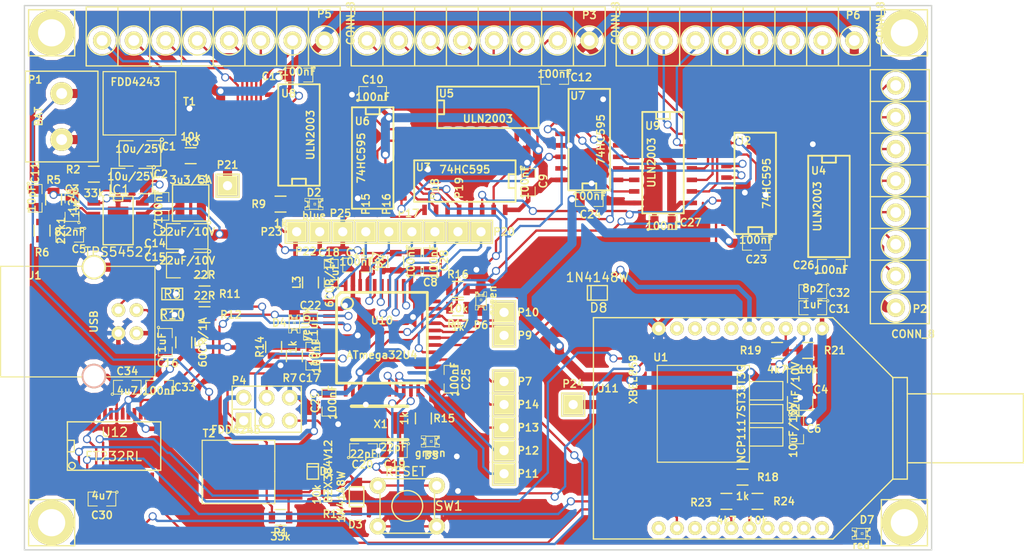
<source format=kicad_pcb>
(kicad_pcb (version 4) (host pcbnew 0.201412131231+5320~19~ubuntu14.04.1-product)
  (title_block (title "Elektroniske flagposter") (date "25 Oct 2014") (rev V1.0) (company sebulli.com))
  (layers (0 F.Cu signal) (31 B.Cu signal hide) (34 B.Paste user) (35 F.Paste user) (36 B.SilkS user) (37 F.SilkS user) (38 B.Mask user) (39 F.Mask user) (44 Edge.Cuts user))
  (net 0 "")
  (net 1 +12V)
  (net 2 GND)
  (net 3 "Net-(C3-Pad1)")
  (net 4 +5V)
  (net 5 "Net-(C5-Pad1)")
  (net 6 +3.3V)
  (net 7 "Net-(C7-Pad1)")
  (net 8 "Net-(C7-Pad2)")
  (net 9 /A5)
  (net 10 "Net-(C11-Pad2)")
  (net 11 "Net-(C16-Pad1)")
  (net 12 "Net-(C19-Pad1)")
  (net 13 "Net-(C20-Pad1)")
  (net 14 "Net-(C21-Pad1)")
  (net 15 "Net-(C22-Pad1)")
  (net 16 "Net-(C33-Pad2)")
  (net 17 "Net-(D1-Pad1)")
  (net 18 /RESET)
  (net 19 "Net-(J1-Pad2)")
  (net 20 "Net-(J1-Pad3)")
  (net 21 "Net-(P1-Pad2)")
  (net 22 "Net-(P2-Pad2)")
  (net 23 "Net-(P2-Pad3)")
  (net 24 "Net-(P2-Pad4)")
  (net 25 "Net-(P2-Pad5)")
  (net 26 "Net-(P2-Pad6)")
  (net 27 "Net-(P2-Pad7)")
  (net 28 "Net-(P2-Pad8)")
  (net 29 "Net-(P3-Pad2)")
  (net 30 "Net-(P3-Pad3)")
  (net 31 "Net-(P3-Pad4)")
  (net 32 "Net-(P3-Pad5)")
  (net 33 "Net-(P3-Pad6)")
  (net 34 "Net-(P3-Pad7)")
  (net 35 "Net-(P3-Pad8)")
  (net 36 /MISO)
  (net 37 /SCK)
  (net 38 /MOSI)
  (net 39 "Net-(P5-Pad2)")
  (net 40 "Net-(P5-Pad3)")
  (net 41 "Net-(P5-Pad4)")
  (net 42 "Net-(P5-Pad5)")
  (net 43 "Net-(P5-Pad6)")
  (net 44 "Net-(P5-Pad7)")
  (net 45 "Net-(P5-Pad8)")
  (net 46 "Net-(P6-Pad2)")
  (net 47 "Net-(P6-Pad3)")
  (net 48 "Net-(P6-Pad4)")
  (net 49 "Net-(P6-Pad5)")
  (net 50 "Net-(P6-Pad6)")
  (net 51 "Net-(P6-Pad7)")
  (net 52 "Net-(P6-Pad8)")
  (net 53 /IO8)
  (net 54 /IO10)
  (net 55 /D5)
  (net 56 /D3/SCL)
  (net 57 /D2/SDA)
  (net 58 /D4)
  (net 59 /D6)
  (net 60 /D7)
  (net 61 /A4)
  (net 62 /A3)
  (net 63 /A2)
  (net 64 /A1)
  (net 65 /A0)
  (net 66 /D+)
  (net 67 /D-)
  (net 68 /RXLED)
  (net 69 /TXLED)
  (net 70 /HWB)
  (net 71 /IO13)
  (net 72 "Net-(R18-Pad1)")
  (net 73 /IO11)
  (net 74 /IO12)
  (net 75 "Net-(U2-Pad9)")
  (net 76 "Net-(U2-Pad6)")
  (net 77 "Net-(U2-Pad5)")
  (net 78 "Net-(U2-Pad4)")
  (net 79 "Net-(U2-Pad3)")
  (net 80 "Net-(U2-Pad2)")
  (net 81 "Net-(U2-Pad1)")
  (net 82 "Net-(U2-Pad15)")
  (net 83 "Net-(U3-Pad9)")
  (net 84 "Net-(U3-Pad6)")
  (net 85 "Net-(U3-Pad5)")
  (net 86 "Net-(U3-Pad4)")
  (net 87 "Net-(U3-Pad3)")
  (net 88 "Net-(U3-Pad2)")
  (net 89 "Net-(U3-Pad1)")
  (net 90 "Net-(U3-Pad15)")
  (net 91 "Net-(U6-Pad9)")
  (net 92 "Net-(U6-Pad6)")
  (net 93 "Net-(U6-Pad5)")
  (net 94 "Net-(U6-Pad4)")
  (net 95 "Net-(U6-Pad3)")
  (net 96 "Net-(U6-Pad2)")
  (net 97 "Net-(U6-Pad1)")
  (net 98 "Net-(U6-Pad15)")
  (net 99 "Net-(U7-Pad6)")
  (net 100 "Net-(U7-Pad5)")
  (net 101 "Net-(U7-Pad4)")
  (net 102 "Net-(U7-Pad3)")
  (net 103 "Net-(U7-Pad2)")
  (net 104 "Net-(U7-Pad1)")
  (net 105 "Net-(U7-Pad15)")
  (net 106 /D0/RX)
  (net 107 /D1/TX)
  (net 108 /CTS)
  (net 109 /RTS)
  (net 110 "Net-(D2-Pad1)")
  (net 111 "Net-(D4-Pad1)")
  (net 112 "Net-(D5-Pad1)")
  (net 113 "Net-(D6-Pad1)")
  (net 114 "Net-(D7-Pad1)")
  (net 115 "Net-(R19-Pad2)")
  (net 116 "Net-(R23-Pad2)")
  (net 117 +5VA)
  (net 118 "Net-(U2-Pad7)")
  (net 119 "Net-(U3-Pad7)")
  (net 120 "Net-(U6-Pad7)")
  (net 121 "Net-(U7-Pad9)")
  (net 122 "Net-(U7-Pad7)")
  (net 123 "Net-(U11-Pad4)")
  (net 124 "Net-(U11-Pad6)")
  (net 125 "Net-(U11-Pad7)")
  (net 126 "Net-(U11-Pad8)")
  (net 127 "Net-(U11-Pad11)")
  (net 128 "Net-(U11-Pad13)")
  (net 129 "Net-(U11-Pad14)")
  (net 130 "Net-(U11-Pad17)")
  (net 131 "Net-(U11-Pad18)")
  (net 132 "Net-(U11-Pad19)")
  (net 133 "Net-(U12-Pad6)")
  (net 134 "Net-(U12-Pad9)")
  (net 135 "Net-(U12-Pad10)")
  (net 136 "Net-(U12-Pad12)")
  (net 137 "Net-(U12-Pad13)")
  (net 138 "Net-(U12-Pad14)")
  (net 139 "Net-(U12-Pad19)")
  (net 140 "Net-(U12-Pad22)")
  (net 141 "Net-(U12-Pad23)")
  (net 142 "Net-(U12-Pad27)")
  (net 143 "Net-(U12-Pad28)")
  (net 144 VUSB)
  (net 145 "Net-(D8-Pad1)")
  (net 146 /XBEE_RES)
  (net 147 "Net-(U11-Pad9)")
  (net 148 "Net-(U11-Pad20)")
  (module SMD_Packages:SMD-1210 (layer F.Cu) (at 62.738 66.294 180)
    (fp_text reference C1 (at -3.175 0.762 180) (layer F.SilkS) (effects (font (size 0.82 0.82) (thickness 0.16))))
    (fp_text value 10u/25V (at 0 0.508 180) (layer F.SilkS) (effects (font (size 0.82 0.82) (thickness 0.16))))
    (pad 1 smd rect (at -1.524 0 180) (size 1.27 2.54) (layers F.Cu F.Paste F.Mask) (net 1 +12V))
    (pad 2 smd rect (at 1.524 0 180) (size 1.27 2.54) (layers F.Cu F.Paste F.Mask) (net 2 GND))
  )
  (module SMD_Packages:SMD-1210 (layer F.Cu) (at 61.849 69.342 180)
    (fp_text reference C2 (at -3.175 0.762 360) (layer F.SilkS) (effects (font (size 0.82 0.82) (thickness 0.16))))
    (fp_text value 10u/25V (at 0 0.508 180) (layer F.SilkS) (effects (font (size 0.82 0.82) (thickness 0.16))))
    (pad 1 smd rect (at -1.524 0 180) (size 1.27 2.54) (layers F.Cu F.Paste F.Mask) (net 1 +12V))
    (pad 2 smd rect (at 1.524 0 180) (size 1.27 2.54) (layers F.Cu F.Paste F.Mask) (net 2 GND))
  )
  (module SMD_Packages:SMD-0805 (layer F.Cu) (at 55.245 72.263 90)
    (fp_text reference C3 (at 2.032 0 180) (layer F.SilkS) (effects (font (size 0.82 0.82) (thickness 0.16))))
    (fp_text value 1uF (at 0 0.381 90) (layer F.SilkS) (effects (font (size 0.82 0.82) (thickness 0.16))))
    (pad 1 smd rect (at -0.9525 0 90) (size 0.889 1.397) (layers F.Cu F.Paste F.Mask) (net 3 "Net-(C3-Pad1)"))
    (pad 2 smd rect (at 0.9525 0 90) (size 0.889 1.397) (layers F.Cu F.Paste F.Mask) (net 2 GND))
  )
  (module SMD_Packages:SMD-0805 (layer F.Cu) (at 54.991 75.311 180)
    (fp_text reference C5 (at -1.016 -1.524 180) (layer F.SilkS) (effects (font (size 0.82 0.82) (thickness 0.16))))
    (fp_text value 8.2nF (at 0 0.381 180) (layer F.SilkS) (effects (font (size 0.82 0.82) (thickness 0.16))))
    (pad 1 smd rect (at -0.9525 0 180) (size 0.889 1.397) (layers F.Cu F.Paste F.Mask) (net 5 "Net-(C5-Pad1)"))
    (pad 2 smd rect (at 0.9525 0 180) (size 0.889 1.397) (layers F.Cu F.Paste F.Mask) (net 2 GND))
  )
  (module SMD_Packages:SMD-0805 (layer F.Cu) (at 135.128 96.774 270)
    (fp_text reference C6 (at -0.127 -1.905 360) (layer F.SilkS) (effects (font (size 0.82 0.82) (thickness 0.16))))
    (fp_text value 10uF/10V (at 0 0.381 270) (layer F.SilkS) (effects (font (size 0.82 0.82) (thickness 0.16))))
    (pad 1 smd rect (at -0.9525 0 270) (size 0.889 1.397) (layers F.Cu F.Paste F.Mask) (net 6 +3.3V))
    (pad 2 smd rect (at 0.9525 0 270) (size 0.889 1.397) (layers F.Cu F.Paste F.Mask) (net 2 GND))
  )
  (module SMD_Packages:SMD-0805 (layer F.Cu) (at 65.151 72.136 270)
    (fp_text reference C7 (at 2.54 0.381 270) (layer F.SilkS) (effects (font (size 0.82 0.82) (thickness 0.16))))
    (fp_text value 100nF (at 0 0.381 270) (layer F.SilkS) (effects (font (size 0.82 0.82) (thickness 0.16))))
    (pad 1 smd rect (at -0.9525 0 270) (size 0.889 1.397) (layers F.Cu F.Paste F.Mask) (net 7 "Net-(C7-Pad1)"))
    (pad 2 smd rect (at 0.9525 0 270) (size 0.889 1.397) (layers F.Cu F.Paste F.Mask) (net 8 "Net-(C7-Pad2)"))
  )
  (module SMD_Packages:SMD-0805 (layer F.Cu) (at 92.964 78.232 270)
    (fp_text reference C8 (at 2.286 -1.778 360) (layer F.SilkS) (effects (font (size 0.82 0.82) (thickness 0.16))))
    (fp_text value 100nF (at 0 0.381 270) (layer F.SilkS) (effects (font (size 0.82 0.82) (thickness 0.16))))
    (pad 1 smd rect (at -0.9525 0 270) (size 0.889 1.397) (layers F.Cu F.Paste F.Mask) (net 9 /A5))
    (pad 2 smd rect (at 0.9525 0 270) (size 0.889 1.397) (layers F.Cu F.Paste F.Mask) (net 2 GND))
  )
  (module SMD_Packages:SMD-0805 (layer F.Cu) (at 105.537 69.469 270)
    (fp_text reference C9 (at -0.127 -1.651 270) (layer F.SilkS) (effects (font (size 0.82 0.82) (thickness 0.16))))
    (fp_text value 100nF (at 0 0.381 270) (layer F.SilkS) (effects (font (size 0.82 0.82) (thickness 0.16))))
    (pad 1 smd rect (at -0.9525 0 270) (size 0.889 1.397) (layers F.Cu F.Paste F.Mask) (net 2 GND))
    (pad 2 smd rect (at 0.9525 0 270) (size 0.889 1.397) (layers F.Cu F.Paste F.Mask) (net 4 +5V))
  )
  (module SMD_Packages:SMD-0805 (layer F.Cu) (at 88.392 59.69)
    (fp_text reference C10 (at 0 -1.524) (layer F.SilkS) (effects (font (size 0.82 0.82) (thickness 0.16))))
    (fp_text value 100nF (at 0 0.381) (layer F.SilkS) (effects (font (size 0.82 0.82) (thickness 0.16))))
    (pad 1 smd rect (at -0.9525 0) (size 0.889 1.397) (layers F.Cu F.Paste F.Mask) (net 2 GND))
    (pad 2 smd rect (at 0.9525 0) (size 0.889 1.397) (layers F.Cu F.Paste F.Mask) (net 4 +5V))
  )
  (module SMD_Packages:SMD-0805 (layer F.Cu) (at 51.181 71.247 270)
    (fp_text reference C11 (at -2.794 0 270) (layer F.SilkS) (effects (font (size 0.82 0.82) (thickness 0.16))))
    (fp_text value 10pF (at 0 0.381 270) (layer F.SilkS) (effects (font (size 0.82 0.82) (thickness 0.16))))
    (pad 1 smd rect (at -0.9525 0 270) (size 0.889 1.397) (layers F.Cu F.Paste F.Mask) (net 4 +5V))
    (pad 2 smd rect (at 0.9525 0 270) (size 0.889 1.397) (layers F.Cu F.Paste F.Mask) (net 10 "Net-(C11-Pad2)"))
  )
  (module SMD_Packages:SMD-0805 (layer F.Cu) (at 108.458 57.912 180)
    (fp_text reference C12 (at -2.921 0 180) (layer F.SilkS) (effects (font (size 0.82 0.82) (thickness 0.16))))
    (fp_text value 100nF (at 0 0.381 180) (layer F.SilkS) (effects (font (size 0.82 0.82) (thickness 0.16))))
    (pad 1 smd rect (at -0.9525 0 180) (size 0.889 1.397) (layers F.Cu F.Paste F.Mask) (net 2 GND))
    (pad 2 smd rect (at 0.9525 0 180) (size 0.889 1.397) (layers F.Cu F.Paste F.Mask) (net 1 +12V))
  )
  (module SMD_Packages:SMD-0805 (layer F.Cu) (at 80.264 57.658 180)
    (fp_text reference C13 (at 2.921 -0.127 180) (layer F.SilkS) (effects (font (size 0.82 0.82) (thickness 0.16))))
    (fp_text value 100nF (at 0 0.381 180) (layer F.SilkS) (effects (font (size 0.82 0.82) (thickness 0.16))))
    (pad 1 smd rect (at -0.9525 0 180) (size 0.889 1.397) (layers F.Cu F.Paste F.Mask) (net 2 GND))
    (pad 2 smd rect (at 0.9525 0 180) (size 0.889 1.397) (layers F.Cu F.Paste F.Mask) (net 1 +12V))
  )
  (module SMD_Packages:SMD-1210 (layer F.Cu) (at 67.945 75.438 180)
    (fp_text reference C14 (at 3.556 -0.762 180) (layer F.SilkS) (effects (font (size 0.82 0.82) (thickness 0.16))))
    (fp_text value 22uF/10V (at 0 0.508 180) (layer F.SilkS) (effects (font (size 0.82 0.82) (thickness 0.16))))
    (pad 1 smd rect (at -1.524 0 180) (size 1.27 2.54) (layers F.Cu F.Paste F.Mask) (net 4 +5V))
    (pad 2 smd rect (at 1.524 0 180) (size 1.27 2.54) (layers F.Cu F.Paste F.Mask) (net 2 GND))
  )
  (module SMD_Packages:SMD-1210 (layer F.Cu) (at 67.945 78.613 180)
    (fp_text reference C15 (at 3.556 0.889 180) (layer F.SilkS) (effects (font (size 0.82 0.82) (thickness 0.16))))
    (fp_text value 22uF/10V (at 0 0.508 180) (layer F.SilkS) (effects (font (size 0.82 0.82) (thickness 0.16))))
    (pad 1 smd rect (at -1.524 0 180) (size 1.27 2.54) (layers F.Cu F.Paste F.Mask) (net 4 +5V))
    (pad 2 smd rect (at 1.524 0 180) (size 1.27 2.54) (layers F.Cu F.Paste F.Mask) (net 2 GND))
  )
  (module SMD_Packages:SMD-0805 (layer F.Cu) (at 65.532 87.122 270)
    (fp_text reference C16 (at 2.286 -0.254 360) (layer F.SilkS) (effects (font (size 0.82 0.82) (thickness 0.16))))
    (fp_text value 1uF (at 0 0.381 270) (layer F.SilkS) (effects (font (size 0.82 0.82) (thickness 0.16))))
    (pad 1 smd rect (at -0.9525 0 270) (size 0.889 1.397) (layers F.Cu F.Paste F.Mask) (net 11 "Net-(C16-Pad1)"))
    (pad 2 smd rect (at 0.9525 0 270) (size 0.889 1.397) (layers F.Cu F.Paste F.Mask) (net 2 GND))
  )
  (module SMD_Packages:SMD-0805 (layer F.Cu) (at 81.788 88.646 90)
    (fp_text reference C17 (at -2.413 -0.381 180) (layer F.SilkS) (effects (font (size 0.82 0.82) (thickness 0.16))))
    (fp_text value 100nF (at 0 0.381 90) (layer F.SilkS) (effects (font (size 0.82 0.82) (thickness 0.16))))
    (pad 1 smd rect (at -0.9525 0 90) (size 0.889 1.397) (layers F.Cu F.Paste F.Mask) (net 2 GND))
    (pad 2 smd rect (at 0.9525 0 90) (size 0.889 1.397) (layers F.Cu F.Paste F.Mask) (net 144 VUSB))
  )
  (module SMD_Packages:SMD-0805 (layer F.Cu) (at 83.82 79.502 90)
    (fp_text reference C18 (at 2.286 -0.254 180) (layer F.SilkS) (effects (font (size 0.82 0.82) (thickness 0.16))))
    (fp_text value 1uF (at 0 0.381 90) (layer F.SilkS) (effects (font (size 0.82 0.82) (thickness 0.16))))
    (pad 1 smd rect (at -0.9525 0 90) (size 0.889 1.397) (layers F.Cu F.Paste F.Mask) (net 117 +5VA))
    (pad 2 smd rect (at 0.9525 0 90) (size 0.889 1.397) (layers F.Cu F.Paste F.Mask) (net 2 GND))
  )
  (module SMD_Packages:SMD-0805 (layer F.Cu) (at 90.678 99.06 180)
    (fp_text reference C19 (at -0.127 -1.524 180) (layer F.SilkS) (effects (font (size 0.82 0.82) (thickness 0.16))))
    (fp_text value 22pF (at 0 0.381 180) (layer F.SilkS) (effects (font (size 0.82 0.82) (thickness 0.16))))
    (pad 1 smd rect (at -0.9525 0 180) (size 0.889 1.397) (layers F.Cu F.Paste F.Mask) (net 12 "Net-(C19-Pad1)"))
    (pad 2 smd rect (at 0.9525 0 180) (size 0.889 1.397) (layers F.Cu F.Paste F.Mask) (net 2 GND))
  )
  (module SMD_Packages:SMD-0805 (layer F.Cu) (at 87.376 99.06)
    (fp_text reference C20 (at -0.127 1.524) (layer F.SilkS) (effects (font (size 0.82 0.82) (thickness 0.16))))
    (fp_text value 22pF (at 0 0.381) (layer F.SilkS) (effects (font (size 0.82 0.82) (thickness 0.16))))
    (pad 1 smd rect (at -0.9525 0) (size 0.889 1.397) (layers F.Cu F.Paste F.Mask) (net 13 "Net-(C20-Pad1)"))
    (pad 2 smd rect (at 0.9525 0) (size 0.889 1.397) (layers F.Cu F.Paste F.Mask) (net 2 GND))
  )
  (module SMD_Packages:SMD-0805 (layer F.Cu) (at 86.614 78.613 180)
    (fp_text reference C21 (at 0 1.397 180) (layer F.SilkS) (effects (font (size 0.82 0.82) (thickness 0.16))))
    (fp_text value 100nF (at 0 0.381 180) (layer F.SilkS) (effects (font (size 0.82 0.82) (thickness 0.16))))
    (pad 1 smd rect (at -0.9525 0 180) (size 0.889 1.397) (layers F.Cu F.Paste F.Mask) (net 14 "Net-(C21-Pad1)"))
    (pad 2 smd rect (at 0.9525 0 180) (size 0.889 1.397) (layers F.Cu F.Paste F.Mask) (net 2 GND))
  )
  (module SMD_Packages:SMD-0805 (layer F.Cu) (at 81.534 85.344 90)
    (fp_text reference C22 (at 2.286 0 180) (layer F.SilkS) (effects (font (size 0.82 0.82) (thickness 0.16))))
    (fp_text value 1uF (at 0 0.381 90) (layer F.SilkS) (effects (font (size 0.82 0.82) (thickness 0.16))))
    (pad 1 smd rect (at -0.9525 0 90) (size 0.889 1.397) (layers F.Cu F.Paste F.Mask) (net 15 "Net-(C22-Pad1)"))
    (pad 2 smd rect (at 0.9525 0 90) (size 0.889 1.397) (layers F.Cu F.Paste F.Mask) (net 2 GND))
  )
  (module SMD_Packages:SMD-0805 (layer F.Cu) (at 130.683 76.2 180)
    (fp_text reference C23 (at 0 -1.778 180) (layer F.SilkS) (effects (font (size 0.82 0.82) (thickness 0.16))))
    (fp_text value 100nF (at 0 0.381 180) (layer F.SilkS) (effects (font (size 0.82 0.82) (thickness 0.16))))
    (pad 1 smd rect (at -0.9525 0 180) (size 0.889 1.397) (layers F.Cu F.Paste F.Mask) (net 2 GND))
    (pad 2 smd rect (at 0.9525 0 180) (size 0.889 1.397) (layers F.Cu F.Paste F.Mask) (net 4 +5V))
  )
  (module SMD_Packages:SMD-0805 (layer F.Cu) (at 112.268 71.374 180)
    (fp_text reference C24 (at -0.127 -1.651 180) (layer F.SilkS) (effects (font (size 0.82 0.82) (thickness 0.16))))
    (fp_text value 100nF (at 0 0.381 180) (layer F.SilkS) (effects (font (size 0.82 0.82) (thickness 0.16))))
    (pad 1 smd rect (at -0.9525 0 180) (size 0.889 1.397) (layers F.Cu F.Paste F.Mask) (net 2 GND))
    (pad 2 smd rect (at 0.9525 0 180) (size 0.889 1.397) (layers F.Cu F.Paste F.Mask) (net 4 +5V))
  )
  (module SMD_Packages:SMD-0805 (layer F.Cu) (at 97.028 91.186 90)
    (fp_text reference C25 (at 0 1.651 90) (layer F.SilkS) (effects (font (size 0.82 0.82) (thickness 0.16))))
    (fp_text value 100nF (at 0 0.381 90) (layer F.SilkS) (effects (font (size 0.82 0.82) (thickness 0.16))))
    (pad 1 smd rect (at -0.9525 0 90) (size 0.889 1.397) (layers F.Cu F.Paste F.Mask) (net 2 GND))
    (pad 2 smd rect (at 0.9525 0 90) (size 0.889 1.397) (layers F.Cu F.Paste F.Mask) (net 4 +5V))
  )
  (module SMD_Packages:SMD-0805 (layer F.Cu) (at 138.938 78.74)
    (fp_text reference C26 (at -3.048 -0.127) (layer F.SilkS) (effects (font (size 0.82 0.82) (thickness 0.16))))
    (fp_text value 100nF (at 0 0.381) (layer F.SilkS) (effects (font (size 0.82 0.82) (thickness 0.16))))
    (pad 1 smd rect (at -0.9525 0) (size 0.889 1.397) (layers F.Cu F.Paste F.Mask) (net 2 GND))
    (pad 2 smd rect (at 0.9525 0) (size 0.889 1.397) (layers F.Cu F.Paste F.Mask) (net 1 +12V))
  )
  (module SMD_Packages:SMD-0805 (layer F.Cu) (at 120.396 73.914)
    (fp_text reference C27 (at 3.048 0) (layer F.SilkS) (effects (font (size 0.82 0.82) (thickness 0.16))))
    (fp_text value 100nF (at 0 0.381) (layer F.SilkS) (effects (font (size 0.82 0.82) (thickness 0.16))))
    (pad 1 smd rect (at -0.9525 0) (size 0.889 1.397) (layers F.Cu F.Paste F.Mask) (net 2 GND))
    (pad 2 smd rect (at 0.9525 0) (size 0.889 1.397) (layers F.Cu F.Paste F.Mask) (net 1 +12V))
  )
  (module SMD_Packages:SMD-0805 (layer F.Cu) (at 94.742 78.232 90)
    (fp_text reference C28 (at 0.127 1.524 90) (layer F.SilkS) (effects (font (size 0.82 0.82) (thickness 0.16))))
    (fp_text value 100nF (at 0 0.381 90) (layer F.SilkS) (effects (font (size 0.82 0.82) (thickness 0.16))))
    (pad 1 smd rect (at -0.9525 0 90) (size 0.889 1.397) (layers F.Cu F.Paste F.Mask) (net 2 GND))
    (pad 2 smd rect (at 0.9525 0 90) (size 0.889 1.397) (layers F.Cu F.Paste F.Mask) (net 4 +5V))
  )
  (module SMD_Packages:SMD-0805 (layer F.Cu) (at 83.566 93.726 90)
    (fp_text reference C29 (at 0 -1.524 90) (layer F.SilkS) (effects (font (size 0.82 0.82) (thickness 0.16))))
    (fp_text value 100nF (at 0 0.381 90) (layer F.SilkS) (effects (font (size 0.82 0.82) (thickness 0.16))))
    (pad 1 smd rect (at -0.9525 0 90) (size 0.889 1.397) (layers F.Cu F.Paste F.Mask) (net 2 GND))
    (pad 2 smd rect (at 0.9525 0 90) (size 0.889 1.397) (layers F.Cu F.Paste F.Mask) (net 4 +5V))
  )
  (module SMD_Packages:SMD-0805 (layer F.Cu) (at 58.547 104.394 180)
    (fp_text reference C30 (at 0 -1.778 180) (layer F.SilkS) (effects (font (size 0.82 0.82) (thickness 0.16))))
    (fp_text value 4u7 (at 0 0.381 180) (layer F.SilkS) (effects (font (size 0.82 0.82) (thickness 0.16))))
    (pad 1 smd rect (at -0.9525 0 180) (size 0.889 1.397) (layers F.Cu F.Paste F.Mask) (net 2 GND))
    (pad 2 smd rect (at 0.9525 0 180) (size 0.889 1.397) (layers F.Cu F.Paste F.Mask) (net 144 VUSB))
  )
  (module SMD_Packages:SMD-0805 (layer F.Cu) (at 136.906 83.312 180)
    (fp_text reference C31 (at -2.921 -0.127 180) (layer F.SilkS) (effects (font (size 0.82 0.82) (thickness 0.16))))
    (fp_text value 1uF (at 0 0.381 180) (layer F.SilkS) (effects (font (size 0.82 0.82) (thickness 0.16))))
    (pad 1 smd rect (at -0.9525 0 180) (size 0.889 1.397) (layers F.Cu F.Paste F.Mask) (net 6 +3.3V))
    (pad 2 smd rect (at 0.9525 0 180) (size 0.889 1.397) (layers F.Cu F.Paste F.Mask) (net 2 GND))
  )
  (module SMD_Packages:SMD-0805 (layer F.Cu) (at 136.906 81.534 180)
    (fp_text reference C32 (at -2.921 -0.127 180) (layer F.SilkS) (effects (font (size 0.82 0.82) (thickness 0.16))))
    (fp_text value 8p2 (at 0 0.381 180) (layer F.SilkS) (effects (font (size 0.82 0.82) (thickness 0.16))))
    (pad 1 smd rect (at -0.9525 0 180) (size 0.889 1.397) (layers F.Cu F.Paste F.Mask) (net 6 +3.3V))
    (pad 2 smd rect (at 0.9525 0 180) (size 0.889 1.397) (layers F.Cu F.Paste F.Mask) (net 2 GND))
  )
  (module SMD_Packages:SMD-0805 (layer F.Cu) (at 64.897 92.075)
    (fp_text reference C33 (at 2.794 0) (layer F.SilkS) (effects (font (size 0.82 0.82) (thickness 0.16))))
    (fp_text value 100nF (at 0 0.381) (layer F.SilkS) (effects (font (size 0.82 0.82) (thickness 0.16))))
    (pad 1 smd rect (at -0.9525 0) (size 0.889 1.397) (layers F.Cu F.Paste F.Mask) (net 2 GND))
    (pad 2 smd rect (at 0.9525 0) (size 0.889 1.397) (layers F.Cu F.Paste F.Mask) (net 16 "Net-(C33-Pad2)"))
  )
  (module LEDs:LED-0805 (layer F.Cu) (at 81.915 71.882)
    (fp_text reference D2 (at 0 -1.27) (layer F.SilkS) (effects (font (size 0.82 0.82) (thickness 0.16))))
    (fp_text value blue (at 0 1.27) (layer F.SilkS) (effects (font (size 0.82 0.82) (thickness 0.16))))
    (pad 1 smd rect (at -1.04902 0) (size 1.19888 1.19888) (layers F.Cu F.Paste F.Mask) (net 110 "Net-(D2-Pad1)"))
    (pad 2 smd rect (at 1.04902 0) (size 1.19888 1.19888) (layers F.Cu F.Paste F.Mask) (net 2 GND))
  )
  (module LEDs:LED-0805 (layer F.Cu) (at 79.756 85.09 90)
    (fp_text reference D4 (at 0.127 -1.651 180) (layer F.SilkS) (effects (font (size 0.82 0.82) (thickness 0.16))))
    (fp_text value yellow (at 0 1.27 90) (layer F.SilkS) (effects (font (size 0.82 0.82) (thickness 0.16))))
    (pad 1 smd rect (at -1.04902 0 90) (size 1.19888 1.19888) (layers F.Cu F.Paste F.Mask) (net 111 "Net-(D4-Pad1)"))
    (pad 2 smd rect (at 1.04902 0 90) (size 1.19888 1.19888) (layers F.Cu F.Paste F.Mask) (net 2 GND))
  )
  (module LEDs:LED-0805 (layer F.Cu) (at 94.742 98.044)
    (fp_text reference D5 (at 0.127 1.524) (layer F.SilkS) (effects (font (size 0.82 0.82) (thickness 0.16))))
    (fp_text value green (at 0 1.27) (layer F.SilkS) (effects (font (size 0.82 0.82) (thickness 0.16))))
    (pad 1 smd rect (at -1.04902 0) (size 1.19888 1.19888) (layers F.Cu F.Paste F.Mask) (net 112 "Net-(D5-Pad1)"))
    (pad 2 smd rect (at 1.04902 0) (size 1.19888 1.19888) (layers F.Cu F.Paste F.Mask) (net 2 GND))
  )
  (module LEDs:LED-0805 (layer F.Cu) (at 100.33 82.55 90)
    (fp_text reference D6 (at -2.667 0 180) (layer F.SilkS) (effects (font (size 0.82 0.82) (thickness 0.16))))
    (fp_text value green (at 0 1.27 90) (layer F.SilkS) (effects (font (size 0.82 0.82) (thickness 0.16))))
    (pad 1 smd rect (at -1.04902 0 90) (size 1.19888 1.19888) (layers F.Cu F.Paste F.Mask) (net 113 "Net-(D6-Pad1)"))
    (pad 2 smd rect (at 1.04902 0 90) (size 1.19888 1.19888) (layers F.Cu F.Paste F.Mask) (net 2 GND))
  )
  (module LEDs:LED-0805 (layer F.Cu) (at 142.24 108.204)
    (fp_text reference D7 (at 0.635 -1.524) (layer F.SilkS) (effects (font (size 0.82 0.82) (thickness 0.16))))
    (fp_text value red (at 0 1.27) (layer F.SilkS) (effects (font (size 0.82 0.82) (thickness 0.16))))
    (pad 1 smd rect (at -1.04902 0) (size 1.19888 1.19888) (layers F.Cu F.Paste F.Mask) (net 114 "Net-(D7-Pad1)"))
    (pad 2 smd rect (at 1.04902 0) (size 1.19888 1.19888) (layers F.Cu F.Paste F.Mask) (net 2 GND))
  )
  (module Connect:USB_B (layer F.Cu) (at 57.658 84.836 270)
    (fp_text reference J1 (at -5.08 6.477 360) (layer F.SilkS) (effects (font (size 0.82 0.82) (thickness 0.16))))
    (fp_text value USB (at 0 0 270) (layer F.SilkS) (effects (font (size 0.82 0.82) (thickness 0.16))))
    (pad 1 thru_hole circle (at 1.27 -4.699 270) (size 1.524 1.524) (drill 0.8128) (layers *.Cu *.Mask F.SilkS) (net 11 "Net-(C16-Pad1)"))
    (pad 2 thru_hole circle (at -1.27 -4.699 270) (size 1.524 1.524) (drill 0.8128) (layers *.Cu *.Mask F.SilkS) (net 19 "Net-(J1-Pad2)"))
    (pad 3 thru_hole circle (at -1.27 -2.70002 270) (size 1.524 1.524) (drill 0.8128) (layers *.Cu *.Mask F.SilkS) (net 20 "Net-(J1-Pad3)"))
    (pad 4 thru_hole circle (at 1.27 -2.70002 270) (size 1.524 1.524) (drill 0.8128) (layers *.Cu *.Mask F.SilkS) (net 2 GND))
    (pad 5 np_thru_hole circle (at 5.99948 0 270) (size 2.70002 2.70002) (drill 2.30124) (layers *.Cu *.SilkS *.Mask) (net 2 GND))
    (pad 6 thru_hole circle (at -5.99948 0 270) (size 2.70002 2.70002) (drill 2.30124) (layers *.Cu *.Mask F.SilkS) (net 2 GND))
  )
  (module My:L_XAL4030 (layer F.Cu) (at 68.326 71.755)
    (fp_text reference L1 (at 1.397 -2.667) (layer F.SilkS) (effects (font (size 0.82 0.82) (thickness 0.16))))
    (fp_text value 3u3/5A (at 0 -2.54) (layer F.SilkS) (effects (font (size 0.82 0.82) (thickness 0.16))))
    (pad 1 smd rect (at -1.185 0) (size 0.98 3.7) (layers F.Cu F.Paste F.Mask) (net 8 "Net-(C7-Pad2)"))
    (pad 2 smd rect (at 1.185 0) (size 0.98 3.7) (layers F.Cu F.Paste F.Mask) (net 4 +5V))
  )
  (module Resistors_SMD:R_0805 (layer F.Cu) (at 67.564 87.122 90)
    (fp_text reference L2 (at 0 1.778 180) (layer F.SilkS) (effects (font (size 0.82 0.82) (thickness 0.16))))
    (fp_text value 600R/1A (at 0 2.1 90) (layer F.SilkS) (effects (font (size 0.82 0.82) (thickness 0.16))))
    (pad 1 smd rect (at -0.95 0 90) (size 0.7 1.3) (layers F.Cu F.Paste F.Mask) (net 144 VUSB))
    (pad 2 smd rect (at 0.95 0 90) (size 0.7 1.3) (layers F.Cu F.Paste F.Mask) (net 11 "Net-(C16-Pad1)"))
  )
  (module Resistors_SMD:R_0805 (layer F.Cu) (at 81.534 80.518 90)
    (fp_text reference L3 (at 0 -1.524 90) (layer F.SilkS) (effects (font (size 0.82 0.82) (thickness 0.16))))
    (fp_text value 600R/1A (at 0 2.1 90) (layer F.SilkS) (effects (font (size 0.82 0.82) (thickness 0.16))))
    (pad 1 smd rect (at -0.95 0 90) (size 0.7 1.3) (layers F.Cu F.Paste F.Mask) (net 4 +5V))
    (pad 2 smd rect (at 0.95 0 90) (size 0.7 1.3) (layers F.Cu F.Paste F.Mask) (net 117 +5VA))
  )
  (module My:LP_KLEMME_5.08_2 (layer F.Cu) (at 54.102 62.23 90)
    (fp_text reference P1 (at 4.064 -2.921 180) (layer F.SilkS) (effects (font (size 0.82 0.82) (thickness 0.16))))
    (fp_text value BAT (at 0 -2.54 90) (layer F.SilkS) (effects (font (size 0.82 0.82) (thickness 0.16))))
    (pad 1 thru_hole circle (at -2.54 0 90) (size 2.5 2.5) (drill 1.2) (layers *.Cu *.Mask F.SilkS) (net 2 GND))
    (pad 2 thru_hole circle (at 2.54 0 90) (size 2.5 2.5) (drill 1.2) (layers *.Cu *.Mask F.SilkS) (net 21 "Net-(P1-Pad2)"))
  )
  (module Pin_Headers:Pin_Header_Straight_2x03 (layer F.Cu) (at 76.708 94.488)
    (fp_text reference P4 (at -3.048 -3.175) (layer F.SilkS) (effects (font (size 0.82 0.82) (thickness 0.16))))
    (fp_text value ISP hide)
    (pad 1 thru_hole rect (at -2.54 1.27) (size 1.7272 1.7272) (drill 1.016) (layers *.Cu *.Mask F.SilkS) (net 36 /MISO))
    (pad 2 thru_hole oval (at -2.54 -1.27) (size 1.7272 1.7272) (drill 1.016) (layers *.Cu *.Mask F.SilkS) (net 4 +5V))
    (pad 3 thru_hole oval (at 0 1.27) (size 1.7272 1.7272) (drill 1.016) (layers *.Cu *.Mask F.SilkS) (net 37 /SCK))
    (pad 4 thru_hole oval (at 0 -1.27) (size 1.7272 1.7272) (drill 1.016) (layers *.Cu *.Mask F.SilkS) (net 38 /MOSI))
    (pad 5 thru_hole oval (at 2.54 1.27) (size 1.7272 1.7272) (drill 1.016) (layers *.Cu *.Mask F.SilkS) (net 18 /RESET))
    (pad 6 thru_hole oval (at 2.54 -1.27) (size 1.7272 1.7272) (drill 1.016) (layers *.Cu *.Mask F.SilkS) (net 2 GND))
  )
  (module Pin_Headers:Pin_Header_Straight_1x01 (layer F.Cu) (at 102.87 91.44)
    (fp_text reference P7 (at 2.286 0) (layer F.SilkS) (effects (font (size 0.82 0.82) (thickness 0.16))))
    (fp_text value IO8 hide)
    (pad 1 thru_hole rect (at 0 0) (size 2.2352 2.2352) (drill 1.016) (layers *.Cu *.Mask F.SilkS) (net 53 /IO8))
  )
  (module Pin_Headers:Pin_Header_Straight_1x01 (layer F.Cu) (at 102.87 86.36)
    (fp_text reference P9 (at 2.286 0) (layer F.SilkS) (effects (font (size 0.82 0.82) (thickness 0.16))))
    (fp_text value IO10 hide)
    (pad 1 thru_hole rect (at 0 0) (size 2.2352 2.2352) (drill 1.016) (layers *.Cu *.Mask F.SilkS) (net 54 /IO10))
  )
  (module Pin_Headers:Pin_Header_Straight_1x01 (layer F.Cu) (at 102.87 83.82)
    (fp_text reference P10 (at 2.667 0) (layer F.SilkS) (effects (font (size 0.82 0.82) (thickness 0.16))))
    (fp_text value D5 hide)
    (pad 1 thru_hole rect (at 0 0) (size 2.2352 2.2352) (drill 1.016) (layers *.Cu *.Mask F.SilkS) (net 55 /D5))
  )
  (module Pin_Headers:Pin_Header_Straight_1x01 (layer F.Cu) (at 102.87 101.6)
    (fp_text reference P11 (at 2.667 0) (layer F.SilkS) (effects (font (size 0.82 0.82) (thickness 0.16))))
    (fp_text value D3/SCL hide)
    (pad 1 thru_hole rect (at 0 0) (size 2.2352 2.2352) (drill 1.016) (layers *.Cu *.Mask F.SilkS) (net 56 /D3/SCL))
  )
  (module Pin_Headers:Pin_Header_Straight_1x01 (layer F.Cu) (at 102.87 99.06)
    (fp_text reference P12 (at 2.667 0) (layer F.SilkS) (effects (font (size 0.82 0.82) (thickness 0.16))))
    (fp_text value D2/SDA hide)
    (pad 1 thru_hole rect (at 0 0) (size 2.2352 2.2352) (drill 1.016) (layers *.Cu *.Mask F.SilkS) (net 57 /D2/SDA))
  )
  (module Pin_Headers:Pin_Header_Straight_1x01 (layer F.Cu) (at 102.87 96.52)
    (fp_text reference P13 (at 2.667 0) (layer F.SilkS) (effects (font (size 0.82 0.82) (thickness 0.16))))
    (fp_text value D4 hide)
    (pad 1 thru_hole rect (at 0 0) (size 2.2352 2.2352) (drill 1.016) (layers *.Cu *.Mask F.SilkS) (net 58 /D4))
  )
  (module Pin_Headers:Pin_Header_Straight_1x01 (layer F.Cu) (at 102.87 93.98)
    (fp_text reference P14 (at 2.667 0) (layer F.SilkS) (effects (font (size 0.82 0.82) (thickness 0.16))))
    (fp_text value D6 hide)
    (pad 1 thru_hole rect (at 0 0) (size 2.2352 2.2352) (drill 1.016) (layers *.Cu *.Mask F.SilkS) (net 59 /D6))
  )
  (module Pin_Headers:Pin_Header_Straight_1x01 (layer F.Cu) (at 87.63 74.93)
    (fp_text reference P15 (at 0 -3.048 90) (layer F.SilkS) (effects (font (size 0.82 0.82) (thickness 0.16))))
    (fp_text value D7 hide)
    (pad 1 thru_hole rect (at 0 0) (size 2.2352 2.2352) (drill 1.016) (layers *.Cu *.Mask F.SilkS) (net 60 /D7))
  )
  (module Pin_Headers:Pin_Header_Straight_1x01 (layer F.Cu) (at 90.17 74.93)
    (fp_text reference P16 (at -0.254 -3.048 90) (layer F.SilkS) (effects (font (size 0.82 0.82) (thickness 0.16))))
    (fp_text value A4 hide)
    (pad 1 thru_hole rect (at 0 0) (size 2.2352 2.2352) (drill 1.016) (layers *.Cu *.Mask F.SilkS) (net 61 /A4))
  )
  (module Pin_Headers:Pin_Header_Straight_1x01 (layer F.Cu) (at 92.71 74.93)
    (fp_text reference P17 (at -0.381 -2.032) (layer F.SilkS) (effects (font (size 0.82 0.82) (thickness 0.16))))
    (fp_text value A3 hide)
    (pad 1 thru_hole rect (at 0 0) (size 2.2352 2.2352) (drill 1.016) (layers *.Cu *.Mask F.SilkS) (net 62 /A3))
  )
  (module Pin_Headers:Pin_Header_Straight_1x01 (layer F.Cu) (at 95.25 74.93)
    (fp_text reference P18 (at 0 -4.699 90) (layer F.SilkS) (effects (font (size 0.82 0.82) (thickness 0.16))))
    (fp_text value A2 hide)
    (pad 1 thru_hole rect (at 0 0) (size 2.2352 2.2352) (drill 1.016) (layers *.Cu *.Mask F.SilkS) (net 63 /A2))
  )
  (module Pin_Headers:Pin_Header_Straight_1x01 (layer F.Cu) (at 97.79 74.93)
    (fp_text reference P19 (at 0.127 -4.826 90) (layer F.SilkS) (effects (font (size 0.82 0.82) (thickness 0.16))))
    (fp_text value A1 hide)
    (pad 1 thru_hole rect (at 0 0) (size 2.2352 2.2352) (drill 1.016) (layers *.Cu *.Mask F.SilkS) (net 64 /A1))
  )
  (module Pin_Headers:Pin_Header_Straight_1x01 (layer F.Cu) (at 100.33 74.93)
    (fp_text reference P20 (at 2.54 0) (layer F.SilkS) (effects (font (size 0.82 0.82) (thickness 0.16))))
    (fp_text value A0 hide)
    (pad 1 thru_hole rect (at 0 0) (size 2.2352 2.2352) (drill 1.016) (layers *.Cu *.Mask F.SilkS) (net 65 /A0))
  )
  (module Resistors_SMD:R_0805 (layer F.Cu) (at 78.232 106.426)
    (fp_text reference R1 (at 0 1.651) (layer F.SilkS) (effects (font (size 0.82 0.82) (thickness 0.16))))
    (fp_text value 33k (at 0 2.1) (layer F.SilkS) (effects (font (size 0.82 0.82) (thickness 0.16))))
    (pad 1 smd rect (at -0.95 0) (size 0.7 1.3) (layers F.Cu F.Paste F.Mask) (net 21 "Net-(P1-Pad2)"))
    (pad 2 smd rect (at 0.95 0) (size 0.7 1.3) (layers F.Cu F.Paste F.Mask) (net 17 "Net-(D1-Pad1)"))
  )
  (module Resistors_SMD:R_0805 (layer F.Cu) (at 57.658 68.58)
    (fp_text reference R2 (at -2.286 -0.508) (layer F.SilkS) (effects (font (size 0.82 0.82) (thickness 0.16))))
    (fp_text value 33k (at 0 2.1) (layer F.SilkS) (effects (font (size 0.82 0.82) (thickness 0.16))))
    (pad 1 smd rect (at -0.95 0) (size 0.7 1.3) (layers F.Cu F.Paste F.Mask) (net 21 "Net-(P1-Pad2)"))
    (pad 2 smd rect (at 0.95 0) (size 0.7 1.3) (layers F.Cu F.Paste F.Mask) (net 2 GND))
  )
  (module Resistors_SMD:R_0805 (layer F.Cu) (at 68.326 66.548 180)
    (fp_text reference R3 (at -0.127 1.524 180) (layer F.SilkS) (effects (font (size 0.82 0.82) (thickness 0.16))))
    (fp_text value 10k (at 0 2.1 180) (layer F.SilkS) (effects (font (size 0.82 0.82) (thickness 0.16))))
    (pad 1 smd rect (at -0.95 0 180) (size 0.7 1.3) (layers F.Cu F.Paste F.Mask) (net 9 /A5))
    (pad 2 smd rect (at 0.95 0 180) (size 0.7 1.3) (layers F.Cu F.Paste F.Mask) (net 1 +12V))
  )
  (module Resistors_SMD:R_0805 (layer F.Cu) (at 90.932 78.232 270)
    (fp_text reference R4 (at 0 1.524 270) (layer F.SilkS) (effects (font (size 0.82 0.82) (thickness 0.16))))
    (fp_text value 4k7 (at 0 2.1 270) (layer F.SilkS) (effects (font (size 0.82 0.82) (thickness 0.16))))
    (pad 1 smd rect (at -0.95 0 270) (size 0.7 1.3) (layers F.Cu F.Paste F.Mask) (net 9 /A5))
    (pad 2 smd rect (at 0.95 0 270) (size 0.7 1.3) (layers F.Cu F.Paste F.Mask) (net 2 GND))
  )
  (module Resistors_SMD:R_0805 (layer F.Cu) (at 53.213 71.374 90)
    (fp_text reference R5 (at 2.159 0 180) (layer F.SilkS) (effects (font (size 0.82 0.82) (thickness 0.16))))
    (fp_text value 124k (at 0 2.1 90) (layer F.SilkS) (effects (font (size 0.82 0.82) (thickness 0.16))))
    (pad 1 smd rect (at -0.95 0 90) (size 0.7 1.3) (layers F.Cu F.Paste F.Mask) (net 10 "Net-(C11-Pad2)"))
    (pad 2 smd rect (at 0.95 0 90) (size 0.7 1.3) (layers F.Cu F.Paste F.Mask) (net 4 +5V))
  )
  (module Resistors_SMD:R_0805 (layer F.Cu) (at 51.943 74.803 90)
    (fp_text reference R6 (at -2.413 0 180) (layer F.SilkS) (effects (font (size 0.82 0.82) (thickness 0.16))))
    (fp_text value 22k1 (at 0 2.1 90) (layer F.SilkS) (effects (font (size 0.82 0.82) (thickness 0.16))))
    (pad 1 smd rect (at -0.95 0 90) (size 0.7 1.3) (layers F.Cu F.Paste F.Mask) (net 2 GND))
    (pad 2 smd rect (at 0.95 0 90) (size 0.7 1.3) (layers F.Cu F.Paste F.Mask) (net 10 "Net-(C11-Pad2)"))
  )
  (module Resistors_SMD:R_0805 (layer F.Cu) (at 79.756 88.646 90)
    (fp_text reference R7 (at -2.413 -0.508 180) (layer F.SilkS) (effects (font (size 0.82 0.82) (thickness 0.16))))
    (fp_text value 10k (at 0 2.1 90) (layer F.SilkS) (effects (font (size 0.82 0.82) (thickness 0.16))))
    (pad 1 smd rect (at -0.95 0 90) (size 0.7 1.3) (layers F.Cu F.Paste F.Mask) (net 2 GND))
    (pad 2 smd rect (at 0.95 0 90) (size 0.7 1.3) (layers F.Cu F.Paste F.Mask) (net 144 VUSB))
  )
  (module Resistors_SMD:R_0805 (layer F.Cu) (at 78.232 71.882)
    (fp_text reference R9 (at -2.413 0) (layer F.SilkS) (effects (font (size 0.82 0.82) (thickness 0.16))))
    (fp_text value 1k (at 0 2.1) (layer F.SilkS) (effects (font (size 0.82 0.82) (thickness 0.16))))
    (pad 1 smd rect (at -0.95 0) (size 0.7 1.3) (layers F.Cu F.Paste F.Mask) (net 4 +5V))
    (pad 2 smd rect (at 0.95 0) (size 0.7 1.3) (layers F.Cu F.Paste F.Mask) (net 110 "Net-(D2-Pad1)"))
  )
  (module Resistors_SMD:R_0805 (layer F.Cu) (at 69.85 81.788 180)
    (fp_text reference R11 (at -2.794 0 360) (layer F.SilkS) (effects (font (size 0.82 0.82) (thickness 0.16))))
    (fp_text value 22R (at 0 2.1 180) (layer F.SilkS) (effects (font (size 0.82 0.82) (thickness 0.16))))
    (pad 1 smd rect (at -0.95 0 180) (size 0.7 1.3) (layers F.Cu F.Paste F.Mask) (net 66 /D+))
    (pad 2 smd rect (at 0.95 0 180) (size 0.7 1.3) (layers F.Cu F.Paste F.Mask) (net 20 "Net-(J1-Pad3)"))
  )
  (module Resistors_SMD:R_0805 (layer F.Cu) (at 69.85 84.074 180)
    (fp_text reference R12 (at -2.921 0 180) (layer F.SilkS) (effects (font (size 0.82 0.82) (thickness 0.16))))
    (fp_text value 22R (at 0 2.1 180) (layer F.SilkS) (effects (font (size 0.82 0.82) (thickness 0.16))))
    (pad 1 smd rect (at -0.95 0 180) (size 0.7 1.3) (layers F.Cu F.Paste F.Mask) (net 67 /D-))
    (pad 2 smd rect (at 0.95 0 180) (size 0.7 1.3) (layers F.Cu F.Paste F.Mask) (net 19 "Net-(J1-Pad2)"))
  )
  (module Resistors_SMD:R_0805 (layer F.Cu) (at 84.328 103.886 270)
    (fp_text reference R13 (at 2.159 0.254 360) (layer F.SilkS) (effects (font (size 0.82 0.82) (thickness 0.16))))
    (fp_text value 10k (at 0 2.1 270) (layer F.SilkS) (effects (font (size 0.82 0.82) (thickness 0.16))))
    (pad 1 smd rect (at -0.95 0 270) (size 0.7 1.3) (layers F.Cu F.Paste F.Mask) (net 18 /RESET))
    (pad 2 smd rect (at 0.95 0 270) (size 0.7 1.3) (layers F.Cu F.Paste F.Mask) (net 4 +5V))
  )
  (module Resistors_SMD:R_0805 (layer F.Cu) (at 77.47 87.63 90)
    (fp_text reference R14 (at 0 -1.524 90) (layer F.SilkS) (effects (font (size 0.82 0.82) (thickness 0.16))))
    (fp_text value 1k (at 0 2.1 90) (layer F.SilkS) (effects (font (size 0.82 0.82) (thickness 0.16))))
    (pad 1 smd rect (at -0.95 0 90) (size 0.7 1.3) (layers F.Cu F.Paste F.Mask) (net 68 /RXLED))
    (pad 2 smd rect (at 0.95 0 90) (size 0.7 1.3) (layers F.Cu F.Paste F.Mask) (net 111 "Net-(D4-Pad1)"))
  )
  (module Resistors_SMD:R_0805 (layer F.Cu) (at 93.98 95.504 270)
    (fp_text reference R15 (at 0 -2.286 360) (layer F.SilkS) (effects (font (size 0.82 0.82) (thickness 0.16))))
    (fp_text value 1k (at 0 2.1 270) (layer F.SilkS) (effects (font (size 0.82 0.82) (thickness 0.16))))
    (pad 1 smd rect (at -0.95 0 270) (size 0.7 1.3) (layers F.Cu F.Paste F.Mask) (net 69 /TXLED))
    (pad 2 smd rect (at 0.95 0 270) (size 0.7 1.3) (layers F.Cu F.Paste F.Mask) (net 112 "Net-(D5-Pad1)"))
  )
  (module Resistors_SMD:R_0805 (layer F.Cu) (at 97.79 81.28)
    (fp_text reference R16 (at 0 -1.651) (layer F.SilkS) (effects (font (size 0.82 0.82) (thickness 0.16))))
    (fp_text value 10k (at 0 2.1) (layer F.SilkS) (effects (font (size 0.82 0.82) (thickness 0.16))))
    (pad 1 smd rect (at -0.95 0) (size 0.7 1.3) (layers F.Cu F.Paste F.Mask) (net 70 /HWB))
    (pad 2 smd rect (at 0.95 0) (size 0.7 1.3) (layers F.Cu F.Paste F.Mask) (net 2 GND))
  )
  (module Resistors_SMD:R_0805 (layer F.Cu) (at 97.79 83.312)
    (fp_text reference R17 (at 0 1.778) (layer F.SilkS) (effects (font (size 0.82 0.82) (thickness 0.16))))
    (fp_text value 1k (at 0 2.1) (layer F.SilkS) (effects (font (size 0.82 0.82) (thickness 0.16))))
    (pad 1 smd rect (at -0.95 0) (size 0.7 1.3) (layers F.Cu F.Paste F.Mask) (net 71 /IO13))
    (pad 2 smd rect (at 0.95 0) (size 0.7 1.3) (layers F.Cu F.Paste F.Mask) (net 113 "Net-(D6-Pad1)"))
  )
  (module Resistors_SMD:R_0805 (layer F.Cu) (at 129.159 101.981)
    (fp_text reference R18 (at 2.794 0) (layer F.SilkS) (effects (font (size 0.82 0.82) (thickness 0.16))))
    (fp_text value 1k (at 0 2.1) (layer F.SilkS) (effects (font (size 0.82 0.82) (thickness 0.16))))
    (pad 1 smd rect (at -0.95 0) (size 0.7 1.3) (layers F.Cu F.Paste F.Mask) (net 72 "Net-(R18-Pad1)"))
    (pad 2 smd rect (at 0.95 0) (size 0.7 1.3) (layers F.Cu F.Paste F.Mask) (net 114 "Net-(D7-Pad1)"))
  )
  (module SMD_Packages:DPAK-3_GDS (layer F.Cu) (at 65.786 60.706 90)
    (fp_text reference T1 (at 0.127 2.413 180) (layer F.SilkS) (effects (font (size 0.82 0.82) (thickness 0.16))))
    (fp_text value FDD4243 (at 2.286 -3.556 180) (layer F.SilkS) (effects (font (size 0.82 0.82) (thickness 0.16))))
    (pad G smd rect (at -2.286 2.413 90) (size 1.651 3.048) (layers F.Cu F.Paste F.Mask) (net 2 GND))
    (pad D smd rect (at 0 -3.937 90) (size 6.096 6.096) (layers F.Cu F.Paste F.Mask) (net 21 "Net-(P1-Pad2)"))
    (pad S smd rect (at 2.286 2.413 90) (size 1.651 3.048) (layers F.Cu F.Paste F.Mask) (net 1 +12V))
  )
  (module SMD_Packages:DPAK-3_GDS (layer F.Cu) (at 76.708 101.346 90)
    (fp_text reference T2 (at 4.191 -6.35 180) (layer F.SilkS) (effects (font (size 0.82 0.82) (thickness 0.16))))
    (fp_text value FDD4243 (at 4.59994 -3.40106 180) (layer F.SilkS) (effects (font (size 0.82 0.82) (thickness 0.16))))
    (pad G smd rect (at -2.286 2.413 90) (size 1.651 3.048) (layers F.Cu F.Paste F.Mask) (net 17 "Net-(D1-Pad1)"))
    (pad D smd rect (at 0 -3.937 90) (size 6.096 6.096) (layers F.Cu F.Paste F.Mask) (net 144 VUSB))
    (pad S smd rect (at 2.286 2.413 90) (size 1.651 3.048) (layers F.Cu F.Paste F.Mask) (net 4 +5V))
  )
  (module SMD_Packages:DPAK-3 (layer F.Cu) (at 132.334 94.996 90)
    (fp_text reference U1 (at 6.223 -12.192 180) (layer F.SilkS) (effects (font (size 0.82 0.82) (thickness 0.16))))
    (fp_text value NCP1117ST33T3G (at 0 -3.302 90) (layer F.SilkS) (effects (font (size 0.82 0.82) (thickness 0.16))))
    (pad 2 smd rect (at 0 -8.763 90) (size 10.668 8.89) (layers F.Cu F.Paste F.Mask) (net 6 +3.3V))
    (pad 2 smd rect (at 0 0 90) (size 1.778 2.286) (layers F.Cu F.Paste F.Mask) (net 6 +3.3V))
    (pad 1 smd rect (at -2.54 0 90) (size 1.778 2.286) (layers F.Cu F.Paste F.Mask) (net 2 GND))
    (pad 3 smd rect (at 2.54 0 90) (size 1.778 2.286) (layers F.Cu F.Paste F.Mask) (net 4 +5V))
  )
  (module SMD_Packages:SO-16-N (layer F.Cu) (at 130.556 69.596 90)
    (fp_text reference U2 (at 4.699 -1.27 180) (layer F.SilkS) (effects (font (size 0.82 0.82) (thickness 0.16))))
    (fp_text value 74HC595 (at 0 1.27 90) (layer F.SilkS) (effects (font (size 0.82 0.82) (thickness 0.16))))
    (pad 16 smd rect (at -4.445 -3.175 90) (size 0.508 1.143) (layers F.Cu F.Paste F.Mask) (net 4 +5V))
    (pad 14 smd rect (at -1.905 -3.175 90) (size 0.508 1.143) (layers F.Cu F.Paste F.Mask) (net 73 /IO11))
    (pad 13 smd rect (at -0.635 -3.175 90) (size 0.508 1.143) (layers F.Cu F.Paste F.Mask) (net 2 GND))
    (pad 12 smd rect (at 0.635 -3.175 90) (size 0.508 1.143) (layers F.Cu F.Paste F.Mask) (net 71 /IO13))
    (pad 11 smd rect (at 1.905 -3.175 90) (size 0.508 1.143) (layers F.Cu F.Paste F.Mask) (net 74 /IO12))
    (pad 10 smd rect (at 3.175 -3.175 90) (size 0.508 1.143) (layers F.Cu F.Paste F.Mask) (net 4 +5V))
    (pad 9 smd rect (at 4.445 -3.175 90) (size 0.508 1.143) (layers F.Cu F.Paste F.Mask) (net 75 "Net-(U2-Pad9)"))
    (pad 8 smd rect (at 4.445 3.175 90) (size 0.508 1.143) (layers F.Cu F.Paste F.Mask) (net 2 GND))
    (pad 7 smd rect (at 3.175 3.175 90) (size 0.508 1.143) (layers F.Cu F.Paste F.Mask) (net 118 "Net-(U2-Pad7)"))
    (pad 6 smd rect (at 1.905 3.175 90) (size 0.508 1.143) (layers F.Cu F.Paste F.Mask) (net 76 "Net-(U2-Pad6)"))
    (pad 5 smd rect (at 0.635 3.175 90) (size 0.508 1.143) (layers F.Cu F.Paste F.Mask) (net 77 "Net-(U2-Pad5)"))
    (pad 4 smd rect (at -0.635 3.175 90) (size 0.508 1.143) (layers F.Cu F.Paste F.Mask) (net 78 "Net-(U2-Pad4)"))
    (pad 3 smd rect (at -1.905 3.175 90) (size 0.508 1.143) (layers F.Cu F.Paste F.Mask) (net 79 "Net-(U2-Pad3)"))
    (pad 2 smd rect (at -3.175 3.175 90) (size 0.508 1.143) (layers F.Cu F.Paste F.Mask) (net 80 "Net-(U2-Pad2)"))
    (pad 1 smd rect (at -4.445 3.175 90) (size 0.508 1.143) (layers F.Cu F.Paste F.Mask) (net 81 "Net-(U2-Pad1)"))
    (pad 15 smd rect (at -3.175 -3.175 90) (size 0.508 1.143) (layers F.Cu F.Paste F.Mask) (net 82 "Net-(U2-Pad15)"))
  )
  (module SMD_Packages:SO-16-N (layer F.Cu) (at 98.552 69.342 180)
    (fp_text reference U3 (at 4.572 1.524 180) (layer F.SilkS) (effects (font (size 0.82 0.82) (thickness 0.16))))
    (fp_text value 74HC595 (at 0 1.27 180) (layer F.SilkS) (effects (font (size 0.82 0.82) (thickness 0.16))))
    (pad 16 smd rect (at -4.445 -3.175 180) (size 0.508 1.143) (layers F.Cu F.Paste F.Mask) (net 4 +5V))
    (pad 14 smd rect (at -1.905 -3.175 180) (size 0.508 1.143) (layers F.Cu F.Paste F.Mask) (net 75 "Net-(U2-Pad9)"))
    (pad 13 smd rect (at -0.635 -3.175 180) (size 0.508 1.143) (layers F.Cu F.Paste F.Mask) (net 2 GND))
    (pad 12 smd rect (at 0.635 -3.175 180) (size 0.508 1.143) (layers F.Cu F.Paste F.Mask) (net 71 /IO13))
    (pad 11 smd rect (at 1.905 -3.175 180) (size 0.508 1.143) (layers F.Cu F.Paste F.Mask) (net 74 /IO12))
    (pad 10 smd rect (at 3.175 -3.175 180) (size 0.508 1.143) (layers F.Cu F.Paste F.Mask) (net 4 +5V))
    (pad 9 smd rect (at 4.445 -3.175 180) (size 0.508 1.143) (layers F.Cu F.Paste F.Mask) (net 83 "Net-(U3-Pad9)"))
    (pad 8 smd rect (at 4.445 3.175 180) (size 0.508 1.143) (layers F.Cu F.Paste F.Mask) (net 2 GND))
    (pad 7 smd rect (at 3.175 3.175 180) (size 0.508 1.143) (layers F.Cu F.Paste F.Mask) (net 119 "Net-(U3-Pad7)"))
    (pad 6 smd rect (at 1.905 3.175 180) (size 0.508 1.143) (layers F.Cu F.Paste F.Mask) (net 84 "Net-(U3-Pad6)"))
    (pad 5 smd rect (at 0.635 3.175 180) (size 0.508 1.143) (layers F.Cu F.Paste F.Mask) (net 85 "Net-(U3-Pad5)"))
    (pad 4 smd rect (at -0.635 3.175 180) (size 0.508 1.143) (layers F.Cu F.Paste F.Mask) (net 86 "Net-(U3-Pad4)"))
    (pad 3 smd rect (at -1.905 3.175 180) (size 0.508 1.143) (layers F.Cu F.Paste F.Mask) (net 87 "Net-(U3-Pad3)"))
    (pad 2 smd rect (at -3.175 3.175 180) (size 0.508 1.143) (layers F.Cu F.Paste F.Mask) (net 88 "Net-(U3-Pad2)"))
    (pad 1 smd rect (at -4.445 3.175 180) (size 0.508 1.143) (layers F.Cu F.Paste F.Mask) (net 89 "Net-(U3-Pad1)"))
    (pad 15 smd rect (at -3.175 -3.175 180) (size 0.508 1.143) (layers F.Cu F.Paste F.Mask) (net 90 "Net-(U3-Pad15)"))
  )
  (module SMD_Packages:SO-16-N (layer F.Cu) (at 138.684 72.136 270)
    (fp_text reference U4 (at -3.937 1.143 360) (layer F.SilkS) (effects (font (size 0.82 0.82) (thickness 0.16))))
    (fp_text value ULN2003 (at 0 1.27 270) (layer F.SilkS) (effects (font (size 0.82 0.82) (thickness 0.16))))
    (pad 16 smd rect (at -4.445 -3.175 270) (size 0.508 1.143) (layers F.Cu F.Paste F.Mask) (net 28 "Net-(P2-Pad8)"))
    (pad 14 smd rect (at -1.905 -3.175 270) (size 0.508 1.143) (layers F.Cu F.Paste F.Mask) (net 26 "Net-(P2-Pad6)"))
    (pad 13 smd rect (at -0.635 -3.175 270) (size 0.508 1.143) (layers F.Cu F.Paste F.Mask) (net 25 "Net-(P2-Pad5)"))
    (pad 12 smd rect (at 0.635 -3.175 270) (size 0.508 1.143) (layers F.Cu F.Paste F.Mask) (net 24 "Net-(P2-Pad4)"))
    (pad 11 smd rect (at 1.905 -3.175 270) (size 0.508 1.143) (layers F.Cu F.Paste F.Mask) (net 23 "Net-(P2-Pad3)"))
    (pad 10 smd rect (at 3.175 -3.175 270) (size 0.508 1.143) (layers F.Cu F.Paste F.Mask) (net 22 "Net-(P2-Pad2)"))
    (pad 9 smd rect (at 4.445 -3.175 270) (size 0.508 1.143) (layers F.Cu F.Paste F.Mask) (net 1 +12V))
    (pad 8 smd rect (at 4.445 3.175 270) (size 0.508 1.143) (layers F.Cu F.Paste F.Mask) (net 2 GND))
    (pad 7 smd rect (at 3.175 3.175 270) (size 0.508 1.143) (layers F.Cu F.Paste F.Mask) (net 82 "Net-(U2-Pad15)"))
    (pad 6 smd rect (at 1.905 3.175 270) (size 0.508 1.143) (layers F.Cu F.Paste F.Mask) (net 81 "Net-(U2-Pad1)"))
    (pad 5 smd rect (at 0.635 3.175 270) (size 0.508 1.143) (layers F.Cu F.Paste F.Mask) (net 80 "Net-(U2-Pad2)"))
    (pad 4 smd rect (at -0.635 3.175 270) (size 0.508 1.143) (layers F.Cu F.Paste F.Mask) (net 79 "Net-(U2-Pad3)"))
    (pad 3 smd rect (at -1.905 3.175 270) (size 0.508 1.143) (layers F.Cu F.Paste F.Mask) (net 78 "Net-(U2-Pad4)"))
    (pad 2 smd rect (at -3.175 3.175 270) (size 0.508 1.143) (layers F.Cu F.Paste F.Mask) (net 77 "Net-(U2-Pad5)"))
    (pad 1 smd rect (at -4.445 3.175 270) (size 0.508 1.143) (layers F.Cu F.Paste F.Mask) (net 76 "Net-(U2-Pad6)"))
    (pad 15 smd rect (at -3.175 -3.175 270) (size 0.508 1.143) (layers F.Cu F.Paste F.Mask) (net 27 "Net-(P2-Pad7)"))
  )
  (module SMD_Packages:SO-16-N (layer F.Cu) (at 101.092 61.214)
    (fp_text reference U5 (at -4.572 -1.524) (layer F.SilkS) (effects (font (size 0.82 0.82) (thickness 0.16))))
    (fp_text value ULN2003 (at 0 1.27) (layer F.SilkS) (effects (font (size 0.82 0.82) (thickness 0.16))))
    (pad 16 smd rect (at -4.445 -3.175) (size 0.508 1.143) (layers F.Cu F.Paste F.Mask) (net 35 "Net-(P3-Pad8)"))
    (pad 14 smd rect (at -1.905 -3.175) (size 0.508 1.143) (layers F.Cu F.Paste F.Mask) (net 33 "Net-(P3-Pad6)"))
    (pad 13 smd rect (at -0.635 -3.175) (size 0.508 1.143) (layers F.Cu F.Paste F.Mask) (net 32 "Net-(P3-Pad5)"))
    (pad 12 smd rect (at 0.635 -3.175) (size 0.508 1.143) (layers F.Cu F.Paste F.Mask) (net 31 "Net-(P3-Pad4)"))
    (pad 11 smd rect (at 1.905 -3.175) (size 0.508 1.143) (layers F.Cu F.Paste F.Mask) (net 30 "Net-(P3-Pad3)"))
    (pad 10 smd rect (at 3.175 -3.175) (size 0.508 1.143) (layers F.Cu F.Paste F.Mask) (net 29 "Net-(P3-Pad2)"))
    (pad 9 smd rect (at 4.445 -3.175) (size 0.508 1.143) (layers F.Cu F.Paste F.Mask) (net 1 +12V))
    (pad 8 smd rect (at 4.445 3.175) (size 0.508 1.143) (layers F.Cu F.Paste F.Mask) (net 2 GND))
    (pad 7 smd rect (at 3.175 3.175) (size 0.508 1.143) (layers F.Cu F.Paste F.Mask) (net 90 "Net-(U3-Pad15)"))
    (pad 6 smd rect (at 1.905 3.175) (size 0.508 1.143) (layers F.Cu F.Paste F.Mask) (net 89 "Net-(U3-Pad1)"))
    (pad 5 smd rect (at 0.635 3.175) (size 0.508 1.143) (layers F.Cu F.Paste F.Mask) (net 88 "Net-(U3-Pad2)"))
    (pad 4 smd rect (at -0.635 3.175) (size 0.508 1.143) (layers F.Cu F.Paste F.Mask) (net 87 "Net-(U3-Pad3)"))
    (pad 3 smd rect (at -1.905 3.175) (size 0.508 1.143) (layers F.Cu F.Paste F.Mask) (net 86 "Net-(U3-Pad4)"))
    (pad 2 smd rect (at -3.175 3.175) (size 0.508 1.143) (layers F.Cu F.Paste F.Mask) (net 85 "Net-(U3-Pad5)"))
    (pad 1 smd rect (at -4.445 3.175) (size 0.508 1.143) (layers F.Cu F.Paste F.Mask) (net 84 "Net-(U3-Pad6)"))
    (pad 15 smd rect (at -3.175 -3.175) (size 0.508 1.143) (layers F.Cu F.Paste F.Mask) (net 34 "Net-(P3-Pad7)"))
  )
  (module SMD_Packages:SO-16-N (layer F.Cu) (at 88.392 66.802 270)
    (fp_text reference U6 (at -4.064 1.143 360) (layer F.SilkS) (effects (font (size 0.82 0.82) (thickness 0.16))))
    (fp_text value 74HC595 (at 0 1.27 270) (layer F.SilkS) (effects (font (size 0.82 0.82) (thickness 0.16))))
    (pad 16 smd rect (at -4.445 -3.175 270) (size 0.508 1.143) (layers F.Cu F.Paste F.Mask) (net 4 +5V))
    (pad 14 smd rect (at -1.905 -3.175 270) (size 0.508 1.143) (layers F.Cu F.Paste F.Mask) (net 83 "Net-(U3-Pad9)"))
    (pad 13 smd rect (at -0.635 -3.175 270) (size 0.508 1.143) (layers F.Cu F.Paste F.Mask) (net 2 GND))
    (pad 12 smd rect (at 0.635 -3.175 270) (size 0.508 1.143) (layers F.Cu F.Paste F.Mask) (net 71 /IO13))
    (pad 11 smd rect (at 1.905 -3.175 270) (size 0.508 1.143) (layers F.Cu F.Paste F.Mask) (net 74 /IO12))
    (pad 10 smd rect (at 3.175 -3.175 270) (size 0.508 1.143) (layers F.Cu F.Paste F.Mask) (net 4 +5V))
    (pad 9 smd rect (at 4.445 -3.175 270) (size 0.508 1.143) (layers F.Cu F.Paste F.Mask) (net 91 "Net-(U6-Pad9)"))
    (pad 8 smd rect (at 4.445 3.175 270) (size 0.508 1.143) (layers F.Cu F.Paste F.Mask) (net 2 GND))
    (pad 7 smd rect (at 3.175 3.175 270) (size 0.508 1.143) (layers F.Cu F.Paste F.Mask) (net 120 "Net-(U6-Pad7)"))
    (pad 6 smd rect (at 1.905 3.175 270) (size 0.508 1.143) (layers F.Cu F.Paste F.Mask) (net 92 "Net-(U6-Pad6)"))
    (pad 5 smd rect (at 0.635 3.175 270) (size 0.508 1.143) (layers F.Cu F.Paste F.Mask) (net 93 "Net-(U6-Pad5)"))
    (pad 4 smd rect (at -0.635 3.175 270) (size 0.508 1.143) (layers F.Cu F.Paste F.Mask) (net 94 "Net-(U6-Pad4)"))
    (pad 3 smd rect (at -1.905 3.175 270) (size 0.508 1.143) (layers F.Cu F.Paste F.Mask) (net 95 "Net-(U6-Pad3)"))
    (pad 2 smd rect (at -3.175 3.175 270) (size 0.508 1.143) (layers F.Cu F.Paste F.Mask) (net 96 "Net-(U6-Pad2)"))
    (pad 1 smd rect (at -4.445 3.175 270) (size 0.508 1.143) (layers F.Cu F.Paste F.Mask) (net 97 "Net-(U6-Pad1)"))
    (pad 15 smd rect (at -3.175 -3.175 270) (size 0.508 1.143) (layers F.Cu F.Paste F.Mask) (net 98 "Net-(U6-Pad15)"))
  )
  (module SMD_Packages:SO-16-N (layer F.Cu) (at 112.268 64.77 90)
    (fp_text reference U7 (at 4.826 -1.27 180) (layer F.SilkS) (effects (font (size 0.82 0.82) (thickness 0.16))))
    (fp_text value 74HC595 (at 0 1.27 90) (layer F.SilkS) (effects (font (size 0.82 0.82) (thickness 0.16))))
    (pad 16 smd rect (at -4.445 -3.175 90) (size 0.508 1.143) (layers F.Cu F.Paste F.Mask) (net 4 +5V))
    (pad 14 smd rect (at -1.905 -3.175 90) (size 0.508 1.143) (layers F.Cu F.Paste F.Mask) (net 91 "Net-(U6-Pad9)"))
    (pad 13 smd rect (at -0.635 -3.175 90) (size 0.508 1.143) (layers F.Cu F.Paste F.Mask) (net 2 GND))
    (pad 12 smd rect (at 0.635 -3.175 90) (size 0.508 1.143) (layers F.Cu F.Paste F.Mask) (net 71 /IO13))
    (pad 11 smd rect (at 1.905 -3.175 90) (size 0.508 1.143) (layers F.Cu F.Paste F.Mask) (net 74 /IO12))
    (pad 10 smd rect (at 3.175 -3.175 90) (size 0.508 1.143) (layers F.Cu F.Paste F.Mask) (net 4 +5V))
    (pad 9 smd rect (at 4.445 -3.175 90) (size 0.508 1.143) (layers F.Cu F.Paste F.Mask) (net 121 "Net-(U7-Pad9)"))
    (pad 8 smd rect (at 4.445 3.175 90) (size 0.508 1.143) (layers F.Cu F.Paste F.Mask) (net 2 GND))
    (pad 7 smd rect (at 3.175 3.175 90) (size 0.508 1.143) (layers F.Cu F.Paste F.Mask) (net 122 "Net-(U7-Pad7)"))
    (pad 6 smd rect (at 1.905 3.175 90) (size 0.508 1.143) (layers F.Cu F.Paste F.Mask) (net 99 "Net-(U7-Pad6)"))
    (pad 5 smd rect (at 0.635 3.175 90) (size 0.508 1.143) (layers F.Cu F.Paste F.Mask) (net 100 "Net-(U7-Pad5)"))
    (pad 4 smd rect (at -0.635 3.175 90) (size 0.508 1.143) (layers F.Cu F.Paste F.Mask) (net 101 "Net-(U7-Pad4)"))
    (pad 3 smd rect (at -1.905 3.175 90) (size 0.508 1.143) (layers F.Cu F.Paste F.Mask) (net 102 "Net-(U7-Pad3)"))
    (pad 2 smd rect (at -3.175 3.175 90) (size 0.508 1.143) (layers F.Cu F.Paste F.Mask) (net 103 "Net-(U7-Pad2)"))
    (pad 1 smd rect (at -4.445 3.175 90) (size 0.508 1.143) (layers F.Cu F.Paste F.Mask) (net 104 "Net-(U7-Pad1)"))
    (pad 15 smd rect (at -3.175 -3.175 90) (size 0.508 1.143) (layers F.Cu F.Paste F.Mask) (net 105 "Net-(U7-Pad15)"))
  )
  (module SMD_Packages:SO-16-N (layer F.Cu) (at 80.264 64.262 90)
    (fp_text reference U8 (at 4.572 -1.143 180) (layer F.SilkS) (effects (font (size 0.82 0.82) (thickness 0.16))))
    (fp_text value ULN2003 (at 0 1.27 90) (layer F.SilkS) (effects (font (size 0.82 0.82) (thickness 0.16))))
    (pad 16 smd rect (at -4.445 -3.175 90) (size 0.508 1.143) (layers F.Cu F.Paste F.Mask) (net 45 "Net-(P5-Pad8)"))
    (pad 14 smd rect (at -1.905 -3.175 90) (size 0.508 1.143) (layers F.Cu F.Paste F.Mask) (net 43 "Net-(P5-Pad6)"))
    (pad 13 smd rect (at -0.635 -3.175 90) (size 0.508 1.143) (layers F.Cu F.Paste F.Mask) (net 42 "Net-(P5-Pad5)"))
    (pad 12 smd rect (at 0.635 -3.175 90) (size 0.508 1.143) (layers F.Cu F.Paste F.Mask) (net 41 "Net-(P5-Pad4)"))
    (pad 11 smd rect (at 1.905 -3.175 90) (size 0.508 1.143) (layers F.Cu F.Paste F.Mask) (net 40 "Net-(P5-Pad3)"))
    (pad 10 smd rect (at 3.175 -3.175 90) (size 0.508 1.143) (layers F.Cu F.Paste F.Mask) (net 39 "Net-(P5-Pad2)"))
    (pad 9 smd rect (at 4.445 -3.175 90) (size 0.508 1.143) (layers F.Cu F.Paste F.Mask) (net 1 +12V))
    (pad 8 smd rect (at 4.445 3.175 90) (size 0.508 1.143) (layers F.Cu F.Paste F.Mask) (net 2 GND))
    (pad 7 smd rect (at 3.175 3.175 90) (size 0.508 1.143) (layers F.Cu F.Paste F.Mask) (net 98 "Net-(U6-Pad15)"))
    (pad 6 smd rect (at 1.905 3.175 90) (size 0.508 1.143) (layers F.Cu F.Paste F.Mask) (net 97 "Net-(U6-Pad1)"))
    (pad 5 smd rect (at 0.635 3.175 90) (size 0.508 1.143) (layers F.Cu F.Paste F.Mask) (net 96 "Net-(U6-Pad2)"))
    (pad 4 smd rect (at -0.635 3.175 90) (size 0.508 1.143) (layers F.Cu F.Paste F.Mask) (net 95 "Net-(U6-Pad3)"))
    (pad 3 smd rect (at -1.905 3.175 90) (size 0.508 1.143) (layers F.Cu F.Paste F.Mask) (net 94 "Net-(U6-Pad4)"))
    (pad 2 smd rect (at -3.175 3.175 90) (size 0.508 1.143) (layers F.Cu F.Paste F.Mask) (net 93 "Net-(U6-Pad5)"))
    (pad 1 smd rect (at -4.445 3.175 90) (size 0.508 1.143) (layers F.Cu F.Paste F.Mask) (net 92 "Net-(U6-Pad6)"))
    (pad 15 smd rect (at -3.175 -3.175 90) (size 0.508 1.143) (layers F.Cu F.Paste F.Mask) (net 44 "Net-(P5-Pad7)"))
  )
  (module SMD_Packages:SO-16-N (layer F.Cu) (at 120.396 67.31 270)
    (fp_text reference U9 (at -4.064 1.143 360) (layer F.SilkS) (effects (font (size 0.82 0.82) (thickness 0.16))))
    (fp_text value ULN2003 (at 0 1.27 270) (layer F.SilkS) (effects (font (size 0.82 0.82) (thickness 0.16))))
    (pad 16 smd rect (at -4.445 -3.175 270) (size 0.508 1.143) (layers F.Cu F.Paste F.Mask) (net 52 "Net-(P6-Pad8)"))
    (pad 14 smd rect (at -1.905 -3.175 270) (size 0.508 1.143) (layers F.Cu F.Paste F.Mask) (net 50 "Net-(P6-Pad6)"))
    (pad 13 smd rect (at -0.635 -3.175 270) (size 0.508 1.143) (layers F.Cu F.Paste F.Mask) (net 49 "Net-(P6-Pad5)"))
    (pad 12 smd rect (at 0.635 -3.175 270) (size 0.508 1.143) (layers F.Cu F.Paste F.Mask) (net 48 "Net-(P6-Pad4)"))
    (pad 11 smd rect (at 1.905 -3.175 270) (size 0.508 1.143) (layers F.Cu F.Paste F.Mask) (net 47 "Net-(P6-Pad3)"))
    (pad 10 smd rect (at 3.175 -3.175 270) (size 0.508 1.143) (layers F.Cu F.Paste F.Mask) (net 46 "Net-(P6-Pad2)"))
    (pad 9 smd rect (at 4.445 -3.175 270) (size 0.508 1.143) (layers F.Cu F.Paste F.Mask) (net 1 +12V))
    (pad 8 smd rect (at 4.445 3.175 270) (size 0.508 1.143) (layers F.Cu F.Paste F.Mask) (net 2 GND))
    (pad 7 smd rect (at 3.175 3.175 270) (size 0.508 1.143) (layers F.Cu F.Paste F.Mask) (net 105 "Net-(U7-Pad15)"))
    (pad 6 smd rect (at 1.905 3.175 270) (size 0.508 1.143) (layers F.Cu F.Paste F.Mask) (net 104 "Net-(U7-Pad1)"))
    (pad 5 smd rect (at 0.635 3.175 270) (size 0.508 1.143) (layers F.Cu F.Paste F.Mask) (net 103 "Net-(U7-Pad2)"))
    (pad 4 smd rect (at -0.635 3.175 270) (size 0.508 1.143) (layers F.Cu F.Paste F.Mask) (net 102 "Net-(U7-Pad3)"))
    (pad 3 smd rect (at -1.905 3.175 270) (size 0.508 1.143) (layers F.Cu F.Paste F.Mask) (net 101 "Net-(U7-Pad4)"))
    (pad 2 smd rect (at -3.175 3.175 270) (size 0.508 1.143) (layers F.Cu F.Paste F.Mask) (net 100 "Net-(U7-Pad5)"))
    (pad 1 smd rect (at -4.445 3.175 270) (size 0.508 1.143) (layers F.Cu F.Paste F.Mask) (net 99 "Net-(U7-Pad6)"))
    (pad 15 smd rect (at -3.175 -3.175 270) (size 0.508 1.143) (layers F.Cu F.Paste F.Mask) (net 51 "Net-(P6-Pad7)"))
  )
  (module SMD_Packages:TQFP-44 (layer F.Cu) (at 89.408 86.614)
    (fp_text reference U10 (at 0 -1.905) (layer F.SilkS) (effects (font (size 0.82 0.82) (thickness 0.16))))
    (fp_text value ATmega32U4 (at 0 1.905) (layer F.SilkS) (effects (font (size 0.82 0.82) (thickness 0.16))))
    (pad 39 smd rect (at 0 -5.715) (size 0.4064 1.524) (layers F.Cu F.Paste F.Mask) (net 62 /A3))
    (pad 40 smd rect (at -0.8001 -5.715) (size 0.4064 1.524) (layers F.Cu F.Paste F.Mask) (net 61 /A4))
    (pad 41 smd rect (at -1.6002 -5.715) (size 0.4064 1.524) (layers F.Cu F.Paste F.Mask) (net 9 /A5))
    (pad 42 smd rect (at -2.4003 -5.715) (size 0.4064 1.524) (layers F.Cu F.Paste F.Mask) (net 14 "Net-(C21-Pad1)"))
    (pad 43 smd rect (at -3.2004 -5.715) (size 0.4064 1.524) (layers F.Cu F.Paste F.Mask) (net 2 GND))
    (pad 44 smd rect (at -4.0005 -5.715) (size 0.4064 1.524) (layers F.Cu F.Paste F.Mask) (net 117 +5VA))
    (pad 38 smd rect (at 0.8001 -5.715) (size 0.4064 1.524) (layers F.Cu F.Paste F.Mask) (net 63 /A2))
    (pad 37 smd rect (at 1.6002 -5.715) (size 0.4064 1.524) (layers F.Cu F.Paste F.Mask) (net 64 /A1))
    (pad 36 smd rect (at 2.4003 -5.715) (size 0.4064 1.524) (layers F.Cu F.Paste F.Mask) (net 65 /A0))
    (pad 35 smd rect (at 3.2004 -5.715) (size 0.4064 1.524) (layers F.Cu F.Paste F.Mask) (net 2 GND))
    (pad 34 smd rect (at 4.0005 -5.715) (size 0.4064 1.524) (layers F.Cu F.Paste F.Mask) (net 4 +5V))
    (pad 17 smd rect (at 0 5.715) (size 0.4064 1.524) (layers F.Cu F.Paste F.Mask) (net 12 "Net-(C19-Pad1)"))
    (pad 16 smd rect (at -0.8001 5.715) (size 0.4064 1.524) (layers F.Cu F.Paste F.Mask) (net 13 "Net-(C20-Pad1)"))
    (pad 15 smd rect (at -1.6002 5.715) (size 0.4064 1.524) (layers F.Cu F.Paste F.Mask) (net 2 GND))
    (pad 14 smd rect (at -2.4003 5.715) (size 0.4064 1.524) (layers F.Cu F.Paste F.Mask) (net 4 +5V))
    (pad 13 smd rect (at -3.2004 5.715) (size 0.4064 1.524) (layers F.Cu F.Paste F.Mask) (net 18 /RESET))
    (pad 12 smd rect (at -4.0005 5.715) (size 0.4064 1.524) (layers F.Cu F.Paste F.Mask) (net 73 /IO11))
    (pad 18 smd rect (at 0.8001 5.715) (size 0.4064 1.524) (layers F.Cu F.Paste F.Mask) (net 56 /D3/SCL))
    (pad 19 smd rect (at 1.6002 5.715) (size 0.4064 1.524) (layers F.Cu F.Paste F.Mask) (net 57 /D2/SDA))
    (pad 20 smd rect (at 2.4003 5.715) (size 0.4064 1.524) (layers F.Cu F.Paste F.Mask) (net 106 /D0/RX))
    (pad 21 smd rect (at 3.2004 5.715) (size 0.4064 1.524) (layers F.Cu F.Paste F.Mask) (net 107 /D1/TX))
    (pad 22 smd rect (at 4.0005 5.715) (size 0.4064 1.524) (layers F.Cu F.Paste F.Mask) (net 69 /TXLED))
    (pad 6 smd rect (at -5.715 0) (size 1.524 0.4064) (layers F.Cu F.Paste F.Mask) (net 15 "Net-(C22-Pad1)"))
    (pad 28 smd rect (at 5.715 0) (size 1.524 0.4064) (layers F.Cu F.Paste F.Mask) (net 53 /IO8))
    (pad 7 smd rect (at -5.715 0.8001) (size 1.524 0.4064) (layers F.Cu F.Paste F.Mask) (net 144 VUSB))
    (pad 27 smd rect (at 5.715 0.8001) (size 1.524 0.4064) (layers F.Cu F.Paste F.Mask) (net 59 /D6))
    (pad 26 smd rect (at 5.715 1.6002) (size 1.524 0.4064) (layers F.Cu F.Paste F.Mask) (net 74 /IO12))
    (pad 8 smd rect (at -5.715 1.6002) (size 1.524 0.4064) (layers F.Cu F.Paste F.Mask) (net 68 /RXLED))
    (pad 9 smd rect (at -5.715 2.4003) (size 1.524 0.4064) (layers F.Cu F.Paste F.Mask) (net 37 /SCK))
    (pad 25 smd rect (at 5.715 2.4003) (size 1.524 0.4064) (layers F.Cu F.Paste F.Mask) (net 58 /D4))
    (pad 24 smd rect (at 5.715 3.2004) (size 1.524 0.4064) (layers F.Cu F.Paste F.Mask) (net 4 +5V))
    (pad 10 smd rect (at -5.715 3.2004) (size 1.524 0.4064) (layers F.Cu F.Paste F.Mask) (net 38 /MOSI))
    (pad 11 smd rect (at -5.715 4.0005) (size 1.524 0.4064) (layers F.Cu F.Paste F.Mask) (net 36 /MISO))
    (pad 23 smd rect (at 5.715 4.0005) (size 1.524 0.4064) (layers F.Cu F.Paste F.Mask) (net 2 GND))
    (pad 29 smd rect (at 5.715 -0.8001) (size 1.524 0.4064) (layers F.Cu F.Paste F.Mask) (net 146 /XBEE_RES))
    (pad 5 smd rect (at -5.715 -0.8001) (size 1.524 0.4064) (layers F.Cu F.Paste F.Mask) (net 2 GND))
    (pad 4 smd rect (at -5.715 -1.6002) (size 1.524 0.4064) (layers F.Cu F.Paste F.Mask) (net 66 /D+))
    (pad 30 smd rect (at 5.715 -1.6002) (size 1.524 0.4064) (layers F.Cu F.Paste F.Mask) (net 54 /IO10))
    (pad 31 smd rect (at 5.715 -2.4003) (size 1.524 0.4064) (layers F.Cu F.Paste F.Mask) (net 55 /D5))
    (pad 3 smd rect (at -5.715 -2.4003) (size 1.524 0.4064) (layers F.Cu F.Paste F.Mask) (net 67 /D-))
    (pad 2 smd rect (at -5.715 -3.2004) (size 1.524 0.4064) (layers F.Cu F.Paste F.Mask) (net 4 +5V))
    (pad 32 smd rect (at 5.715 -3.2004) (size 1.524 0.4064) (layers F.Cu F.Paste F.Mask) (net 71 /IO13))
    (pad 33 smd rect (at 5.715 -4.0005) (size 1.524 0.4064) (layers F.Cu F.Paste F.Mask) (net 70 /HWB))
    (pad 1 smd rect (at -5.715 -4.0005) (size 1.524 0.4064) (layers F.Cu F.Paste F.Mask) (net 60 /D7))
  )
  (module My:XBEE_PRO_868 (layer F.Cu) (at 137.922 85.598 270)
    (fp_text reference U11 (at 6.604 23.622 360) (layer F.SilkS) (effects (font (size 0.82 0.82) (thickness 0.16))))
    (fp_text value XBEE868 (at 5.6 20.8 270) (layer F.SilkS) (effects (font (size 0.82 0.82) (thickness 0.16))))
    (pad 1 thru_hole circle (at 0 0 270) (size 1.524 1.524) (drill 0.762) (layers *.Cu *.Mask F.SilkS) (net 6 +3.3V))
    (pad 2 thru_hole circle (at 0 2 270) (size 1.524 1.524) (drill 0.762) (layers *.Cu *.Mask F.SilkS) (net 106 /D0/RX))
    (pad 3 thru_hole circle (at 0 4 270) (size 1.524 1.524) (drill 0.762) (layers *.Cu *.Mask F.SilkS) (net 115 "Net-(R19-Pad2)"))
    (pad 4 thru_hole circle (at 0 6 270) (size 1.524 1.524) (drill 0.762) (layers *.Cu *.Mask F.SilkS) (net 123 "Net-(U11-Pad4)"))
    (pad 5 thru_hole circle (at 0 8 270) (size 1.524 1.524) (drill 0.762) (layers *.Cu *.Mask F.SilkS) (net 145 "Net-(D8-Pad1)"))
    (pad 6 thru_hole circle (at 0 10 270) (size 1.524 1.524) (drill 0.762) (layers *.Cu *.Mask F.SilkS) (net 124 "Net-(U11-Pad6)"))
    (pad 7 thru_hole circle (at 0 12 270) (size 1.524 1.524) (drill 0.762) (layers *.Cu *.Mask F.SilkS) (net 125 "Net-(U11-Pad7)"))
    (pad 8 thru_hole circle (at 0 14 270) (size 1.524 1.524) (drill 0.762) (layers *.Cu *.Mask F.SilkS) (net 126 "Net-(U11-Pad8)"))
    (pad 9 thru_hole circle (at 0 16 270) (size 1.524 1.524) (drill 0.762) (layers *.Cu *.Mask F.SilkS) (net 147 "Net-(U11-Pad9)"))
    (pad 10 thru_hole circle (at 0 18 270) (size 1.524 1.524) (drill 0.762) (layers *.Cu *.Mask F.SilkS) (net 2 GND))
    (pad 11 thru_hole circle (at 22 18 270) (size 1.524 1.524) (drill 0.762) (layers *.Cu *.Mask F.SilkS) (net 127 "Net-(U11-Pad11)"))
    (pad 12 thru_hole circle (at 22 16 270) (size 1.524 1.524) (drill 0.762) (layers *.Cu *.Mask F.SilkS) (net 108 /CTS))
    (pad 13 thru_hole circle (at 22 14 270) (size 1.524 1.524) (drill 0.762) (layers *.Cu *.Mask F.SilkS) (net 128 "Net-(U11-Pad13)"))
    (pad 14 thru_hole circle (at 22 12 270) (size 1.524 1.524) (drill 0.762) (layers *.Cu *.Mask F.SilkS) (net 129 "Net-(U11-Pad14)"))
    (pad 15 thru_hole circle (at 22 10 270) (size 1.524 1.524) (drill 0.762) (layers *.Cu *.Mask F.SilkS) (net 72 "Net-(R18-Pad1)"))
    (pad 16 thru_hole circle (at 22 8 270) (size 1.524 1.524) (drill 0.762) (layers *.Cu *.Mask F.SilkS) (net 116 "Net-(R23-Pad2)"))
    (pad 17 thru_hole circle (at 22 6 270) (size 1.524 1.524) (drill 0.762) (layers *.Cu *.Mask F.SilkS) (net 130 "Net-(U11-Pad17)"))
    (pad 18 thru_hole circle (at 22 4 270) (size 1.524 1.524) (drill 0.762) (layers *.Cu *.Mask F.SilkS) (net 131 "Net-(U11-Pad18)"))
    (pad 19 thru_hole circle (at 22 2 270) (size 1.524 1.524) (drill 0.762) (layers *.Cu *.Mask F.SilkS) (net 132 "Net-(U11-Pad19)"))
    (pad 20 thru_hole circle (at 22 0 270) (size 1.524 1.524) (drill 0.762) (layers *.Cu *.Mask F.SilkS) (net 148 "Net-(U11-Pad20)"))
  )
  (module Crystals:Crystal_SMD_0603_2Pads_obsolete (layer F.Cu) (at 89.154 96.012 180)
    (fp_text reference X1 (at -0.127 -0.127 180) (layer F.SilkS) (effects (font (size 0.82 0.82) (thickness 0.16))))
    (fp_text value 16MHz hide)
    (pad 1 smd rect (at -2.25044 0 180) (size 1.6002 2.4003) (layers F.Cu F.Paste F.Mask) (net 12 "Net-(C19-Pad1)"))
    (pad 2 smd rect (at 2.25044 0 180) (size 1.6002 2.4003) (layers F.Cu F.Paste F.Mask) (net 13 "Net-(C20-Pad1)"))
  )
  (module My:SOD-123 (layer F.Cu) (at 86.614 104.14 270)
    (fp_text reference D3 (at 3.048 0.127 360) (layer F.SilkS) (effects (font (size 0.82 0.82) (thickness 0.16))))
    (fp_text value 1N4148W (at 0 1.7 270) (layer F.SilkS) (effects (font (size 0.82 0.82) (thickness 0.16))))
    (pad 1 smd rect (at -1.6375 0 270) (size 0.91 1.22) (layers F.Cu F.Paste F.Mask) (net 18 /RESET))
    (pad 2 smd rect (at 1.6375 0 270) (size 0.91 1.22) (layers F.Cu F.Paste F.Mask) (net 4 +5V))
  )
  (module My:RIA_8_3.5_TYP59 (layer F.Cu) (at 146.05 83.312 180)
    (fp_text reference P2 (at -2.667 -0.127 180) (layer F.SilkS) (effects (font (size 0.82 0.82) (thickness 0.16))))
    (fp_text value CONN_8 (at -1.905 -2.8956 180) (layer F.SilkS) (effects (font (size 0.82 0.82) (thickness 0.16))))
    (pad 1 thru_hole circle (at 0 0 180) (size 2 2) (drill 1.2) (layers *.Cu *.Mask F.SilkS) (net 1 +12V))
    (pad 2 thru_hole circle (at 0 3.5 180) (size 2 2) (drill 1.2) (layers *.Cu *.Mask F.SilkS) (net 22 "Net-(P2-Pad2)"))
    (pad 3 thru_hole circle (at 0 7 180) (size 2 2) (drill 1.2) (layers *.Cu *.Mask F.SilkS) (net 23 "Net-(P2-Pad3)"))
    (pad 4 thru_hole circle (at 0 10.5 180) (size 2 2) (drill 1.2) (layers *.Cu *.Mask F.SilkS) (net 24 "Net-(P2-Pad4)"))
    (pad 5 thru_hole circle (at 0 14 180) (size 2 2) (drill 1.2) (layers *.Cu *.Mask F.SilkS) (net 25 "Net-(P2-Pad5)"))
    (pad 6 thru_hole circle (at 0 17.5 180) (size 2 2) (drill 1.2) (layers *.Cu *.Mask F.SilkS) (net 26 "Net-(P2-Pad6)"))
    (pad 7 thru_hole circle (at 0 21 180) (size 2 2) (drill 1.2) (layers *.Cu *.Mask F.SilkS) (net 27 "Net-(P2-Pad7)"))
    (pad 8 thru_hole circle (at 0 24.5 180) (size 2 2) (drill 1.2) (layers *.Cu *.Mask F.SilkS) (net 28 "Net-(P2-Pad8)"))
  )
  (module My:RIA_8_3.5_TYP59 (layer F.Cu) (at 112.268 53.848 270)
    (fp_text reference P3 (at -2.794 0 360) (layer F.SilkS) (effects (font (size 0.82 0.82) (thickness 0.16))))
    (fp_text value CONN_8 (at -1.905 -2.8956 270) (layer F.SilkS) (effects (font (size 0.82 0.82) (thickness 0.16))))
    (pad 1 thru_hole circle (at 0 0 270) (size 2 2) (drill 1.2) (layers *.Cu *.Mask F.SilkS) (net 1 +12V))
    (pad 2 thru_hole circle (at 0 3.5 270) (size 2 2) (drill 1.2) (layers *.Cu *.Mask F.SilkS) (net 29 "Net-(P3-Pad2)"))
    (pad 3 thru_hole circle (at 0 7 270) (size 2 2) (drill 1.2) (layers *.Cu *.Mask F.SilkS) (net 30 "Net-(P3-Pad3)"))
    (pad 4 thru_hole circle (at 0 10.5 270) (size 2 2) (drill 1.2) (layers *.Cu *.Mask F.SilkS) (net 31 "Net-(P3-Pad4)"))
    (pad 5 thru_hole circle (at 0 14 270) (size 2 2) (drill 1.2) (layers *.Cu *.Mask F.SilkS) (net 32 "Net-(P3-Pad5)"))
    (pad 6 thru_hole circle (at 0 17.5 270) (size 2 2) (drill 1.2) (layers *.Cu *.Mask F.SilkS) (net 33 "Net-(P3-Pad6)"))
    (pad 7 thru_hole circle (at 0 21 270) (size 2 2) (drill 1.2) (layers *.Cu *.Mask F.SilkS) (net 34 "Net-(P3-Pad7)"))
    (pad 8 thru_hole circle (at 0 24.5 270) (size 2 2) (drill 1.2) (layers *.Cu *.Mask F.SilkS) (net 35 "Net-(P3-Pad8)"))
  )
  (module My:RIA_8_3.5_TYP59 (layer F.Cu) (at 83.058 53.848 270)
    (fp_text reference P5 (at -2.921 0 360) (layer F.SilkS) (effects (font (size 0.82 0.82) (thickness 0.16))))
    (fp_text value CONN_8 (at -1.905 -2.8956 270) (layer F.SilkS) (effects (font (size 0.82 0.82) (thickness 0.16))))
    (pad 1 thru_hole circle (at 0 0 270) (size 2 2) (drill 1.2) (layers *.Cu *.Mask F.SilkS) (net 1 +12V))
    (pad 2 thru_hole circle (at 0 3.5 270) (size 2 2) (drill 1.2) (layers *.Cu *.Mask F.SilkS) (net 39 "Net-(P5-Pad2)"))
    (pad 3 thru_hole circle (at 0 7 270) (size 2 2) (drill 1.2) (layers *.Cu *.Mask F.SilkS) (net 40 "Net-(P5-Pad3)"))
    (pad 4 thru_hole circle (at 0 10.5 270) (size 2 2) (drill 1.2) (layers *.Cu *.Mask F.SilkS) (net 41 "Net-(P5-Pad4)"))
    (pad 5 thru_hole circle (at 0 14 270) (size 2 2) (drill 1.2) (layers *.Cu *.Mask F.SilkS) (net 42 "Net-(P5-Pad5)"))
    (pad 6 thru_hole circle (at 0 17.5 270) (size 2 2) (drill 1.2) (layers *.Cu *.Mask F.SilkS) (net 43 "Net-(P5-Pad6)"))
    (pad 7 thru_hole circle (at 0 21 270) (size 2 2) (drill 1.2) (layers *.Cu *.Mask F.SilkS) (net 44 "Net-(P5-Pad7)"))
    (pad 8 thru_hole circle (at 0 24.5 270) (size 2 2) (drill 1.2) (layers *.Cu *.Mask F.SilkS) (net 45 "Net-(P5-Pad8)"))
  )
  (module My:RIA_8_3.5_TYP59 (layer F.Cu) (at 141.478 53.848 270)
    (fp_text reference P6 (at -2.794 0.127 360) (layer F.SilkS) (effects (font (size 0.82 0.82) (thickness 0.16))))
    (fp_text value CONN_8 (at -1.905 -2.8956 270) (layer F.SilkS) (effects (font (size 0.82 0.82) (thickness 0.16))))
    (pad 1 thru_hole circle (at 0 0 270) (size 2 2) (drill 1.2) (layers *.Cu *.Mask F.SilkS) (net 1 +12V))
    (pad 2 thru_hole circle (at 0 3.5 270) (size 2 2) (drill 1.2) (layers *.Cu *.Mask F.SilkS) (net 46 "Net-(P6-Pad2)"))
    (pad 3 thru_hole circle (at 0 7 270) (size 2 2) (drill 1.2) (layers *.Cu *.Mask F.SilkS) (net 47 "Net-(P6-Pad3)"))
    (pad 4 thru_hole circle (at 0 10.5 270) (size 2 2) (drill 1.2) (layers *.Cu *.Mask F.SilkS) (net 48 "Net-(P6-Pad4)"))
    (pad 5 thru_hole circle (at 0 14 270) (size 2 2) (drill 1.2) (layers *.Cu *.Mask F.SilkS) (net 49 "Net-(P6-Pad5)"))
    (pad 6 thru_hole circle (at 0 17.5 270) (size 2 2) (drill 1.2) (layers *.Cu *.Mask F.SilkS) (net 50 "Net-(P6-Pad6)"))
    (pad 7 thru_hole circle (at 0 21 270) (size 2 2) (drill 1.2) (layers *.Cu *.Mask F.SilkS) (net 51 "Net-(P6-Pad7)"))
    (pad 8 thru_hole circle (at 0 24.5 270) (size 2 2) (drill 1.2) (layers *.Cu *.Mask F.SilkS) (net 52 "Net-(P6-Pad8)"))
  )
  (module My:SOD-323 (layer F.Cu) (at 81.788 101.346 90)
    (fp_text reference D1 (at 0 1.524 180) (layer F.SilkS) (effects (font (size 0.82 0.82) (thickness 0.16))))
    (fp_text value BZX384V12 (at 0 1.7 90) (layer F.SilkS) (effects (font (size 0.82 0.82) (thickness 0.16))))
    (pad 1 smd rect (at -1.1125 0 90) (size 0.63 0.83) (layers F.Cu F.Paste F.Mask) (net 17 "Net-(D1-Pad1)"))
    (pad 2 smd rect (at 1.1125 0 90) (size 0.63 0.83) (layers F.Cu F.Paste F.Mask) (net 4 +5V))
  )
  (module Resistors_SMD:R_0805 (layer F.Cu) (at 132.969 88.011)
    (fp_text reference R19 (at -2.921 0) (layer F.SilkS) (effects (font (size 0.82 0.82) (thickness 0.16))))
    (fp_text value 4k7 (at 0 2.1) (layer F.SilkS) (effects (font (size 0.82 0.82) (thickness 0.16))))
    (pad 1 smd rect (at -0.95 0) (size 0.7 1.3) (layers F.Cu F.Paste F.Mask) (net 107 /D1/TX))
    (pad 2 smd rect (at 0.95 0) (size 0.7 1.3) (layers F.Cu F.Paste F.Mask) (net 115 "Net-(R19-Pad2)"))
  )
  (module Resistors_SMD:R_0805 (layer F.Cu) (at 136.398 88.011)
    (fp_text reference R21 (at 2.921 0) (layer F.SilkS) (effects (font (size 0.82 0.82) (thickness 0.16))))
    (fp_text value 10k (at 0 2.1) (layer F.SilkS) (effects (font (size 0.82 0.82) (thickness 0.16))))
    (pad 1 smd rect (at -0.95 0) (size 0.7 1.3) (layers F.Cu F.Paste F.Mask) (net 115 "Net-(R19-Pad2)"))
    (pad 2 smd rect (at 0.95 0) (size 0.7 1.3) (layers F.Cu F.Paste F.Mask) (net 2 GND))
  )
  (module Resistors_SMD:R_0805 (layer F.Cu) (at 127.381 104.648)
    (fp_text reference R23 (at -2.794 0.127) (layer F.SilkS) (effects (font (size 0.82 0.82) (thickness 0.16))))
    (fp_text value 4k7 (at 0 2.1) (layer F.SilkS) (effects (font (size 0.82 0.82) (thickness 0.16))))
    (pad 1 smd rect (at -0.95 0) (size 0.7 1.3) (layers F.Cu F.Paste F.Mask) (net 109 /RTS))
    (pad 2 smd rect (at 0.95 0) (size 0.7 1.3) (layers F.Cu F.Paste F.Mask) (net 116 "Net-(R23-Pad2)"))
  )
  (module Resistors_SMD:R_0805 (layer F.Cu) (at 130.81 104.648)
    (fp_text reference R24 (at 2.921 0) (layer F.SilkS) (effects (font (size 0.82 0.82) (thickness 0.16))))
    (fp_text value 10k (at 0 2.1) (layer F.SilkS) (effects (font (size 0.82 0.82) (thickness 0.16))))
    (pad 1 smd rect (at -0.95 0) (size 0.7 1.3) (layers F.Cu F.Paste F.Mask) (net 116 "Net-(R23-Pad2)"))
    (pad 2 smd rect (at 0.95 0) (size 0.7 1.3) (layers F.Cu F.Paste F.Mask) (net 2 GND))
  )
  (module SMD_Packages:SMD-1210 (layer F.Cu) (at 135.509 92.329 270)
    (fp_text reference C4 (at 0 -2.286 360) (layer F.SilkS) (effects (font (size 0.82 0.82) (thickness 0.16))))
    (fp_text value 22uF/10V (at 0 0.508 270) (layer F.SilkS) (effects (font (size 0.82 0.82) (thickness 0.16))))
    (pad 1 smd rect (at -1.524 0 270) (size 1.27 2.54) (layers F.Cu F.Paste F.Mask) (net 4 +5V))
    (pad 2 smd rect (at 1.524 0 270) (size 1.27 2.54) (layers F.Cu F.Paste F.Mask) (net 2 GND))
  )
  (module SMD_Packages:SMD-0805 (layer F.Cu) (at 61.341 92.075)
    (fp_text reference C34 (at 0 -1.778) (layer F.SilkS) (effects (font (size 0.82 0.82) (thickness 0.16))))
    (fp_text value 4u7 (at 0 0.381) (layer F.SilkS) (effects (font (size 0.82 0.82) (thickness 0.16))))
    (pad 1 smd rect (at -0.9525 0) (size 0.889 1.397) (layers F.Cu F.Paste F.Mask) (net 2 GND))
    (pad 2 smd rect (at 0.9525 0) (size 0.889 1.397) (layers F.Cu F.Paste F.Mask) (net 144 VUSB))
  )
  (module Pin_Headers:Pin_Header_Straight_1x01 (layer F.Cu) (at 72.39 69.85)
    (fp_text reference P21 (at 0 -2.286) (layer F.SilkS) (effects (font (size 0.82 0.82) (thickness 0.16))))
    (fp_text value 12V hide)
    (pad 1 thru_hole rect (at 0 0) (size 2.2352 2.2352) (drill 1.016) (layers *.Cu *.Mask F.SilkS) (net 1 +12V))
  )
  (module Pin_Headers:Pin_Header_Straight_1x01 (layer F.Cu) (at 82.55 74.93)
    (fp_text reference P22 (at -1.524 2.159) (layer F.SilkS) (effects (font (size 0.82 0.82) (thickness 0.16))))
    (fp_text value 5VA hide)
    (pad 1 thru_hole rect (at 0 0) (size 2.2352 2.2352) (drill 1.016) (layers *.Cu *.Mask F.SilkS) (net 117 +5VA))
  )
  (module Pin_Headers:Pin_Header_Straight_1x01 (layer F.Cu) (at 80.01 74.93)
    (fp_text reference P23 (at -2.794 0) (layer F.SilkS) (effects (font (size 0.82 0.82) (thickness 0.16))))
    (fp_text value 5V hide)
    (pad 1 thru_hole rect (at 0 0) (size 2.2352 2.2352) (drill 1.016) (layers *.Cu *.Mask F.SilkS) (net 4 +5V))
  )
  (module Pin_Headers:Pin_Header_Straight_1x01 (layer F.Cu) (at 110.49 93.98)
    (fp_text reference P24 (at 0 -2.286) (layer F.SilkS) (effects (font (size 0.82 0.82) (thickness 0.16))))
    (fp_text value 3.3V hide)
    (pad 1 thru_hole rect (at 0 0) (size 2.2352 2.2352) (drill 1.016) (layers *.Cu *.Mask F.SilkS) (net 6 +3.3V))
  )
  (module Pin_Headers:Pin_Header_Straight_1x01 (layer F.Cu) (at 85.09 74.93)
    (fp_text reference P25 (at -0.254 -2.032) (layer F.SilkS) (effects (font (size 0.82 0.82) (thickness 0.16))))
    (fp_text value GND hide)
    (pad 1 thru_hole rect (at 0 0) (size 2.2352 2.2352) (drill 1.016) (layers *.Cu *.Mask F.SilkS) (net 2 GND))
  )
  (module My:SOD-123 (layer F.Cu) (at 113.157 81.661 180)
    (fp_text reference D8 (at -0.127 -1.651 180) (layer F.SilkS))
    (fp_text value 1N4148W (at 0 1.7 180) (layer F.SilkS))
    (pad 1 smd rect (at -1.6375 0 180) (size 0.91 1.22) (layers F.Cu F.Paste F.Mask) (net 145 "Net-(D8-Pad1)"))
    (pad 2 smd rect (at 1.6375 0 180) (size 0.91 1.22) (layers F.Cu F.Paste F.Mask) (net 146 /XBEE_RES))
  )
  (module SMD_Packages:SOIC-8-N-1EP (layer F.Cu) (at 60.325 73.66 270)
    (fp_text reference IC1 (at -3.35026 -0.09906 360) (layer F.SilkS))
    (fp_text value TPS54527 (at 3.50012 0 360) (layer F.SilkS))
    (pad 8 smd rect (at -1.905 -2.667 270) (size 0.59944 1.39954) (layers F.Cu F.Paste F.Mask) (net 1 +12V))
    (pad 1 smd rect (at -1.905 2.667 270) (size 0.59944 1.39954) (layers F.Cu F.Paste F.Mask) (net 1 +12V))
    (pad 7 smd rect (at -0.635 -2.667 270) (size 0.59944 1.39954) (layers F.Cu F.Paste F.Mask) (net 7 "Net-(C7-Pad1)"))
    (pad 6 smd rect (at 0.635 -2.667 270) (size 0.59944 1.39954) (layers F.Cu F.Paste F.Mask) (net 8 "Net-(C7-Pad2)"))
    (pad 5 smd rect (at 1.905 -2.667 270) (size 0.59944 1.39954) (layers F.Cu F.Paste F.Mask) (net 2 GND))
    (pad 2 smd rect (at -0.635 2.667 270) (size 0.59944 1.39954) (layers F.Cu F.Paste F.Mask) (net 10 "Net-(C11-Pad2)"))
    (pad 3 smd rect (at 0.635 2.667 270) (size 0.59944 1.39954) (layers F.Cu F.Paste F.Mask) (net 3 "Net-(C3-Pad1)"))
    (pad 4 smd rect (at 1.905 2.667 270) (size 0.59944 1.39954) (layers F.Cu F.Paste F.Mask) (net 5 "Net-(C5-Pad1)"))
    (pad 9 smd rect (at 0 0 270) (size 2.9972 2.2606) (layers F.Cu F.Paste F.Mask) (net 2 GND))
  )
  (module SMD_Packages:SMD-0603 (layer F.Cu) (at 66.294 81.788)
    (fp_text reference R8 (at 0 0) (layer F.SilkS))
    (fp_text value CG0603MLC_05E hide)
    (pad 1 smd rect (at -0.762 0) (size 0.635 1.143) (layers F.Cu F.Paste F.Mask) (net 20 "Net-(J1-Pad3)"))
    (pad 2 smd rect (at 0.762 0) (size 0.635 1.143) (layers F.Cu F.Paste F.Mask) (net 2 GND))
  )
  (module SMD_Packages:SMD-0603 (layer F.Cu) (at 66.294 84.074)
    (fp_text reference R10 (at 0 0) (layer F.SilkS))
    (fp_text value CG0603MLC_05E hide)
    (pad 1 smd rect (at -0.762 0) (size 0.635 1.143) (layers F.Cu F.Paste F.Mask) (net 19 "Net-(J1-Pad2)"))
    (pad 2 smd rect (at 0.762 0) (size 0.635 1.143) (layers F.Cu F.Paste F.Mask) (net 2 GND))
  )
  (module SMD_Packages:SSOP-28 (layer F.Cu) (at 59.817 98.552)
    (fp_text reference U12 (at 0.127 -1.524) (layer F.SilkS))
    (fp_text value FT232RL (at 0 1.143) (layer F.SilkS))
    (pad 1 smd rect (at -4.191 3.556) (size 0.4064 1.27) (layers F.Cu F.Paste F.Mask) (net 107 /D1/TX))
    (pad 2 smd rect (at -3.556 3.556) (size 0.4064 1.27) (layers F.Cu F.Paste F.Mask) (net 146 /XBEE_RES))
    (pad 3 smd rect (at -2.8956 3.556) (size 0.4064 1.27) (layers F.Cu F.Paste F.Mask) (net 109 /RTS))
    (pad 4 smd rect (at -2.2352 3.556) (size 0.4064 1.27) (layers F.Cu F.Paste F.Mask) (net 144 VUSB))
    (pad 5 smd rect (at -1.6002 3.556) (size 0.4064 1.27) (layers F.Cu F.Paste F.Mask) (net 106 /D0/RX))
    (pad 6 smd rect (at -0.9398 3.556) (size 0.4064 1.27) (layers F.Cu F.Paste F.Mask) (net 133 "Net-(U12-Pad6)"))
    (pad 7 smd rect (at -0.2794 3.556) (size 0.4064 1.27) (layers F.Cu F.Paste F.Mask) (net 2 GND))
    (pad 8 smd rect (at 0.3556 3.556) (size 0.4064 1.27) (layers F.Cu F.Paste F.Mask))
    (pad 9 smd rect (at 1.016 3.556) (size 0.4064 1.27) (layers F.Cu F.Paste F.Mask) (net 134 "Net-(U12-Pad9)"))
    (pad 10 smd rect (at 1.651 3.556) (size 0.4064 1.27) (layers F.Cu F.Paste F.Mask) (net 135 "Net-(U12-Pad10)"))
    (pad 11 smd rect (at 2.3114 3.556) (size 0.4064 1.27) (layers F.Cu F.Paste F.Mask) (net 108 /CTS))
    (pad 12 smd rect (at 2.9718 3.556) (size 0.4064 1.27) (layers F.Cu F.Paste F.Mask) (net 136 "Net-(U12-Pad12)"))
    (pad 13 smd rect (at 3.6068 3.556) (size 0.4064 1.27) (layers F.Cu F.Paste F.Mask) (net 137 "Net-(U12-Pad13)"))
    (pad 14 smd rect (at 4.2672 3.556) (size 0.4064 1.27) (layers F.Cu F.Paste F.Mask) (net 138 "Net-(U12-Pad14)"))
    (pad 15 smd rect (at 4.2672 -3.556) (size 0.4064 1.27) (layers F.Cu F.Paste F.Mask) (net 66 /D+))
    (pad 16 smd rect (at 3.6068 -3.556) (size 0.4064 1.27) (layers F.Cu F.Paste F.Mask) (net 67 /D-))
    (pad 17 smd rect (at 2.9972 -3.556) (size 0.4064 1.27) (layers F.Cu F.Paste F.Mask) (net 16 "Net-(C33-Pad2)"))
    (pad 18 smd rect (at 2.3114 -3.556) (size 0.4064 1.27) (layers F.Cu F.Paste F.Mask) (net 2 GND))
    (pad 19 smd rect (at 1.651 -3.556) (size 0.4064 1.27) (layers F.Cu F.Paste F.Mask) (net 139 "Net-(U12-Pad19)"))
    (pad 20 smd rect (at 1.016 -3.556) (size 0.4064 1.27) (layers F.Cu F.Paste F.Mask) (net 144 VUSB))
    (pad 21 smd rect (at 0.3556 -3.556) (size 0.4064 1.27) (layers F.Cu F.Paste F.Mask) (net 2 GND))
    (pad 22 smd rect (at -0.2794 -3.556) (size 0.4064 1.27) (layers F.Cu F.Paste F.Mask) (net 140 "Net-(U12-Pad22)"))
    (pad 23 smd rect (at -0.9398 -3.556) (size 0.4064 1.27) (layers F.Cu F.Paste F.Mask) (net 141 "Net-(U12-Pad23)"))
    (pad 24 smd rect (at -1.6002 -3.556) (size 0.4064 1.27) (layers F.Cu F.Paste F.Mask))
    (pad 25 smd rect (at -2.2352 -3.556) (size 0.4064 1.27) (layers F.Cu F.Paste F.Mask) (net 2 GND))
    (pad 26 smd rect (at -2.8956 -3.556) (size 0.4064 1.27) (layers F.Cu F.Paste F.Mask) (net 2 GND))
    (pad 27 smd rect (at -3.556 -3.556) (size 0.4064 1.27) (layers F.Cu F.Paste F.Mask) (net 142 "Net-(U12-Pad27)"))
    (pad 28 smd rect (at -4.191 -3.556) (size 0.4064 1.27) (layers F.Cu F.Paste F.Mask) (net 143 "Net-(U12-Pad28)"))
  )
  (module My:HOLE_M3 (layer F.Cu) (at 147 53)
    (fp_text reference HOLE_M3 hide)
    (fp_text value VAL** hide)
    (pad "" np_thru_hole circle (at 0 0) (size 5 5) (drill 3) (layers *.Cu *.Mask F.SilkS))
  )
  (module My:HOLE_M3 (layer F.Cu) (at 53 53)
    (fp_text reference HOLE_M3 hide)
    (fp_text value VAL** hide)
    (pad "" np_thru_hole circle (at 0 0) (size 5 5) (drill 3) (layers *.Cu *.Mask F.SilkS))
  )
  (module My:HOLE_M3 (layer F.Cu) (at 147 107)
    (fp_text reference HOLE_M3 hide)
    (fp_text value VAL** hide)
    (pad "" np_thru_hole circle (at 0 0) (size 5 5) (drill 3) (layers *.Cu *.Mask F.SilkS))
  )
  (module My:HOLE_M3 (layer F.Cu) (at 53 107)
    (fp_text reference HOLE_M3 hide)
    (fp_text value VAL** hide)
    (pad "" np_thru_hole circle (at 0 0) (size 5 5) (drill 3) (layers *.Cu *.Mask F.SilkS))
  )
  (module My:SW_PUSH_SMALL (layer F.Cu) (at 92.202 105.156 180)
    (fp_text reference SW1 (at -4.572 0 180) (layer F.SilkS))
    (fp_text value RESET (at 0.2 3.8 180) (layer F.SilkS))
    (pad 1 thru_hole circle (at 3.25 -2.25 180) (size 1.8 1.8) (drill 1) (layers *.Cu *.Mask F.SilkS) (net 2 GND))
    (pad 2 thru_hole circle (at 3.25 2.25 180) (size 1.8 1.8) (drill 1) (layers *.Cu *.Mask F.SilkS) (net 18 /RESET))
    (pad 1 thru_hole circle (at -3.25 -2.25 180) (size 1.8 1.8) (drill 1) (layers *.Cu *.Mask F.SilkS) (net 2 GND))
    (pad 2 thru_hole circle (at -3.25 2.25 180) (size 1.8 1.8) (drill 1) (layers *.Cu *.Mask F.SilkS) (net 18 /RESET))
  )
  (gr_line (start 50 110) (end 50 50) (layer Edge.Cuts) (width 0.15))
  (gr_line (start 150 50) (end 150 110) (layer Edge.Cuts) (width 0.15))
  (gr_line (start 150 110) (end 50 110) (angle 90) (layer Edge.Cuts) (width 0.15))
  (gr_line (start 50 50) (end 150 50) (angle 90) (layer Edge.Cuts) (width 0.15))
  (segment (start 64.516 66.294) (end 65.651001 65.158999) (width 1) (layer F.Cu) (net 1))
  (segment (start 65.651001 65.158999) (end 65.651001 60.269499) (width 1) (layer F.Cu) (net 1))
  (segment (start 65.651001 60.269499) (end 67.5005 58.42) (width 1) (layer F.Cu) (net 1))
  (segment (start 67.5005 58.42) (end 68.199 58.42) (width 1) (layer F.Cu) (net 1))
  (segment (start 64.262 66.294) (end 64.516 66.294) (width 1) (layer F.Cu) (net 1))
  (segment (start 64.516 66.548) (end 64.262 66.294) (width 0.254) (layer F.Cu) (net 1))
  (segment (start 67.376 66.548) (end 64.516 66.548) (width 0.254) (layer F.Cu) (net 1))
  (segment (start 79.3115 59.1185) (end 79.3115 57.658) (width 0.5) (layer F.Cu) (net 1))
  (segment (start 78.613 59.817) (end 79.3115 59.1185) (width 0.5) (layer F.Cu) (net 1))
  (segment (start 77.089 59.817) (end 78.613 59.817) (width 0.5) (layer F.Cu) (net 1))
  (segment (start 82.804 53.848) (end 83.058 53.848) (width 0.5) (layer F.Cu) (net 1))
  (segment (start 79.3115 57.658) (end 79.3115 57.3405) (width 0.5) (layer F.Cu) (net 1))
  (segment (start 70.104 58.42) (end 71.12 59.436) (width 1) (layer F.Cu) (net 1))
  (segment (start 71.12 59.436) (end 71.628 59.436) (width 1) (layer F.Cu) (net 1))
  (via (at 71.628 59.436) (size 0.889) (layers F.Cu B.Cu) (net 1))
  (segment (start 71.628 59.436) (end 76.2 59.436) (width 1) (layer B.Cu) (net 1))
  (segment (start 76.2 59.436) (end 77.724 57.912) (width 1) (layer B.Cu) (net 1))
  (segment (start 77.724 57.912) (end 77.978 57.912) (width 1) (layer B.Cu) (net 1))
  (via (at 77.978 57.912) (size 0.889) (layers F.Cu B.Cu) (net 1))
  (segment (start 77.978 57.912) (end 78.232 57.658) (width 1) (layer F.Cu) (net 1))
  (segment (start 78.232 57.658) (end 79.3115 57.658) (width 1) (layer F.Cu) (net 1))
  (segment (start 68.199 58.42) (end 70.104 58.42) (width 1) (layer F.Cu) (net 1))
  (segment (start 105.664 57.912) (end 105.537 58.039) (width 0.5) (layer F.Cu) (net 1))
  (segment (start 107.5055 57.912) (end 105.664 57.912) (width 0.5) (layer F.Cu) (net 1))
  (segment (start 107.5055 56.4515) (end 107.95 56.007) (width 1) (layer F.Cu) (net 1))
  (segment (start 107.95 56.007) (end 110.109 56.007) (width 1) (layer F.Cu) (net 1))
  (segment (start 110.109 56.007) (end 112.268 53.848) (width 1) (layer F.Cu) (net 1))
  (segment (start 107.5055 57.912) (end 107.5055 56.4515) (width 1) (layer F.Cu) (net 1))
  (segment (start 79.3115 56.8325) (end 80.645 55.499) (width 1) (layer F.Cu) (net 1))
  (segment (start 80.645 55.499) (end 81.407 55.499) (width 1) (layer F.Cu) (net 1))
  (segment (start 81.407 55.499) (end 83.058 53.848) (width 1) (layer F.Cu) (net 1))
  (segment (start 79.3115 57.658) (end 79.3115 56.8325) (width 1) (layer F.Cu) (net 1))
  (segment (start 85.09 51.181) (end 109.601 51.181) (width 1) (layer B.Cu) (net 1))
  (segment (start 109.601 51.181) (end 112.268 53.848) (width 1) (layer B.Cu) (net 1))
  (segment (start 83.058 53.213) (end 85.09 51.181) (width 1) (layer B.Cu) (net 1))
  (segment (start 83.058 53.848) (end 83.058 53.213) (width 1) (layer B.Cu) (net 1))
  (segment (start 138.938 51.308) (end 141.478 53.848) (width 1) (layer B.Cu) (net 1))
  (segment (start 114.808 51.308) (end 138.938 51.308) (width 1) (layer B.Cu) (net 1))
  (segment (start 112.268 53.848) (end 114.808 51.308) (width 1) (layer B.Cu) (net 1))
  (segment (start 141.859 77.978) (end 141.097 78.74) (width 0.5) (layer F.Cu) (net 1))
  (segment (start 141.097 78.74) (end 139.8905 78.74) (width 0.5) (layer F.Cu) (net 1))
  (segment (start 141.859 76.581) (end 141.859 77.978) (width 0.5) (layer F.Cu) (net 1))
  (segment (start 121.3485 72.7075) (end 122.301 71.755) (width 0.5) (layer F.Cu) (net 1))
  (segment (start 122.301 71.755) (end 123.571 71.755) (width 0.5) (layer F.Cu) (net 1))
  (segment (start 121.3485 73.914) (end 121.3485 72.7075) (width 0.5) (layer F.Cu) (net 1))
  (segment (start 139.8905 60.3885) (end 141.478 58.801) (width 1) (layer F.Cu) (net 1))
  (segment (start 141.478 58.801) (end 141.478 53.848) (width 1) (layer F.Cu) (net 1))
  (segment (start 139.8905 78.74) (end 139.8905 60.3885) (width 1) (layer F.Cu) (net 1))
  (segment (start 112.268 54.61) (end 112.268 53.848) (width 1) (layer F.Cu) (net 1))
  (segment (start 121.3485 67.5005) (end 119.126 65.278) (width 1) (layer F.Cu) (net 1))
  (segment (start 119.126 65.278) (end 119.126 61.468) (width 1) (layer F.Cu) (net 1))
  (segment (start 119.126 61.468) (end 112.268 54.61) (width 1) (layer F.Cu) (net 1))
  (segment (start 121.3485 72.7075) (end 121.3485 67.5005) (width 1) (layer F.Cu) (net 1))
  (segment (start 72.39 63.627) (end 71.628 62.865) (width 1) (layer F.Cu) (net 1))
  (segment (start 71.628 62.865) (end 71.628 59.436) (width 1) (layer F.Cu) (net 1))
  (segment (start 72.39 69.85) (end 72.39 63.627) (width 1) (layer F.Cu) (net 1))
  (segment (start 63.373 67.183) (end 64.262 66.294) (width 1) (layer F.Cu) (net 1))
  (segment (start 63.373 69.342) (end 63.373 67.183) (width 1) (layer F.Cu) (net 1))
  (segment (start 145.034 83.312) (end 143.002 81.28) (width 1) (layer F.Cu) (net 1))
  (segment (start 143.002 81.28) (end 143.002 80.01) (width 1) (layer F.Cu) (net 1))
  (segment (start 143.002 80.01) (end 141.732 78.74) (width 1) (layer F.Cu) (net 1))
  (segment (start 141.732 78.74) (end 139.8905 78.74) (width 1) (layer F.Cu) (net 1))
  (segment (start 146.05 83.312) (end 145.034 83.312) (width 1) (layer F.Cu) (net 1))
  (segment (start 63.373 71.12) (end 63.373 69.342) (width 0.5) (layer F.Cu) (net 1))
  (segment (start 62.992 71.501) (end 63.373 71.12) (width 0.5) (layer F.Cu) (net 1))
  (segment (start 62.992 71.755) (end 62.992 71.501) (width 0.5) (layer F.Cu) (net 1))
  (via (at 64.897 69.723) (size 0.889) (layers F.Cu B.Cu) (net 1))
  (segment (start 64.897 69.723) (end 64.516 69.342) (width 0.254) (layer F.Cu) (net 1))
  (segment (start 63.373 69.342) (end 64.516 69.342) (width 0.254) (layer F.Cu) (net 1))
  (segment (start 64.135 69.723) (end 62.611 71.247) (width 0.254) (layer B.Cu) (net 1))
  (segment (start 62.611 71.247) (end 59.055 71.247) (width 0.254) (layer B.Cu) (net 1))
  (segment (start 64.897 69.723) (end 64.135 69.723) (width 0.254) (layer B.Cu) (net 1))
  (segment (start 58.547 71.755) (end 57.658 71.755) (width 0.254) (layer F.Cu) (net 1))
  (segment (start 59.055 71.247) (end 58.547 71.755) (width 0.254) (layer F.Cu) (net 1))
  (via (at 59.055 71.247) (size 0.889) (layers F.Cu B.Cu) (net 1))
  (segment (start 59.055 71.247) (end 58.928 71.247) (width 0.254) (layer B.Cu) (net 1))
  (segment (start 58.928 71.247) (end 59.055 71.247) (width 0.254) (layer B.Cu) (net 1))
  (segment (start 56.896 64.77) (end 58.42 66.294) (width 1) (layer F.Cu) (net 2))
  (segment (start 58.42 66.294) (end 58.674 66.294) (width 1) (layer F.Cu) (net 2))
  (segment (start 54.102 64.77) (end 56.896 64.77) (width 1) (layer F.Cu) (net 2))
  (segment (start 58.608 66.294) (end 58.674 66.36) (width 0.254) (layer F.Cu) (net 2))
  (segment (start 58.674 66.36) (end 58.674 66.548) (width 0.254) (layer F.Cu) (net 2))
  (segment (start 58.674 66.548) (end 58.674 66.294) (width 0.254) (layer F.Cu) (net 2))
  (segment (start 58.608 68.58) (end 58.608 66.294) (width 0.254) (layer F.Cu) (net 2))
  (segment (start 81.915 59.817) (end 81.2165 59.1185) (width 0.5) (layer F.Cu) (net 2))
  (segment (start 81.2165 59.1185) (end 81.2165 57.658) (width 0.5) (layer F.Cu) (net 2))
  (segment (start 83.439 59.817) (end 81.915 59.817) (width 0.5) (layer F.Cu) (net 2))
  (segment (start 109.4105 57.9755) (end 109.4105 57.912) (width 0.5) (layer F.Cu) (net 2))
  (segment (start 105.537 61.849) (end 109.4105 57.9755) (width 0.5) (layer F.Cu) (net 2))
  (segment (start 105.537 64.389) (end 105.537 61.849) (width 0.5) (layer F.Cu) (net 2))
  (segment (start 86.106 59.817) (end 86.233 59.69) (width 0.5) (layer F.Cu) (net 2))
  (segment (start 86.233 59.69) (end 87.4395 59.69) (width 0.5) (layer F.Cu) (net 2))
  (segment (start 86.106 70.612) (end 86.106 59.817) (width 0.5) (layer B.Cu) (net 2))
  (via (at 86.106 59.817) (size 0.889) (layers F.Cu B.Cu) (net 2))
  (segment (start 86.741 71.247) (end 86.106 70.612) (width 0.5) (layer B.Cu) (net 2))
  (via (at 86.741 71.247) (size 0.889) (layers F.Cu B.Cu) (net 2))
  (segment (start 85.217 71.247) (end 86.741 71.247) (width 0.5) (layer F.Cu) (net 2))
  (segment (start 83.439 59.817) (end 86.106 59.817) (width 0.5) (layer F.Cu) (net 2))
  (segment (start 105.41 67.31) (end 105.537 67.437) (width 0.5) (layer F.Cu) (net 2))
  (segment (start 105.537 67.437) (end 105.537 68.5165) (width 0.5) (layer F.Cu) (net 2))
  (via (at 105.41 67.31) (size 0.889) (layers F.Cu B.Cu) (net 2))
  (segment (start 94.107 67.691) (end 94.488 68.072) (width 0.5) (layer F.Cu) (net 2))
  (via (at 94.488 68.072) (size 0.889) (layers F.Cu B.Cu) (net 2))
  (segment (start 94.107 66.167) (end 94.107 67.691) (width 0.5) (layer F.Cu) (net 2))
  (segment (start 119.4435 72.4535) (end 118.745 71.755) (width 0.5) (layer F.Cu) (net 2))
  (segment (start 118.745 71.755) (end 117.221 71.755) (width 0.5) (layer F.Cu) (net 2))
  (segment (start 119.4435 73.914) (end 119.4435 72.4535) (width 0.5) (layer F.Cu) (net 2))
  (via (at 113.792 60.325) (size 0.889) (layers F.Cu B.Cu) (net 2))
  (segment (start 115.443 60.325) (end 113.792 60.325) (width 0.5) (layer F.Cu) (net 2))
  (via (at 112.522 69.596) (size 0.889) (layers F.Cu B.Cu) (net 2))
  (segment (start 112.522 69.596) (end 113.2205 70.2945) (width 0.5) (layer F.Cu) (net 2))
  (segment (start 113.2205 70.2945) (end 113.2205 71.374) (width 0.5) (layer F.Cu) (net 2))
  (segment (start 113.6015 71.755) (end 113.2205 71.374) (width 0.5) (layer F.Cu) (net 2))
  (segment (start 117.221 71.755) (end 113.6015 71.755) (width 0.5) (layer F.Cu) (net 2))
  (segment (start 95.631 68.072) (end 94.488 68.072) (width 0.254) (layer F.Cu) (net 2))
  (segment (start 99.187 71.628) (end 95.631 68.072) (width 0.254) (layer F.Cu) (net 2))
  (segment (start 99.187 72.517) (end 99.187 71.628) (width 0.254) (layer F.Cu) (net 2))
  (segment (start 91.567 66.167) (end 94.107 66.167) (width 0.254) (layer F.Cu) (net 2))
  (via (at 68.199 61.341) (size 0.889) (layers F.Cu B.Cu) (net 2))
  (segment (start 68.199 61.341) (end 66.929 62.611) (width 0.254) (layer B.Cu) (net 2))
  (segment (start 66.929 62.611) (end 56.261 62.611) (width 0.254) (layer B.Cu) (net 2))
  (segment (start 56.261 62.611) (end 54.102 64.77) (width 0.254) (layer B.Cu) (net 2))
  (segment (start 68.199 62.992) (end 68.199 61.341) (width 0.254) (layer F.Cu) (net 2))
  (segment (start 100.10902 81.28) (end 100.33 81.50098) (width 0.254) (layer F.Cu) (net 2))
  (segment (start 95.123 90.6145) (end 95.504 90.6145) (width 0.254) (layer F.Cu) (net 2))
  (segment (start 89.027 99.06) (end 89.7255 99.06) (width 0.254) (layer F.Cu) (net 2))
  (segment (start 88.3285 99.06) (end 89.027 99.06) (width 0.254) (layer F.Cu) (net 2))
  (segment (start 95.79102 93.37548) (end 97.028 92.1385) (width 0.254) (layer F.Cu) (net 2))
  (segment (start 95.79102 98.044) (end 95.79102 93.37548) (width 0.254) (layer F.Cu) (net 2))
  (segment (start 81.7855 89.596) (end 81.788 89.5985) (width 0.254) (layer F.Cu) (net 2))
  (segment (start 79.756 89.596) (end 81.7855 89.596) (width 0.254) (layer F.Cu) (net 2))
  (segment (start 85.598 78.5495) (end 85.6615 78.613) (width 0.254) (layer F.Cu) (net 2))
  (segment (start 83.82 78.5495) (end 85.598 78.5495) (width 0.254) (layer F.Cu) (net 2))
  (segment (start 60.35802 86.106) (end 60.35802 86.64702) (width 0.5) (layer F.Cu) (net 2))
  (segment (start 81.7245 94.6785) (end 83.566 94.6785) (width 0.5) (layer F.Cu) (net 2))
  (segment (start 80.264 93.218) (end 81.7245 94.6785) (width 0.5) (layer F.Cu) (net 2))
  (segment (start 79.248 93.218) (end 80.264 93.218) (width 0.5) (layer F.Cu) (net 2))
  (segment (start 120.396 85.124) (end 119.922 85.598) (width 0.254) (layer F.Cu) (net 2))
  (segment (start 135.9535 81.534) (end 135.9535 83.312) (width 0.5) (layer F.Cu) (net 2))
  (segment (start 135.6995 83.566) (end 135.9535 83.312) (width 1) (layer F.Cu) (net 2))
  (segment (start 121.793 83.566) (end 135.6995 83.566) (width 1) (layer F.Cu) (net 2))
  (segment (start 119.922 85.437) (end 121.793 83.566) (width 1) (layer F.Cu) (net 2))
  (segment (start 119.922 85.598) (end 119.922 85.437) (width 1) (layer F.Cu) (net 2))
  (segment (start 133.604 97.536) (end 133.7945 97.7265) (width 1) (layer F.Cu) (net 2))
  (segment (start 133.7945 97.7265) (end 135.128 97.7265) (width 1) (layer F.Cu) (net 2))
  (segment (start 132.334 97.536) (end 133.604 97.536) (width 1) (layer F.Cu) (net 2))
  (segment (start 132.334 97.663) (end 132.334 97.536) (width 0.254) (layer F.Cu) (net 2))
  (segment (start 129.159 100.838) (end 132.334 97.663) (width 0.254) (layer F.Cu) (net 2))
  (segment (start 129.159 102.997) (end 129.159 100.838) (width 0.254) (layer F.Cu) (net 2))
  (segment (start 129.54 103.378) (end 129.159 102.997) (width 0.254) (layer F.Cu) (net 2))
  (segment (start 130.556 103.378) (end 129.54 103.378) (width 0.254) (layer F.Cu) (net 2))
  (segment (start 131.76 104.582) (end 130.556 103.378) (width 0.254) (layer F.Cu) (net 2))
  (segment (start 131.76 104.648) (end 131.76 104.582) (width 0.254) (layer F.Cu) (net 2))
  (segment (start 143.28902 106.33202) (end 137.795 100.838) (width 0.254) (layer F.Cu) (net 2))
  (segment (start 137.795 100.838) (end 135.636 100.838) (width 0.254) (layer F.Cu) (net 2))
  (segment (start 135.636 100.838) (end 132.334 97.536) (width 0.254) (layer F.Cu) (net 2))
  (segment (start 143.28902 108.204) (end 143.28902 106.33202) (width 0.254) (layer F.Cu) (net 2))
  (segment (start 136.9695 97.7265) (end 137.795 96.901) (width 1) (layer F.Cu) (net 2))
  (segment (start 137.795 96.901) (end 137.795 94.361) (width 1) (layer F.Cu) (net 2))
  (segment (start 137.795 94.361) (end 137.287 93.853) (width 1) (layer F.Cu) (net 2))
  (segment (start 136.906 93.853) (end 135.509 93.853) (width 1) (layer F.Cu) (net 2))
  (segment (start 137.287 93.853) (end 136.906 93.853) (width 1) (layer F.Cu) (net 2))
  (segment (start 135.128 97.7265) (end 136.9695 97.7265) (width 1) (layer F.Cu) (net 2))
  (segment (start 137.348 89.088) (end 138.176 89.916) (width 0.254) (layer F.Cu) (net 2))
  (segment (start 138.176 89.916) (end 138.176 92.583) (width 0.254) (layer F.Cu) (net 2))
  (segment (start 138.176 92.583) (end 136.906 93.853) (width 0.254) (layer F.Cu) (net 2))
  (segment (start 137.348 88.011) (end 137.348 89.088) (width 0.254) (layer F.Cu) (net 2))
  (segment (start 60.452 92.1385) (end 60.3885 92.075) (width 0.254) (layer F.Cu) (net 2))
  (segment (start 64.262 92.3925) (end 63.9445 92.075) (width 0.254) (layer F.Cu) (net 2))
  (segment (start 63.9445 90.7415) (end 63.373 90.17) (width 0.5) (layer F.Cu) (net 2))
  (segment (start 63.246 90.17) (end 61.214 90.17) (width 0.5) (layer F.Cu) (net 2))
  (segment (start 63.373 90.17) (end 63.246 90.17) (width 0.5) (layer F.Cu) (net 2))
  (segment (start 61.214 90.17) (end 60.3885 90.9955) (width 0.5) (layer F.Cu) (net 2))
  (segment (start 60.3885 90.9955) (end 60.3885 92.075) (width 0.5) (layer F.Cu) (net 2))
  (segment (start 63.9445 92.075) (end 63.9445 90.7415) (width 0.5) (layer F.Cu) (net 2))
  (segment (start 59.14898 90.83548) (end 60.3885 92.075) (width 0.5) (layer F.Cu) (net 2))
  (segment (start 57.658 90.83548) (end 59.14898 90.83548) (width 0.5) (layer F.Cu) (net 2))
  (segment (start 65.3415 88.0745) (end 63.246 90.17) (width 0.5) (layer F.Cu) (net 2))
  (segment (start 65.532 88.0745) (end 65.3415 88.0745) (width 0.5) (layer F.Cu) (net 2))
  (segment (start 58.928 86.106) (end 57.658 84.836) (width 0.5) (layer B.Cu) (net 2))
  (segment (start 57.658 84.836) (end 57.658 82.169) (width 0.5) (layer B.Cu) (net 2))
  (segment (start 60.35802 86.106) (end 58.928 86.106) (width 0.5) (layer B.Cu) (net 2))
  (via (at 66.675 81.788) (size 0.889) (layers F.Cu B.Cu) (net 2))
  (via (at 66.548 84.074) (size 0.889) (layers F.Cu B.Cu) (net 2))
  (segment (start 66.548 81.915) (end 66.675 81.788) (width 0.5) (layer B.Cu) (net 2))
  (segment (start 66.548 84.074) (end 66.548 81.915) (width 0.5) (layer B.Cu) (net 2))
  (segment (start 58.039 81.788) (end 57.658 82.169) (width 0.5) (layer B.Cu) (net 2))
  (segment (start 66.675 81.788) (end 58.039 81.788) (width 0.5) (layer B.Cu) (net 2))
  (segment (start 60.452 92.1385) (end 60.3885 92.075) (width 0.5) (layer F.Cu) (net 2))
  (segment (start 90.551 100.457) (end 94.488 100.457) (width 0.254) (layer F.Cu) (net 2))
  (segment (start 94.488 100.457) (end 95.79102 99.15398) (width 0.254) (layer F.Cu) (net 2))
  (segment (start 95.79102 99.15398) (end 95.79102 98.044) (width 0.254) (layer F.Cu) (net 2))
  (segment (start 89.7255 99.6315) (end 90.551 100.457) (width 0.254) (layer F.Cu) (net 2))
  (segment (start 89.7255 99.06) (end 89.7255 99.6315) (width 0.254) (layer F.Cu) (net 2))
  (segment (start 95.123 91.313) (end 95.9485 92.1385) (width 0.254) (layer F.Cu) (net 2))
  (segment (start 95.9485 92.1385) (end 97.028 92.1385) (width 0.254) (layer F.Cu) (net 2))
  (segment (start 95.123 90.6145) (end 95.123 91.313) (width 0.254) (layer F.Cu) (net 2))
  (segment (start 85.6615 77.2795) (end 85.09 76.708) (width 0.5) (layer F.Cu) (net 2))
  (segment (start 85.09 76.708) (end 85.09 74.93) (width 0.5) (layer F.Cu) (net 2))
  (segment (start 85.6615 78.613) (end 85.6615 77.2795) (width 0.5) (layer F.Cu) (net 2))
  (segment (start 113.157 60.325) (end 110.744 57.912) (width 1) (layer F.Cu) (net 2))
  (segment (start 110.744 57.912) (end 109.4105 57.912) (width 1) (layer F.Cu) (net 2))
  (segment (start 113.792 60.325) (end 113.157 60.325) (width 1) (layer F.Cu) (net 2))
  (segment (start 105.537 62.103) (end 105.537 64.389) (width 0.5) (layer F.Cu) (net 2))
  (segment (start 109.4105 58.2295) (end 105.537 62.103) (width 0.5) (layer F.Cu) (net 2))
  (segment (start 109.4105 57.912) (end 109.4105 58.2295) (width 0.5) (layer F.Cu) (net 2))
  (segment (start 105.537 67.183) (end 105.41 67.31) (width 0.5) (layer F.Cu) (net 2))
  (segment (start 105.537 64.389) (end 105.537 67.183) (width 0.5) (layer F.Cu) (net 2))
  (segment (start 137.541 65.913) (end 137.541 76.2) (width 1) (layer F.Cu) (net 2))
  (segment (start 137.541 76.2) (end 137.16 76.581) (width 1) (layer F.Cu) (net 2))
  (segment (start 137.16 76.581) (end 135.509 76.581) (width 1) (layer F.Cu) (net 2))
  (segment (start 136.779 65.151) (end 137.541 65.913) (width 1) (layer F.Cu) (net 2))
  (segment (start 133.731 65.151) (end 136.779 65.151) (width 1) (layer F.Cu) (net 2))
  (segment (start 137.033 76.581) (end 137.9855 77.5335) (width 1) (layer F.Cu) (net 2))
  (segment (start 137.9855 77.5335) (end 137.9855 78.74) (width 1) (layer F.Cu) (net 2))
  (segment (start 135.509 76.581) (end 137.033 76.581) (width 1) (layer F.Cu) (net 2))
  (segment (start 87.8078 93.8022) (end 87.63 93.98) (width 0.254) (layer F.Cu) (net 2))
  (via (at 87.63 93.98) (size 0.889) (layers F.Cu B.Cu) (net 2))
  (segment (start 87.63 93.98) (end 89.027 95.377) (width 0.254) (layer B.Cu) (net 2))
  (via (at 89.027 99.06) (size 0.889) (layers F.Cu B.Cu) (net 2))
  (segment (start 87.8078 92.329) (end 87.8078 93.8022) (width 0.254) (layer F.Cu) (net 2))
  (via (at 84.582 96.139) (size 0.889) (layers F.Cu B.Cu) (net 2))
  (segment (start 84.582 96.139) (end 86.741 93.98) (width 0.5) (layer B.Cu) (net 2))
  (segment (start 86.741 93.98) (end 87.63 93.98) (width 0.5) (layer B.Cu) (net 2))
  (segment (start 83.566 95.123) (end 84.582 96.139) (width 0.5) (layer F.Cu) (net 2))
  (segment (start 83.566 94.6785) (end 83.566 95.123) (width 0.5) (layer F.Cu) (net 2))
  (segment (start 89.027 95.377) (end 87.63 93.98) (width 0.5) (layer B.Cu) (net 2))
  (segment (start 89.027 99.06) (end 89.027 95.377) (width 0.5) (layer B.Cu) (net 2))
  (segment (start 92.9615 79.182) (end 92.964 79.1845) (width 0.5) (layer F.Cu) (net 2))
  (segment (start 90.932 79.182) (end 92.9615 79.182) (width 0.5) (layer F.Cu) (net 2))
  (segment (start 92.964 79.1845) (end 94.742 79.1845) (width 0.5) (layer F.Cu) (net 2))
  (segment (start 92.6084 79.5401) (end 92.964 79.1845) (width 0.5) (layer F.Cu) (net 2))
  (segment (start 92.6084 80.899) (end 92.6084 79.5401) (width 0.5) (layer F.Cu) (net 2))
  (segment (start 93.091 84.074) (end 92.837 84.328) (width 0.5) (layer F.Cu) (net 2))
  (segment (start 93.091 82.677) (end 93.091 84.074) (width 0.5) (layer F.Cu) (net 2))
  (segment (start 92.6084 82.1944) (end 93.091 82.677) (width 0.5) (layer F.Cu) (net 2))
  (segment (start 92.6084 80.899) (end 92.6084 82.1944) (width 0.5) (layer F.Cu) (net 2))
  (segment (start 98.96098 81.50098) (end 98.74 81.28) (width 0.5) (layer F.Cu) (net 2))
  (segment (start 100.33 81.50098) (end 98.96098 81.50098) (width 0.5) (layer F.Cu) (net 2))
  (segment (start 88.773 84.963) (end 92.202 84.963) (width 0.5) (layer F.Cu) (net 2))
  (segment (start 92.202 84.963) (end 92.837 84.328) (width 0.5) (layer F.Cu) (net 2))
  (segment (start 86.2076 82.3976) (end 88.773 84.963) (width 0.5) (layer F.Cu) (net 2))
  (segment (start 86.2076 80.899) (end 86.2076 82.3976) (width 0.5) (layer F.Cu) (net 2))
  (segment (start 86.2076 79.1591) (end 85.6615 78.613) (width 0.5) (layer F.Cu) (net 2))
  (segment (start 86.2076 80.899) (end 86.2076 79.1591) (width 0.5) (layer F.Cu) (net 2))
  (segment (start 85.09 73.533) (end 85.09 74.93) (width 0.5) (layer F.Cu) (net 2))
  (segment (start 86.741 71.882) (end 85.09 73.533) (width 0.5) (layer F.Cu) (net 2))
  (segment (start 86.741 71.247) (end 86.741 71.882) (width 0.5) (layer F.Cu) (net 2))
  (segment (start 78.298 89.596) (end 78.232 89.662) (width 0.5) (layer F.Cu) (net 2))
  (via (at 78.232 89.662) (size 0.889) (layers F.Cu B.Cu) (net 2))
  (segment (start 78.232 89.662) (end 79.248 90.678) (width 0.5) (layer B.Cu) (net 2))
  (segment (start 79.248 90.678) (end 79.248 93.218) (width 0.5) (layer B.Cu) (net 2))
  (segment (start 79.756 89.596) (end 78.298 89.596) (width 0.5) (layer F.Cu) (net 2))
  (segment (start 84.328 89.662) (end 84.709 90.043) (width 0.5) (layer B.Cu) (net 2))
  (segment (start 84.709 90.043) (end 85.598 90.043) (width 0.5) (layer B.Cu) (net 2))
  (segment (start 85.598 90.043) (end 86.741 88.9) (width 0.5) (layer B.Cu) (net 2))
  (segment (start 86.741 88.9) (end 86.741 86.36) (width 0.5) (layer B.Cu) (net 2))
  (via (at 86.741 86.36) (size 0.889) (layers F.Cu B.Cu) (net 2))
  (segment (start 86.741 86.36) (end 88.138 84.963) (width 0.5) (layer F.Cu) (net 2))
  (segment (start 88.138 84.963) (end 88.773 84.963) (width 0.5) (layer F.Cu) (net 2))
  (segment (start 78.232 89.662) (end 84.328 89.662) (width 0.5) (layer B.Cu) (net 2))
  (segment (start 84.963 86.36) (end 86.741 86.36) (width 0.254) (layer F.Cu) (net 2))
  (segment (start 84.4169 85.8139) (end 84.963 86.36) (width 0.254) (layer F.Cu) (net 2))
  (segment (start 83.693 85.8139) (end 84.4169 85.8139) (width 0.254) (layer F.Cu) (net 2))
  (segment (start 82.7659 85.8139) (end 82.296 85.344) (width 0.254) (layer F.Cu) (net 2))
  (segment (start 82.296 85.344) (end 81.788 85.344) (width 0.254) (layer F.Cu) (net 2))
  (segment (start 81.788 85.344) (end 81.534 85.09) (width 0.254) (layer F.Cu) (net 2))
  (segment (start 81.534 85.09) (end 81.534 84.3915) (width 0.254) (layer F.Cu) (net 2))
  (segment (start 83.693 85.8139) (end 82.7659 85.8139) (width 0.254) (layer F.Cu) (net 2))
  (segment (start 80.61198 84.04098) (end 79.756 84.04098) (width 0.254) (layer F.Cu) (net 2))
  (segment (start 80.9625 84.3915) (end 80.61198 84.04098) (width 0.254) (layer F.Cu) (net 2))
  (segment (start 81.534 84.3915) (end 80.9625 84.3915) (width 0.254) (layer F.Cu) (net 2))
  (segment (start 60.8965 88.0745) (end 60.35802 87.53602) (width 0.5) (layer F.Cu) (net 2))
  (segment (start 60.35802 87.53602) (end 60.35802 86.106) (width 0.5) (layer F.Cu) (net 2))
  (segment (start 65.532 88.0745) (end 60.8965 88.0745) (width 0.5) (layer F.Cu) (net 2))
  (segment (start 66.675 81.788) (end 67.244 81.788) (width 0.5) (layer F.Cu) (net 2))
  (segment (start 67.244 84.074) (end 66.548 84.074) (width 0.5) (layer F.Cu) (net 2))
  (segment (start 129.032 70.231) (end 129.413 70.612) (width 0.5) (layer F.Cu) (net 2))
  (via (at 129.413 70.612) (size 0.889) (layers F.Cu B.Cu) (net 2))
  (segment (start 129.413 70.612) (end 129.667 70.866) (width 0.5) (layer B.Cu) (net 2))
  (segment (start 129.667 70.866) (end 131.699 70.866) (width 0.5) (layer B.Cu) (net 2))
  (via (at 131.699 70.866) (size 0.889) (layers F.Cu B.Cu) (net 2))
  (segment (start 131.699 70.866) (end 131.826 70.993) (width 0.5) (layer F.Cu) (net 2))
  (segment (start 131.826 70.993) (end 131.826 73.406) (width 0.5) (layer F.Cu) (net 2))
  (segment (start 131.826 73.406) (end 131.6355 73.5965) (width 0.5) (layer F.Cu) (net 2))
  (segment (start 131.6355 73.5965) (end 131.6355 76.2) (width 0.5) (layer F.Cu) (net 2))
  (segment (start 127.381 70.231) (end 129.032 70.231) (width 0.5) (layer F.Cu) (net 2))
  (segment (start 131.699 66.167) (end 132.715 65.151) (width 0.5) (layer F.Cu) (net 2))
  (segment (start 132.715 65.151) (end 133.731 65.151) (width 0.5) (layer F.Cu) (net 2))
  (segment (start 131.699 70.866) (end 131.699 66.167) (width 0.5) (layer F.Cu) (net 2))
  (segment (start 58.674 66.294) (end 61.214 66.294) (width 1) (layer F.Cu) (net 2))
  (segment (start 66.19748 78.83652) (end 66.421 78.613) (width 1) (layer F.Cu) (net 2))
  (segment (start 64.77 78.83652) (end 66.19748 78.83652) (width 1) (layer F.Cu) (net 2))
  (segment (start 57.658 78.83652) (end 64.77 78.83652) (width 1) (layer F.Cu) (net 2))
  (segment (start 64.77 78.994) (end 64.77 78.83652) (width 0.5) (layer F.Cu) (net 2))
  (segment (start 64.77 78.83652) (end 64.77 78.994) (width 0.5) (layer F.Cu) (net 2))
  (segment (start 66.675 80.772) (end 64.77 78.867) (width 0.5) (layer B.Cu) (net 2))
  (via (at 64.77 78.867) (size 0.889) (layers F.Cu B.Cu) (net 2))
  (segment (start 64.77 78.867) (end 64.77 78.83652) (width 0.5) (layer F.Cu) (net 2))
  (segment (start 66.675 81.788) (end 66.675 80.772) (width 0.5) (layer B.Cu) (net 2))
  (segment (start 66.421 77.089) (end 66.421 78.613) (width 0.5) (layer F.Cu) (net 2))
  (segment (start 66.421 75.438) (end 66.421 77.089) (width 0.5) (layer F.Cu) (net 2))
  (segment (start 57.88152 78.613) (end 57.658 78.83652) (width 0.5) (layer F.Cu) (net 2))
  (segment (start 66.421 78.613) (end 57.88152 78.613) (width 0.5) (layer F.Cu) (net 2))
  (segment (start 66.421 78.613) (end 66.802 78.613) (width 0.254) (layer F.Cu) (net 2))
  (segment (start 85.09 72.898) (end 84.074 71.882) (width 0.254) (layer F.Cu) (net 2))
  (segment (start 84.074 71.882) (end 82.96402 71.882) (width 0.254) (layer F.Cu) (net 2))
  (segment (start 85.09 74.93) (end 85.09 72.898) (width 0.254) (layer F.Cu) (net 2))
  (segment (start 97.917 79.121) (end 99.822 79.121) (width 1) (layer B.Cu) (net 2))
  (segment (start 92.837 84.201) (end 97.917 79.121) (width 1) (layer B.Cu) (net 2))
  (via (at 92.837 84.328) (size 0.889) (layers F.Cu B.Cu) (net 2))
  (via (at 99.822 79.121) (size 0.889) (layers F.Cu B.Cu) (net 2))
  (segment (start 92.837 84.328) (end 92.837 84.201) (width 1) (layer B.Cu) (net 2))
  (segment (start 100.33 79.629) (end 99.822 79.121) (width 1) (layer F.Cu) (net 2))
  (segment (start 100.33 81.50098) (end 100.33 79.629) (width 1) (layer F.Cu) (net 2))
  (via (at 67.31 77.089) (size 0.889) (layers F.Cu B.Cu) (net 2))
  (segment (start 67.31 77.089) (end 67.818 77.597) (width 1) (layer B.Cu) (net 2))
  (segment (start 67.818 77.597) (end 73.279 77.597) (width 1) (layer B.Cu) (net 2))
  (segment (start 73.279 77.597) (end 79.629 71.247) (width 1) (layer B.Cu) (net 2))
  (segment (start 79.629 71.247) (end 86.741 71.247) (width 1) (layer B.Cu) (net 2))
  (segment (start 66.421 77.089) (end 67.31 77.089) (width 1) (layer F.Cu) (net 2))
  (segment (start 87.63 71.247) (end 90.805 68.072) (width 1) (layer B.Cu) (net 2))
  (segment (start 90.805 68.072) (end 94.488 68.072) (width 1) (layer B.Cu) (net 2))
  (segment (start 86.741 71.247) (end 87.63 71.247) (width 1) (layer B.Cu) (net 2))
  (segment (start 104.648 68.072) (end 105.41 67.31) (width 1) (layer B.Cu) (net 2))
  (segment (start 94.488 68.072) (end 104.648 68.072) (width 1) (layer B.Cu) (net 2))
  (segment (start 110.109 62.865) (end 112.649 60.325) (width 1) (layer B.Cu) (net 2))
  (segment (start 112.649 60.325) (end 113.792 60.325) (width 1) (layer B.Cu) (net 2))
  (segment (start 110.109 65.405) (end 110.109 62.865) (width 1) (layer B.Cu) (net 2))
  (segment (start 112.522 67.818) (end 110.109 65.405) (width 1) (layer B.Cu) (net 2))
  (segment (start 112.522 69.596) (end 112.522 67.818) (width 1) (layer B.Cu) (net 2))
  (segment (start 114.3 60.325) (end 120.269 66.294) (width 1) (layer B.Cu) (net 2))
  (segment (start 120.269 66.294) (end 124.333 66.294) (width 1) (layer B.Cu) (net 2))
  (segment (start 124.333 66.294) (end 127 63.627) (width 1) (layer B.Cu) (net 2))
  (segment (start 127 63.627) (end 135.509 63.627) (width 1) (layer B.Cu) (net 2))
  (segment (start 135.509 63.627) (end 136.906 65.024) (width 1) (layer B.Cu) (net 2))
  (segment (start 136.906 65.024) (end 136.906 65.278) (width 1) (layer B.Cu) (net 2))
  (via (at 136.906 65.278) (size 0.889) (layers F.Cu B.Cu) (net 2))
  (segment (start 136.906 65.278) (end 136.779 65.151) (width 1) (layer F.Cu) (net 2))
  (segment (start 113.792 60.325) (end 114.3 60.325) (width 1) (layer B.Cu) (net 2))
  (segment (start 117.475 76.2) (end 117.475 83.151) (width 1) (layer F.Cu) (net 2))
  (segment (start 117.475 83.151) (end 119.922 85.598) (width 1) (layer F.Cu) (net 2))
  (segment (start 119.4435 74.2315) (end 117.475 76.2) (width 1) (layer F.Cu) (net 2))
  (segment (start 119.4435 73.914) (end 119.4435 74.2315) (width 1) (layer F.Cu) (net 2))
  (segment (start 119.922 87.41) (end 120.65 88.138) (width 1) (layer B.Cu) (net 2))
  (segment (start 120.65 88.138) (end 130.175 88.138) (width 1) (layer B.Cu) (net 2))
  (segment (start 130.175 88.138) (end 131.826 89.789) (width 1) (layer B.Cu) (net 2))
  (segment (start 131.826 89.789) (end 131.826 91.821) (width 1) (layer B.Cu) (net 2))
  (segment (start 131.826 91.821) (end 133.223 93.218) (width 1) (layer B.Cu) (net 2))
  (segment (start 133.223 93.218) (end 135.509 93.218) (width 1) (layer B.Cu) (net 2))
  (via (at 135.509 93.218) (size 0.889) (layers F.Cu B.Cu) (net 2))
  (segment (start 135.509 93.218) (end 135.509 93.853) (width 1) (layer F.Cu) (net 2))
  (segment (start 119.922 85.598) (end 119.922 87.41) (width 1) (layer B.Cu) (net 2))
  (via (at 110.109 65.405) (size 0.889) (layers F.Cu B.Cu) (net 2))
  (segment (start 109.093 65.405) (end 110.109 65.405) (width 0.5) (layer F.Cu) (net 2))
  (segment (start 96.012 98.044) (end 95.79102 98.044) (width 0.254) (layer F.Cu) (net 2))
  (segment (start 60.1726 93.6244) (end 60.3885 93.4085) (width 0.254) (layer F.Cu) (net 2))
  (segment (start 60.3885 93.4085) (end 60.3885 92.075) (width 0.254) (layer F.Cu) (net 2))
  (segment (start 60.1726 94.996) (end 60.1726 93.6244) (width 0.254) (layer F.Cu) (net 2))
  (segment (start 60.198 96.393) (end 57.785 96.393) (width 0.254) (layer F.Cu) (net 2))
  (segment (start 57.785 96.393) (end 57.5818 96.1898) (width 0.254) (layer F.Cu) (net 2))
  (segment (start 57.5818 96.1898) (end 57.5818 94.996) (width 0.254) (layer F.Cu) (net 2))
  (segment (start 62.1284 96.1136) (end 61.849 96.393) (width 0.254) (layer F.Cu) (net 2))
  (segment (start 61.849 96.393) (end 60.198 96.393) (width 0.254) (layer F.Cu) (net 2))
  (segment (start 62.1284 94.996) (end 62.1284 96.1136) (width 0.254) (layer F.Cu) (net 2))
  (segment (start 57.5818 94.996) (end 56.9214 94.996) (width 0.254) (layer F.Cu) (net 2))
  (segment (start 60.198 96.266) (end 60.198 96.393) (width 0.254) (layer F.Cu) (net 2))
  (segment (start 60.198 96.3676) (end 60.198 96.266) (width 0.254) (layer F.Cu) (net 2))
  (segment (start 60.1726 96.393) (end 60.198 96.3676) (width 0.254) (layer F.Cu) (net 2))
  (segment (start 60.1726 94.996) (end 60.1726 96.393) (width 0.254) (layer F.Cu) (net 2))
  (segment (start 59.5376 97.0534) (end 60.198 96.393) (width 0.254) (layer F.Cu) (net 2))
  (segment (start 59.5376 102.108) (end 59.5376 97.0534) (width 0.254) (layer F.Cu) (net 2))
  (segment (start 59.5376 104.3559) (end 59.4995 104.394) (width 0.254) (layer F.Cu) (net 2))
  (segment (start 59.5376 104.3559) (end 59.4995 104.394) (width 0.254) (layer F.Cu) (net 2))
  (segment (start 59.5376 102.108) (end 59.5376 104.3559) (width 0.254) (layer F.Cu) (net 2))
  (segment (start 95.452 107.406) (end 88.952 107.406) (width 0.254) (layer F.Cu) (net 2))
  (segment (start 96.012 106.846) (end 95.452 107.406) (width 0.254) (layer F.Cu) (net 2))
  (segment (start 97.663 99.695) (end 96.012 98.044) (width 0.254) (layer F.Cu) (net 2))
  (via (at 97.663 99.695) (size 0.889) (layers F.Cu B.Cu) (net 2))
  (segment (start 97.663 103.378) (end 97.663 99.695) (width 0.254) (layer B.Cu) (net 2))
  (segment (start 97.79 103.505) (end 97.663 103.378) (width 0.254) (layer B.Cu) (net 2))
  (via (at 97.79 103.505) (size 0.889) (layers F.Cu B.Cu) (net 2))
  (segment (start 96.012 105.283) (end 97.79 103.505) (width 0.254) (layer F.Cu) (net 2))
  (segment (start 96.012 106.846) (end 96.012 105.283) (width 0.254) (layer F.Cu) (net 2))
  (segment (start 66.294 75.565) (end 66.421 75.438) (width 0.5) (layer F.Cu) (net 2))
  (segment (start 62.992 75.565) (end 66.294 75.565) (width 0.5) (layer F.Cu) (net 2))
  (segment (start 61.214 75.565) (end 62.992 75.565) (width 0.5) (layer F.Cu) (net 2))
  (segment (start 60.325 74.676) (end 61.214 75.565) (width 0.5) (layer F.Cu) (net 2))
  (segment (start 60.325 73.66) (end 60.325 74.676) (width 0.5) (layer F.Cu) (net 2))
  (segment (start 61.214 68.453) (end 60.325 69.342) (width 1) (layer F.Cu) (net 2))
  (segment (start 61.214 66.294) (end 61.214 68.453) (width 1) (layer F.Cu) (net 2))
  (segment (start 52.959 75.311) (end 54.0385 75.311) (width 0.5) (layer F.Cu) (net 2))
  (segment (start 52.517 75.753) (end 52.959 75.311) (width 0.5) (layer F.Cu) (net 2))
  (segment (start 51.943 75.753) (end 52.517 75.753) (width 0.5) (layer F.Cu) (net 2))
  (segment (start 60.325 75.946) (end 60.325 73.66) (width 0.5) (layer F.Cu) (net 2))
  (segment (start 59.563 76.708) (end 60.325 75.946) (width 0.5) (layer F.Cu) (net 2))
  (segment (start 54.61 76.708) (end 59.563 76.708) (width 0.5) (layer F.Cu) (net 2))
  (segment (start 54.0385 76.1365) (end 54.61 76.708) (width 0.5) (layer F.Cu) (net 2))
  (segment (start 54.0385 75.311) (end 54.0385 76.1365) (width 0.5) (layer F.Cu) (net 2))
  (segment (start 60.325 69.342) (end 60.325 73.66) (width 0.5) (layer F.Cu) (net 2))
  (segment (start 59.436 70.231) (end 60.325 69.342) (width 0.5) (layer F.Cu) (net 2))
  (segment (start 56.134 70.231) (end 59.436 70.231) (width 0.5) (layer F.Cu) (net 2))
  (segment (start 55.245 71.12) (end 56.134 70.231) (width 0.5) (layer F.Cu) (net 2))
  (segment (start 55.245 71.3105) (end 55.245 71.12) (width 0.5) (layer F.Cu) (net 2))
  (segment (start 55.4863 72.9742) (end 55.245 73.2155) (width 0.254) (layer F.Cu) (net 3))
  (segment (start 56.896 74.295) (end 57.658 74.295) (width 0.5) (layer F.Cu) (net 3))
  (segment (start 55.8165 73.2155) (end 56.896 74.295) (width 0.5) (layer F.Cu) (net 3))
  (segment (start 55.245 73.2155) (end 55.8165 73.2155) (width 0.5) (layer F.Cu) (net 3))
  (segment (start 105.537 71.501) (end 105.537 70.4215) (width 0.5) (layer F.Cu) (net 4))
  (segment (start 104.521 72.517) (end 105.537 71.501) (width 0.5) (layer F.Cu) (net 4))
  (segment (start 102.997 72.517) (end 104.521 72.517) (width 0.5) (layer F.Cu) (net 4))
  (segment (start 91.948 69.977) (end 91.567 69.977) (width 0.254) (layer F.Cu) (net 4))
  (segment (start 93.345 71.374) (end 91.948 69.977) (width 0.254) (layer F.Cu) (net 4))
  (segment (start 94.488 71.374) (end 93.345 71.374) (width 0.254) (layer F.Cu) (net 4))
  (segment (start 95.377 72.263) (end 94.488 71.374) (width 0.254) (layer F.Cu) (net 4))
  (segment (start 95.377 72.517) (end 95.377 72.263) (width 0.254) (layer F.Cu) (net 4))
  (segment (start 94.869 80.899) (end 93.4085 80.899) (width 0.254) (layer F.Cu) (net 4))
  (segment (start 95.885 79.883) (end 94.869 80.899) (width 0.254) (layer F.Cu) (net 4))
  (segment (start 95.885 77.597) (end 95.885 79.883) (width 0.254) (layer F.Cu) (net 4))
  (segment (start 95.5675 77.2795) (end 95.885 77.597) (width 0.254) (layer F.Cu) (net 4))
  (segment (start 94.742 77.2795) (end 95.5675 77.2795) (width 0.254) (layer F.Cu) (net 4))
  (segment (start 96.6089 89.8144) (end 97.028 90.2335) (width 0.254) (layer F.Cu) (net 4))
  (segment (start 93.2434 89.8144) (end 92.456 89.027) (width 0.254) (layer F.Cu) (net 4))
  (segment (start 95.123 89.8144) (end 93.2434 89.8144) (width 0.254) (layer F.Cu) (net 4))
  (segment (start 81.153 99.06) (end 79.121 99.06) (width 0.254) (layer F.Cu) (net 4))
  (segment (start 81.788 99.695) (end 81.153 99.06) (width 0.254) (layer F.Cu) (net 4))
  (segment (start 81.788 100.2335) (end 81.788 99.695) (width 0.254) (layer F.Cu) (net 4))
  (segment (start 85.3305 105.7775) (end 86.614 105.7775) (width 0.254) (layer F.Cu) (net 4))
  (segment (start 84.389 104.836) (end 85.3305 105.7775) (width 0.254) (layer F.Cu) (net 4))
  (segment (start 84.328 104.836) (end 84.389 104.836) (width 0.254) (layer F.Cu) (net 4))
  (segment (start 106.8705 70.4215) (end 108.077 69.215) (width 0.5) (layer F.Cu) (net 4))
  (segment (start 108.077 69.215) (end 109.093 69.215) (width 0.5) (layer F.Cu) (net 4))
  (segment (start 105.537 70.4215) (end 106.8705 70.4215) (width 0.5) (layer F.Cu) (net 4))
  (segment (start 132.334 92.456) (end 132.334 92.329) (width 1) (layer F.Cu) (net 4))
  (segment (start 133.985 90.805) (end 132.334 92.456) (width 1) (layer F.Cu) (net 4))
  (segment (start 135.509 90.805) (end 133.985 90.805) (width 1) (layer F.Cu) (net 4))
  (segment (start 79.756 99.06) (end 79.121 99.06) (width 0.5) (layer F.Cu) (net 4))
  (segment (start 81.915 92.71) (end 81.915 96.901) (width 0.5) (layer B.Cu) (net 4))
  (via (at 81.915 96.901) (size 0.889) (layers F.Cu B.Cu) (net 4))
  (segment (start 81.915 96.901) (end 79.756 99.06) (width 0.5) (layer F.Cu) (net 4))
  (segment (start 81.9785 92.7735) (end 81.915 92.71) (width 0.5) (layer F.Cu) (net 4))
  (via (at 81.915 92.71) (size 0.889) (layers F.Cu B.Cu) (net 4))
  (segment (start 83.566 92.7735) (end 81.9785 92.7735) (width 0.5) (layer F.Cu) (net 4))
  (segment (start 79.883 75.057) (end 80.01 74.93) (width 0.5) (layer F.Cu) (net 4))
  (segment (start 80.833 81.468) (end 79.883 80.518) (width 0.5) (layer F.Cu) (net 4))
  (segment (start 79.883 80.518) (end 79.883 75.057) (width 0.5) (layer F.Cu) (net 4))
  (segment (start 81.534 81.468) (end 80.833 81.468) (width 0.5) (layer F.Cu) (net 4))
  (via (at 86.995 90.424) (size 0.889) (layers F.Cu B.Cu) (net 4))
  (segment (start 87.0077 90.4367) (end 86.995 90.424) (width 0.5) (layer F.Cu) (net 4))
  (segment (start 87.0077 92.329) (end 87.0077 90.4367) (width 0.5) (layer F.Cu) (net 4))
  (segment (start 89.789 62.738) (end 90.17 62.357) (width 0.254) (layer B.Cu) (net 4))
  (via (at 90.17 62.357) (size 0.889) (layers F.Cu B.Cu) (net 4))
  (segment (start 90.678 69.977) (end 89.789 69.088) (width 0.254) (layer F.Cu) (net 4))
  (segment (start 89.789 69.088) (end 89.789 66.421) (width 0.254) (layer F.Cu) (net 4))
  (via (at 89.789 66.421) (size 0.889) (layers F.Cu B.Cu) (net 4))
  (segment (start 91.567 69.977) (end 90.678 69.977) (width 0.254) (layer F.Cu) (net 4))
  (segment (start 91.567 62.357) (end 90.17 62.357) (width 0.5) (layer F.Cu) (net 4))
  (segment (start 90.17 62.23) (end 89.3445 61.4045) (width 0.5) (layer F.Cu) (net 4))
  (segment (start 90.17 62.357) (end 90.17 62.23) (width 0.5) (layer F.Cu) (net 4))
  (segment (start 83.627 104.836) (end 82.804 104.013) (width 0.254) (layer F.Cu) (net 4))
  (segment (start 82.804 104.013) (end 82.804 101.2495) (width 0.254) (layer F.Cu) (net 4))
  (segment (start 82.804 101.2495) (end 81.788 100.2335) (width 0.254) (layer F.Cu) (net 4))
  (segment (start 84.328 104.836) (end 83.627 104.836) (width 0.254) (layer F.Cu) (net 4))
  (segment (start 93.4085 81.9785) (end 93.853 82.423) (width 0.254) (layer F.Cu) (net 4))
  (segment (start 93.4085 80.899) (end 93.4085 81.9785) (width 0.254) (layer F.Cu) (net 4))
  (segment (start 85.471 92.71) (end 81.915 92.71) (width 0.5) (layer B.Cu) (net 4))
  (segment (start 86.995 91.186) (end 85.471 92.71) (width 0.5) (layer B.Cu) (net 4))
  (segment (start 86.995 90.424) (end 86.995 91.186) (width 0.5) (layer B.Cu) (net 4))
  (segment (start 84.9884 83.4136) (end 85.344 83.058) (width 0.5) (layer F.Cu) (net 4))
  (via (at 85.344 83.058) (size 0.889) (layers F.Cu B.Cu) (net 4))
  (segment (start 83.693 83.4136) (end 84.9884 83.4136) (width 0.5) (layer F.Cu) (net 4))
  (segment (start 93.2434 89.8144) (end 95.123 89.8144) (width 0.5) (layer F.Cu) (net 4))
  (segment (start 92.456 89.027) (end 93.2434 89.8144) (width 0.5) (layer F.Cu) (net 4))
  (segment (start 90.297 89.027) (end 92.456 89.027) (width 0.5) (layer F.Cu) (net 4))
  (segment (start 89.408 89.027) (end 90.297 89.027) (width 0.5) (layer F.Cu) (net 4))
  (segment (start 88.011 90.424) (end 89.408 89.027) (width 0.5) (layer F.Cu) (net 4))
  (segment (start 86.995 90.424) (end 88.011 90.424) (width 0.5) (layer F.Cu) (net 4))
  (segment (start 96.6089 89.8144) (end 97.028 90.2335) (width 0.5) (layer F.Cu) (net 4))
  (segment (start 95.123 89.8144) (end 96.6089 89.8144) (width 0.5) (layer F.Cu) (net 4))
  (segment (start 53.0835 70.2945) (end 53.213 70.424) (width 0.254) (layer F.Cu) (net 4))
  (segment (start 51.181 70.2945) (end 53.0835 70.2945) (width 0.254) (layer F.Cu) (net 4))
  (segment (start 69.511 75.396) (end 69.469 75.438) (width 1) (layer F.Cu) (net 4))
  (segment (start 69.511 71.755) (end 69.511 75.396) (width 1) (layer F.Cu) (net 4))
  (segment (start 69.469 75.438) (end 69.469 78.613) (width 1) (layer F.Cu) (net 4))
  (segment (start 69.596 75.565) (end 69.469 75.438) (width 0.254) (layer F.Cu) (net 4))
  (segment (start 89.3445 61.4045) (end 89.3445 59.69) (width 0.5) (layer F.Cu) (net 4))
  (segment (start 81.534 82.423) (end 81.534 81.468) (width 0.5) (layer F.Cu) (net 4))
  (segment (start 82.5246 83.4136) (end 81.534 82.423) (width 0.5) (layer F.Cu) (net 4))
  (segment (start 83.693 83.4136) (end 82.5246 83.4136) (width 0.5) (layer F.Cu) (net 4))
  (segment (start 77.282 73.599) (end 78.613 74.93) (width 0.254) (layer F.Cu) (net 4))
  (segment (start 78.613 74.93) (end 80.01 74.93) (width 0.254) (layer F.Cu) (net 4))
  (segment (start 77.282 71.882) (end 77.282 73.599) (width 0.254) (layer F.Cu) (net 4))
  (segment (start 70.866 75.438) (end 69.469 75.438) (width 1) (layer F.Cu) (net 4))
  (segment (start 71.12 75.184) (end 70.866 75.438) (width 1) (layer F.Cu) (net 4))
  (segment (start 71.501 75.184) (end 71.12 75.184) (width 1) (layer F.Cu) (net 4))
  (segment (start 80.452 81.468) (end 81.534 81.468) (width 1) (layer F.Cu) (net 4))
  (segment (start 74.168 75.184) (end 80.452 81.468) (width 1) (layer F.Cu) (net 4))
  (segment (start 71.501 75.184) (end 74.168 75.184) (width 1) (layer F.Cu) (net 4))
  (segment (start 85.725 82.677) (end 86.106 82.677) (width 1) (layer B.Cu) (net 4))
  (segment (start 86.106 82.677) (end 89.154 85.725) (width 1) (layer B.Cu) (net 4))
  (segment (start 89.154 85.725) (end 89.154 88.265) (width 1) (layer B.Cu) (net 4))
  (segment (start 89.154 88.265) (end 86.995 90.424) (width 1) (layer B.Cu) (net 4))
  (segment (start 85.344 83.058) (end 85.725 82.677) (width 1) (layer B.Cu) (net 4))
  (segment (start 91.186 88.265) (end 92.202 89.281) (width 1) (layer B.Cu) (net 4))
  (segment (start 92.202 89.281) (end 94.869 89.281) (width 1) (layer B.Cu) (net 4))
  (segment (start 94.869 89.281) (end 99.441 84.709) (width 1) (layer B.Cu) (net 4))
  (segment (start 99.441 84.709) (end 99.441 83.058) (width 1) (layer B.Cu) (net 4))
  (segment (start 99.441 83.058) (end 100.838 81.661) (width 1) (layer B.Cu) (net 4))
  (segment (start 100.838 81.661) (end 104.902 81.661) (width 1) (layer B.Cu) (net 4))
  (segment (start 104.902 81.661) (end 110.363 76.2) (width 1) (layer B.Cu) (net 4))
  (segment (start 110.363 76.2) (end 110.363 71.374) (width 1) (layer B.Cu) (net 4))
  (segment (start 89.154 88.265) (end 91.186 88.265) (width 1) (layer B.Cu) (net 4))
  (via (at 130.048 90.424) (size 0.889) (layers F.Cu B.Cu) (net 4))
  (segment (start 130.048 90.424) (end 129.159 91.313) (width 1) (layer B.Cu) (net 4))
  (segment (start 129.159 91.313) (end 116.84 91.313) (width 1) (layer B.Cu) (net 4))
  (via (at 116.84 91.313) (size 0.889) (layers F.Cu B.Cu) (net 4))
  (segment (start 116.84 91.313) (end 116.459 90.932) (width 1) (layer F.Cu) (net 4))
  (segment (start 116.459 90.932) (end 111.506 90.932) (width 1) (layer F.Cu) (net 4))
  (segment (start 111.506 90.932) (end 108.966 88.392) (width 1) (layer F.Cu) (net 4))
  (segment (start 108.966 88.392) (end 108.966 87.503) (width 1) (layer F.Cu) (net 4))
  (via (at 108.966 87.503) (size 0.889) (layers F.Cu B.Cu) (net 4))
  (segment (start 108.966 87.503) (end 104.902 83.439) (width 1) (layer B.Cu) (net 4))
  (segment (start 104.902 83.439) (end 104.902 81.661) (width 1) (layer B.Cu) (net 4))
  (segment (start 132.08 92.456) (end 130.048 90.424) (width 1) (layer F.Cu) (net 4))
  (segment (start 132.334 92.456) (end 132.08 92.456) (width 1) (layer F.Cu) (net 4))
  (via (at 110.363 71.374) (size 0.889) (layers F.Cu B.Cu) (net 4))
  (segment (start 110.363 71.374) (end 111.3155 71.374) (width 0.5) (layer F.Cu) (net 4))
  (segment (start 110.363 69.215) (end 111.3155 70.1675) (width 0.5) (layer F.Cu) (net 4))
  (segment (start 111.3155 70.1675) (end 111.3155 71.374) (width 0.5) (layer F.Cu) (net 4))
  (segment (start 109.093 69.215) (end 110.363 69.215) (width 0.5) (layer F.Cu) (net 4))
  (segment (start 129.7305 75.8825) (end 129.7305 76.2) (width 0.5) (layer F.Cu) (net 4))
  (segment (start 110.363 71.374) (end 114.046 75.057) (width 1) (layer B.Cu) (net 4))
  (segment (start 114.046 75.057) (end 126.746 75.057) (width 1) (layer B.Cu) (net 4))
  (segment (start 126.746 75.057) (end 127.635 75.946) (width 1) (layer B.Cu) (net 4))
  (via (at 127.635 75.946) (size 0.889) (layers F.Cu B.Cu) (net 4))
  (segment (start 127.635 75.946) (end 127.889 76.2) (width 1) (layer F.Cu) (net 4))
  (segment (start 127.889 76.2) (end 129.7305 76.2) (width 1) (layer F.Cu) (net 4))
  (segment (start 128.905 74.041) (end 129.7305 74.8665) (width 0.5) (layer F.Cu) (net 4))
  (segment (start 129.7305 74.8665) (end 129.7305 76.2) (width 0.5) (layer F.Cu) (net 4))
  (segment (start 127.381 74.041) (end 128.905 74.041) (width 0.5) (layer F.Cu) (net 4))
  (segment (start 129.667 66.421) (end 130.683 67.437) (width 0.254) (layer F.Cu) (net 4))
  (segment (start 130.683 67.437) (end 130.683 72.263) (width 0.254) (layer F.Cu) (net 4))
  (segment (start 130.683 72.263) (end 128.905 74.041) (width 0.254) (layer F.Cu) (net 4))
  (segment (start 127.381 66.421) (end 129.667 66.421) (width 0.254) (layer F.Cu) (net 4))
  (segment (start 89.789 62.738) (end 90.17 62.357) (width 1) (layer B.Cu) (net 4))
  (segment (start 89.789 66.421) (end 89.789 62.738) (width 1) (layer B.Cu) (net 4))
  (segment (start 106.2355 70.4215) (end 105.537 70.4215) (width 1) (layer F.Cu) (net 4))
  (segment (start 103.124 62.357) (end 106.68 65.913) (width 1) (layer B.Cu) (net 4))
  (via (at 106.68 65.913) (size 0.889) (layers F.Cu B.Cu) (net 4))
  (segment (start 106.68 65.913) (end 106.553 66.04) (width 1) (layer F.Cu) (net 4))
  (segment (start 106.553 66.04) (end 106.553 67.056) (width 1) (layer F.Cu) (net 4))
  (segment (start 106.553 67.056) (end 107.188 67.691) (width 1) (layer F.Cu) (net 4))
  (segment (start 107.188 67.691) (end 107.188 69.469) (width 1) (layer F.Cu) (net 4))
  (segment (start 107.188 69.469) (end 106.2355 70.4215) (width 1) (layer F.Cu) (net 4))
  (segment (start 90.17 62.357) (end 103.124 62.357) (width 1) (layer B.Cu) (net 4))
  (segment (start 81.153 96.901) (end 80.391 97.663) (width 0.5) (layer B.Cu) (net 4))
  (segment (start 80.391 97.663) (end 73.152 97.663) (width 0.5) (layer B.Cu) (net 4))
  (segment (start 73.152 97.663) (end 72.136 96.647) (width 0.5) (layer B.Cu) (net 4))
  (segment (start 72.136 96.647) (end 72.136 93.599) (width 0.5) (layer B.Cu) (net 4))
  (segment (start 72.136 93.599) (end 72.517 93.218) (width 0.5) (layer B.Cu) (net 4))
  (segment (start 72.517 93.218) (end 74.168 93.218) (width 0.5) (layer B.Cu) (net 4))
  (segment (start 81.915 96.901) (end 81.153 96.901) (width 0.5) (layer B.Cu) (net 4))
  (segment (start 107.569 61.595) (end 106.553 62.611) (width 0.254) (layer F.Cu) (net 4))
  (segment (start 106.553 62.611) (end 106.553 65.786) (width 0.254) (layer F.Cu) (net 4))
  (segment (start 106.553 65.786) (end 106.68 65.913) (width 0.254) (layer F.Cu) (net 4))
  (segment (start 109.093 61.595) (end 107.569 61.595) (width 0.254) (layer F.Cu) (net 4))
  (segment (start 93.4085 81.9785) (end 93.4085 80.899) (width 0.254) (layer F.Cu) (net 4))
  (segment (start 93.853 82.423) (end 93.4085 81.9785) (width 0.254) (layer F.Cu) (net 4))
  (segment (start 86.995 90.043) (end 90.17 86.868) (width 0.254) (layer F.Cu) (net 4))
  (segment (start 90.17 86.868) (end 92.71 86.868) (width 0.254) (layer F.Cu) (net 4))
  (segment (start 92.71 86.868) (end 93.853 85.725) (width 0.254) (layer F.Cu) (net 4))
  (segment (start 93.853 85.725) (end 93.853 82.423) (width 0.254) (layer F.Cu) (net 4))
  (segment (start 86.995 90.424) (end 86.995 90.043) (width 0.254) (layer F.Cu) (net 4))
  (segment (start 65.786 72.39) (end 69.469 72.39) (width 0.254) (layer B.Cu) (net 4))
  (segment (start 71.501 74.422) (end 71.501 75.184) (width 0.254) (layer B.Cu) (net 4))
  (segment (start 69.469 72.39) (end 71.501 74.422) (width 0.254) (layer B.Cu) (net 4))
  (segment (start 53.213 70.424) (end 53.213 70.866) (width 0.254) (layer F.Cu) (net 4))
  (via (at 53.213 70.866) (size 0.889) (layers F.Cu B.Cu) (net 4))
  (segment (start 55.372 70.866) (end 56.896 72.39) (width 0.254) (layer B.Cu) (net 4))
  (segment (start 56.896 72.39) (end 65.786 72.39) (width 0.254) (layer B.Cu) (net 4))
  (via (at 71.501 75.184) (size 0.889) (layers F.Cu B.Cu) (net 4))
  (segment (start 55.372 70.866) (end 53.213 70.866) (width 0.254) (layer B.Cu) (net 4))
  (segment (start 57.05602 75.40752) (end 57.0865 75.438) (width 0.254) (layer F.Cu) (net 5))
  (segment (start 56.515 75.565) (end 57.658 75.565) (width 0.5) (layer F.Cu) (net 5))
  (segment (start 56.261 75.311) (end 56.515 75.565) (width 0.5) (layer F.Cu) (net 5))
  (segment (start 55.9435 75.311) (end 56.261 75.311) (width 0.5) (layer F.Cu) (net 5))
  (segment (start 137.922 83.3755) (end 137.922 85.598) (width 0.5) (layer F.Cu) (net 6))
  (segment (start 137.8585 83.312) (end 137.922 83.3755) (width 0.5) (layer F.Cu) (net 6))
  (segment (start 137.8585 81.534) (end 137.8585 83.312) (width 0.5) (layer F.Cu) (net 6))
  (segment (start 133.1595 95.8215) (end 135.128 95.8215) (width 1) (layer F.Cu) (net 6))
  (segment (start 132.334 94.996) (end 133.1595 95.8215) (width 1) (layer F.Cu) (net 6))
  (segment (start 129.794 94.996) (end 132.334 94.996) (width 1) (layer F.Cu) (net 6))
  (segment (start 123.571 94.996) (end 129.794 94.996) (width 1) (layer F.Cu) (net 6))
  (segment (start 122.555 93.98) (end 123.571 94.996) (width 1) (layer F.Cu) (net 6))
  (segment (start 110.49 93.98) (end 122.555 93.98) (width 1) (layer F.Cu) (net 6))
  (segment (start 136.4615 95.8215) (end 136.525 95.758) (width 1) (layer F.Cu) (net 6))
  (via (at 136.525 95.758) (size 0.889) (layers F.Cu B.Cu) (net 6))
  (segment (start 136.525 95.758) (end 137.922 94.361) (width 1) (layer B.Cu) (net 6))
  (segment (start 137.922 94.361) (end 137.922 85.598) (width 1) (layer B.Cu) (net 6))
  (segment (start 135.128 95.8215) (end 136.4615 95.8215) (width 1) (layer F.Cu) (net 6))
  (segment (start 65.151 71.247) (end 65.151 71.1835) (width 0.5) (layer F.Cu) (net 7))
  (segment (start 63.373 73.025) (end 65.151 71.247) (width 0.5) (layer F.Cu) (net 7))
  (segment (start 62.992 73.025) (end 63.373 73.025) (width 0.5) (layer F.Cu) (net 7))
  (segment (start 65.0367 72.9742) (end 65.151 73.0885) (width 0.254) (layer F.Cu) (net 8))
  (segment (start 65.0367 72.9742) (end 65.151 73.0885) (width 0.4) (layer F.Cu) (net 8))
  (segment (start 65.8075 73.0885) (end 67.141 71.755) (width 0.4) (layer F.Cu) (net 8))
  (segment (start 65.151 73.0885) (end 65.8075 73.0885) (width 0.4) (layer F.Cu) (net 8))
  (segment (start 63.9445 74.295) (end 65.151 73.0885) (width 0.5) (layer F.Cu) (net 8))
  (segment (start 62.992 74.295) (end 63.9445 74.295) (width 0.5) (layer F.Cu) (net 8))
  (segment (start 90.9345 77.2795) (end 90.932 77.282) (width 0.254) (layer F.Cu) (net 9))
  (segment (start 92.964 77.2795) (end 90.9345 77.2795) (width 0.254) (layer F.Cu) (net 9))
  (segment (start 87.8078 80.0862) (end 88.265 79.629) (width 0.254) (layer F.Cu) (net 9))
  (segment (start 88.265 79.629) (end 88.392 79.629) (width 0.254) (layer F.Cu) (net 9))
  (segment (start 88.392 79.629) (end 88.519 79.502) (width 0.254) (layer F.Cu) (net 9))
  (segment (start 88.519 79.502) (end 88.519 77.978) (width 0.254) (layer F.Cu) (net 9))
  (segment (start 88.519 77.978) (end 89.215 77.282) (width 0.254) (layer F.Cu) (net 9))
  (segment (start 89.281 77.282) (end 90.932 77.282) (width 0.254) (layer F.Cu) (net 9))
  (segment (start 89.215 77.282) (end 89.281 77.282) (width 0.254) (layer F.Cu) (net 9))
  (segment (start 87.8078 80.899) (end 87.8078 80.0862) (width 0.254) (layer F.Cu) (net 9))
  (segment (start 70.739 68.011) (end 69.276 66.548) (width 0.254) (layer F.Cu) (net 9))
  (segment (start 70.739 71.755) (end 70.739 68.011) (width 0.254) (layer F.Cu) (net 9))
  (segment (start 71.12 72.136) (end 70.739 71.755) (width 0.254) (layer F.Cu) (net 9))
  (segment (start 73.914 72.136) (end 71.12 72.136) (width 0.254) (layer F.Cu) (net 9))
  (segment (start 78.74 76.962) (end 73.914 72.136) (width 0.254) (layer F.Cu) (net 9))
  (via (at 78.74 76.962) (size 0.889) (layers F.Cu B.Cu) (net 9))
  (via (at 86.741 76.962) (size 0.889) (layers F.Cu B.Cu) (net 9))
  (segment (start 87.061 77.282) (end 86.741 76.962) (width 0.254) (layer F.Cu) (net 9))
  (segment (start 89.281 77.282) (end 87.061 77.282) (width 0.254) (layer F.Cu) (net 9))
  (segment (start 86.741 76.962) (end 78.74 76.962) (width 0.254) (layer B.Cu) (net 9))
  (segment (start 53.2232 72.3138) (end 53.213 72.324) (width 0.254) (layer F.Cu) (net 10))
  (segment (start 51.3055 72.324) (end 51.181 72.1995) (width 0.254) (layer F.Cu) (net 10))
  (segment (start 53.213 72.324) (end 51.3055 72.324) (width 0.254) (layer F.Cu) (net 10))
  (segment (start 57.023 73.025) (end 57.658 73.025) (width 0.254) (layer F.Cu) (net 10))
  (segment (start 56.322 72.324) (end 57.023 73.025) (width 0.254) (layer F.Cu) (net 10))
  (segment (start 53.213 72.324) (end 56.322 72.324) (width 0.254) (layer F.Cu) (net 10))
  (segment (start 51.943 72.9615) (end 51.181 72.1995) (width 0.254) (layer F.Cu) (net 10))
  (segment (start 51.943 73.853) (end 51.943 72.9615) (width 0.254) (layer F.Cu) (net 10))
  (segment (start 65.4685 86.106) (end 65.532 86.1695) (width 0.5) (layer F.Cu) (net 11))
  (segment (start 62.357 86.106) (end 65.4685 86.106) (width 0.5) (layer F.Cu) (net 11))
  (segment (start 67.5615 86.1695) (end 67.564 86.172) (width 0.5) (layer F.Cu) (net 11))
  (segment (start 65.532 86.1695) (end 67.5615 86.1695) (width 0.5) (layer F.Cu) (net 11))
  (segment (start 89.408 94.01556) (end 91.40444 96.012) (width 0.254) (layer F.Cu) (net 12))
  (segment (start 89.408 92.329) (end 89.408 94.01556) (width 0.254) (layer F.Cu) (net 12))
  (segment (start 91.40444 98.83394) (end 91.6305 99.06) (width 0.254) (layer F.Cu) (net 12))
  (segment (start 91.40444 96.012) (end 91.40444 98.83394) (width 0.254) (layer F.Cu) (net 12))
  (segment (start 88.6079 94.30766) (end 86.90356 96.012) (width 0.254) (layer F.Cu) (net 13))
  (segment (start 88.6079 92.329) (end 88.6079 94.30766) (width 0.254) (layer F.Cu) (net 13))
  (segment (start 86.4235 98.2345) (end 86.90356 97.75444) (width 0.254) (layer F.Cu) (net 13))
  (segment (start 86.90356 97.75444) (end 86.90356 96.012) (width 0.254) (layer F.Cu) (net 13))
  (segment (start 86.4235 99.06) (end 86.4235 98.2345) (width 0.254) (layer F.Cu) (net 13))
  (segment (start 87.0077 79.2988) (end 87.5665 78.74) (width 0.254) (layer F.Cu) (net 14))
  (segment (start 87.0077 80.899) (end 87.0077 79.2988) (width 0.254) (layer F.Cu) (net 14))
  (segment (start 82.677 86.614) (end 83.693 86.614) (width 0.254) (layer F.Cu) (net 15))
  (segment (start 82.3595 86.2965) (end 82.677 86.614) (width 0.254) (layer F.Cu) (net 15))
  (segment (start 82.296 86.2965) (end 82.3595 86.2965) (width 0.254) (layer F.Cu) (net 15))
  (segment (start 81.788 86.2965) (end 82.296 86.2965) (width 0.254) (layer F.Cu) (net 15))
  (segment (start 82.296 86.2965) (end 81.534 86.2965) (width 0.254) (layer F.Cu) (net 15))
  (segment (start 65.8495 92.075) (end 65.8495 92.5195) (width 0.254) (layer F.Cu) (net 16))
  (segment (start 62.8142 93.7768) (end 63.119 93.472) (width 0.254) (layer F.Cu) (net 16))
  (segment (start 63.119 93.472) (end 64.4525 93.472) (width 0.254) (layer F.Cu) (net 16))
  (segment (start 64.4525 93.472) (end 65.8495 92.075) (width 0.254) (layer F.Cu) (net 16))
  (segment (start 62.8142 94.996) (end 62.8142 93.7768) (width 0.254) (layer F.Cu) (net 16))
  (segment (start 81.788 103.251) (end 81.407 103.632) (width 0.254) (layer F.Cu) (net 17))
  (segment (start 81.407 103.632) (end 79.121 103.632) (width 0.254) (layer F.Cu) (net 17))
  (segment (start 81.788 102.4585) (end 81.788 103.251) (width 0.254) (layer F.Cu) (net 17))
  (segment (start 79.121 106.365) (end 79.182 106.426) (width 0.254) (layer F.Cu) (net 17))
  (segment (start 79.121 103.632) (end 79.121 106.365) (width 0.254) (layer F.Cu) (net 17))
  (segment (start 88.2785 102.5025) (end 88.392 102.616) (width 0.254) (layer F.Cu) (net 18))
  (segment (start 85.5845 102.5025) (end 86.614 102.5025) (width 0.254) (layer F.Cu) (net 18))
  (segment (start 85.151 102.936) (end 85.5845 102.5025) (width 0.254) (layer F.Cu) (net 18))
  (segment (start 84.328 102.936) (end 85.151 102.936) (width 0.254) (layer F.Cu) (net 18))
  (segment (start 84.836 100.7245) (end 86.614 102.5025) (width 0.254) (layer F.Cu) (net 18))
  (segment (start 86.2076 93.2434) (end 86.2076 92.329) (width 0.254) (layer F.Cu) (net 18))
  (segment (start 82.296 95.758) (end 84.836 98.298) (width 0.254) (layer F.Cu) (net 18))
  (segment (start 84.836 98.298) (end 84.836 100.7245) (width 0.254) (layer F.Cu) (net 18))
  (segment (start 79.248 95.758) (end 82.296 95.758) (width 0.254) (layer F.Cu) (net 18))
  (segment (start 86.2076 93.2434) (end 86.2076 92.329) (width 0.254) (layer F.Cu) (net 18))
  (segment (start 84.836 98.171) (end 85.598 97.409) (width 0.254) (layer F.Cu) (net 18))
  (segment (start 85.598 97.409) (end 85.598 93.853) (width 0.254) (layer F.Cu) (net 18))
  (segment (start 85.598 93.853) (end 86.2076 93.2434) (width 0.254) (layer F.Cu) (net 18))
  (segment (start 84.836 98.298) (end 84.836 98.171) (width 0.254) (layer F.Cu) (net 18))
  (segment (start 88.5485 102.5025) (end 86.614 102.5025) (width 0.254) (layer F.Cu) (net 18))
  (segment (start 88.952 102.906) (end 88.5485 102.5025) (width 0.254) (layer F.Cu) (net 18))
  (segment (start 95.452 102.906) (end 88.952 102.906) (width 0.254) (layer F.Cu) (net 18))
  (segment (start 63.5 83.566) (end 64.008 84.074) (width 0.254) (layer F.Cu) (net 19))
  (segment (start 64.008 84.074) (end 65.344 84.074) (width 0.254) (layer F.Cu) (net 19))
  (segment (start 62.357 83.566) (end 63.5 83.566) (width 0.254) (layer F.Cu) (net 19))
  (segment (start 68.9 83.759) (end 68.9 84.074) (width 0.254) (layer F.Cu) (net 19))
  (segment (start 66.421 82.931) (end 68.072 82.931) (width 0.254) (layer F.Cu) (net 19))
  (segment (start 68.072 82.931) (end 68.9 83.759) (width 0.254) (layer F.Cu) (net 19))
  (segment (start 65.344 84.008) (end 66.421 82.931) (width 0.254) (layer F.Cu) (net 19))
  (segment (start 65.344 84.074) (end 65.344 84.008) (width 0.254) (layer F.Cu) (net 19))
  (segment (start 61.722 81.788) (end 65.344 81.788) (width 0.254) (layer F.Cu) (net 20))
  (segment (start 60.35802 83.15198) (end 61.722 81.788) (width 0.254) (layer F.Cu) (net 20))
  (segment (start 60.35802 83.566) (end 60.35802 83.15198) (width 0.254) (layer F.Cu) (net 20))
  (segment (start 66.421 80.645) (end 67.757 80.645) (width 0.254) (layer F.Cu) (net 20))
  (segment (start 67.757 80.645) (end 68.9 81.788) (width 0.254) (layer F.Cu) (net 20))
  (segment (start 65.344 81.722) (end 66.421 80.645) (width 0.254) (layer F.Cu) (net 20))
  (segment (start 65.344 81.788) (end 65.344 81.722) (width 0.254) (layer F.Cu) (net 20))
  (segment (start 54.102 59.69) (end 60.833 59.69) (width 1) (layer F.Cu) (net 21))
  (segment (start 60.833 59.69) (end 61.849 60.706) (width 1) (layer F.Cu) (net 21))
  (segment (start 53.086 68.58) (end 51.816 67.31) (width 0.254) (layer F.Cu) (net 21))
  (segment (start 51.816 67.31) (end 51.816 61.976) (width 0.254) (layer F.Cu) (net 21))
  (segment (start 51.816 61.976) (end 54.102 59.69) (width 0.254) (layer F.Cu) (net 21))
  (segment (start 56.708 68.58) (end 53.086 68.58) (width 0.254) (layer F.Cu) (net 21))
  (segment (start 77.282 105.222) (end 76.708 104.648) (width 0.254) (layer F.Cu) (net 21))
  (segment (start 76.708 104.648) (end 76.708 98.171) (width 0.254) (layer F.Cu) (net 21))
  (segment (start 76.708 98.171) (end 76.2 97.663) (width 0.254) (layer F.Cu) (net 21))
  (segment (start 76.2 97.663) (end 71.882 97.663) (width 0.254) (layer F.Cu) (net 21))
  (segment (start 71.882 97.663) (end 70.358 96.139) (width 0.254) (layer F.Cu) (net 21))
  (segment (start 70.358 96.139) (end 70.358 92.583) (width 0.254) (layer F.Cu) (net 21))
  (via (at 70.358 92.583) (size 0.889) (layers F.Cu B.Cu) (net 21))
  (segment (start 70.358 92.583) (end 66.802 89.027) (width 0.254) (layer B.Cu) (net 21))
  (segment (start 66.802 89.027) (end 59.817 89.027) (width 0.254) (layer B.Cu) (net 21))
  (segment (start 59.817 89.027) (end 50.927 80.137) (width 0.254) (layer B.Cu) (net 21))
  (segment (start 50.927 80.137) (end 50.927 62.865) (width 0.254) (layer B.Cu) (net 21))
  (segment (start 50.927 62.865) (end 54.102 59.69) (width 0.254) (layer B.Cu) (net 21))
  (segment (start 77.282 106.426) (end 77.282 105.222) (width 0.254) (layer F.Cu) (net 21))
  (segment (start 143.383 75.311) (end 144.653 76.581) (width 0.254) (layer F.Cu) (net 22))
  (segment (start 144.653 76.581) (end 144.653 78.415) (width 0.254) (layer F.Cu) (net 22))
  (segment (start 144.653 78.415) (end 146.05 79.812) (width 0.254) (layer F.Cu) (net 22))
  (segment (start 141.859 75.311) (end 143.383 75.311) (width 0.254) (layer F.Cu) (net 22))
  (segment (start 143.779 74.041) (end 146.05 76.312) (width 0.254) (layer F.Cu) (net 23))
  (segment (start 141.859 74.041) (end 143.779 74.041) (width 0.254) (layer F.Cu) (net 23))
  (segment (start 146.009 72.771) (end 146.05 72.812) (width 0.254) (layer F.Cu) (net 24))
  (segment (start 141.859 72.771) (end 146.009 72.771) (width 0.254) (layer F.Cu) (net 24))
  (segment (start 144.556 69.312) (end 146.05 69.312) (width 0.254) (layer F.Cu) (net 25))
  (segment (start 142.367 71.501) (end 144.556 69.312) (width 0.254) (layer F.Cu) (net 25))
  (segment (start 141.859 71.501) (end 142.367 71.501) (width 0.254) (layer F.Cu) (net 25))
  (segment (start 144.373 65.812) (end 146.05 65.812) (width 0.254) (layer F.Cu) (net 26))
  (segment (start 143.51 66.675) (end 144.373 65.812) (width 0.254) (layer F.Cu) (net 26))
  (segment (start 143.51 69.088) (end 143.51 66.675) (width 0.254) (layer F.Cu) (net 26))
  (segment (start 142.367 70.231) (end 143.51 69.088) (width 0.254) (layer F.Cu) (net 26))
  (segment (start 141.859 70.231) (end 142.367 70.231) (width 0.254) (layer F.Cu) (net 26))
  (segment (start 142.494 68.961) (end 142.875 68.58) (width 0.254) (layer F.Cu) (net 27))
  (segment (start 142.875 68.58) (end 142.875 63.754) (width 0.254) (layer F.Cu) (net 27))
  (segment (start 142.875 63.754) (end 144.317 62.312) (width 0.254) (layer F.Cu) (net 27))
  (segment (start 144.317 62.312) (end 146.05 62.312) (width 0.254) (layer F.Cu) (net 27))
  (segment (start 141.859 68.961) (end 142.494 68.961) (width 0.254) (layer F.Cu) (net 27))
  (segment (start 141.859 61.976) (end 145.023 58.812) (width 0.254) (layer F.Cu) (net 28))
  (segment (start 145.023 58.812) (end 146.05 58.812) (width 0.254) (layer F.Cu) (net 28))
  (segment (start 141.859 67.691) (end 141.859 61.976) (width 0.254) (layer F.Cu) (net 28))
  (segment (start 104.267 57.277) (end 107.696 53.848) (width 0.254) (layer F.Cu) (net 29))
  (segment (start 107.696 53.848) (end 108.768 53.848) (width 0.254) (layer F.Cu) (net 29))
  (segment (start 104.267 58.039) (end 104.267 57.277) (width 0.254) (layer F.Cu) (net 29))
  (segment (start 105.268 54.371) (end 105.268 53.848) (width 0.254) (layer F.Cu) (net 30))
  (segment (start 102.997 56.642) (end 105.268 54.371) (width 0.254) (layer F.Cu) (net 30))
  (segment (start 102.997 58.039) (end 102.997 56.642) (width 0.254) (layer F.Cu) (net 30))
  (segment (start 101.727 53.889) (end 101.768 53.848) (width 0.254) (layer F.Cu) (net 31))
  (segment (start 101.727 58.039) (end 101.727 53.889) (width 0.254) (layer F.Cu) (net 31))
  (segment (start 100.457 56.037) (end 98.268 53.848) (width 0.254) (layer F.Cu) (net 32))
  (segment (start 100.457 58.039) (end 100.457 56.037) (width 0.254) (layer F.Cu) (net 32))
  (segment (start 99.187 56.515) (end 98.044 55.372) (width 0.254) (layer F.Cu) (net 33))
  (segment (start 98.044 55.372) (end 96.292 55.372) (width 0.254) (layer F.Cu) (net 33))
  (segment (start 96.292 55.372) (end 94.768 53.848) (width 0.254) (layer F.Cu) (net 33))
  (segment (start 99.187 58.039) (end 99.187 56.515) (width 0.254) (layer F.Cu) (net 33))
  (segment (start 97.917 56.769) (end 97.282 56.134) (width 0.254) (layer F.Cu) (net 34))
  (segment (start 97.282 56.134) (end 93.554 56.134) (width 0.254) (layer F.Cu) (net 34))
  (segment (start 93.554 56.134) (end 91.268 53.848) (width 0.254) (layer F.Cu) (net 34))
  (segment (start 97.917 58.039) (end 97.917 56.769) (width 0.254) (layer F.Cu) (net 34))
  (segment (start 94.107 58.039) (end 91.948 55.88) (width 0.254) (layer F.Cu) (net 35))
  (segment (start 91.948 55.88) (end 89.8 55.88) (width 0.254) (layer F.Cu) (net 35))
  (segment (start 89.8 55.88) (end 87.768 53.848) (width 0.254) (layer F.Cu) (net 35))
  (segment (start 96.647 58.039) (end 94.107 58.039) (width 0.254) (layer F.Cu) (net 35))
  (segment (start 82.6135 90.6145) (end 82.55 90.551) (width 0.254) (layer F.Cu) (net 36))
  (segment (start 82.55 90.551) (end 73.279 90.551) (width 0.254) (layer F.Cu) (net 36))
  (segment (start 73.279 90.551) (end 72.39 91.44) (width 0.254) (layer F.Cu) (net 36))
  (segment (start 72.39 91.44) (end 72.39 94.869) (width 0.254) (layer F.Cu) (net 36))
  (segment (start 72.39 94.869) (end 73.279 95.758) (width 0.254) (layer F.Cu) (net 36))
  (segment (start 73.279 95.758) (end 74.168 95.758) (width 0.254) (layer F.Cu) (net 36))
  (segment (start 83.693 90.6145) (end 82.6135 90.6145) (width 0.254) (layer F.Cu) (net 36))
  (segment (start 83.693 89.0143) (end 84.9757 89.0143) (width 0.254) (layer F.Cu) (net 37))
  (segment (start 84.9757 89.0143) (end 85.09 88.9) (width 0.254) (layer F.Cu) (net 37))
  (via (at 85.09 88.9) (size 0.889) (layers F.Cu B.Cu) (net 37))
  (segment (start 81.788 88.9) (end 81.28 88.392) (width 0.254) (layer B.Cu) (net 37))
  (segment (start 81.28 88.392) (end 77.724 88.392) (width 0.254) (layer B.Cu) (net 37))
  (segment (start 77.724 88.392) (end 75.438 90.678) (width 0.254) (layer B.Cu) (net 37))
  (segment (start 75.438 90.678) (end 75.438 94.488) (width 0.254) (layer B.Cu) (net 37))
  (segment (start 75.438 94.488) (end 76.708 95.758) (width 0.254) (layer B.Cu) (net 37))
  (segment (start 85.09 88.9) (end 81.788 88.9) (width 0.254) (layer B.Cu) (net 37))
  (segment (start 84.4804 89.8144) (end 84.963 90.297) (width 0.254) (layer F.Cu) (net 38))
  (segment (start 84.963 90.297) (end 84.963 91.059) (width 0.254) (layer F.Cu) (net 38))
  (segment (start 84.963 91.059) (end 84.455 91.567) (width 0.254) (layer F.Cu) (net 38))
  (segment (start 84.455 91.567) (end 80.772 91.567) (width 0.254) (layer F.Cu) (net 38))
  (segment (start 80.772 91.567) (end 80.391 91.186) (width 0.254) (layer F.Cu) (net 38))
  (segment (start 80.391 91.186) (end 77.343 91.186) (width 0.254) (layer F.Cu) (net 38))
  (segment (start 77.343 91.186) (end 76.708 91.821) (width 0.254) (layer F.Cu) (net 38))
  (segment (start 76.708 91.821) (end 76.708 93.218) (width 0.254) (layer F.Cu) (net 38))
  (segment (start 83.693 89.8144) (end 84.4804 89.8144) (width 0.254) (layer F.Cu) (net 38))
  (segment (start 79.121 61.087) (end 80.264 59.944) (width 0.254) (layer F.Cu) (net 39))
  (via (at 80.264 59.944) (size 0.889) (layers F.Cu B.Cu) (net 39))
  (segment (start 80.264 59.944) (end 79.558 59.238) (width 0.254) (layer B.Cu) (net 39))
  (segment (start 79.558 59.238) (end 79.558 53.848) (width 0.254) (layer B.Cu) (net 39))
  (segment (start 77.089 61.087) (end 79.121 61.087) (width 0.254) (layer F.Cu) (net 39))
  (segment (start 77.089 62.357) (end 76.2635 62.357) (width 0.254) (layer F.Cu) (net 40))
  (segment (start 76.2635 62.357) (end 76.058 62.1515) (width 0.254) (layer F.Cu) (net 40))
  (segment (start 76.058 62.1515) (end 76.058 55.262213) (width 0.254) (layer F.Cu) (net 40))
  (segment (start 76.058 55.262213) (end 76.058 53.848) (width 0.254) (layer F.Cu) (net 40))
  (segment (start 77.089 63.627) (end 76.2635 63.627) (width 0.254) (layer F.Cu) (net 41))
  (segment (start 76.2635 63.627) (end 75.54999 62.91349) (width 0.254) (layer F.Cu) (net 41))
  (segment (start 75.54999 62.91349) (end 75.54999 56.83999) (width 0.254) (layer F.Cu) (net 41))
  (segment (start 75.54999 56.83999) (end 72.558 53.848) (width 0.254) (layer F.Cu) (net 41))
  (segment (start 77.089 64.897) (end 76.7715 64.897) (width 0.254) (layer F.Cu) (net 42))
  (segment (start 76.327 64.897) (end 75.041972 63.611972) (width 0.254) (layer F.Cu) (net 42))
  (segment (start 75.041972 63.611972) (end 75.041972 57.261972) (width 0.254) (layer F.Cu) (net 42))
  (segment (start 75.041972 57.261972) (end 73.152 55.372) (width 0.254) (layer F.Cu) (net 42))
  (segment (start 73.152 55.372) (end 70.582 55.372) (width 0.254) (layer F.Cu) (net 42))
  (segment (start 70.582 55.372) (end 69.058 53.848) (width 0.254) (layer F.Cu) (net 42))
  (segment (start 77.089 64.897) (end 76.327 64.897) (width 0.254) (layer F.Cu) (net 42))
  (segment (start 77.089 66.167) (end 76.2635 66.167) (width 0.254) (layer F.Cu) (net 43))
  (segment (start 76.2635 66.167) (end 74.53397 64.43747) (width 0.254) (layer F.Cu) (net 43))
  (segment (start 74.53397 64.43747) (end 74.53397 60.30997) (width 0.254) (layer F.Cu) (net 43))
  (segment (start 67.844 56.134) (end 65.558 53.848) (width 0.254) (layer F.Cu) (net 43))
  (segment (start 74.53397 57.76997) (end 72.898 56.134) (width 0.254) (layer F.Cu) (net 43))
  (segment (start 72.898 56.134) (end 67.844 56.134) (width 0.254) (layer F.Cu) (net 43))
  (segment (start 74.53397 60.30997) (end 74.53397 57.76997) (width 0.254) (layer F.Cu) (net 43))
  (segment (start 65.106 56.896) (end 62.058 53.848) (width 0.254) (layer F.Cu) (net 44))
  (segment (start 70.358 56.896) (end 65.106 56.896) (width 0.254) (layer F.Cu) (net 44))
  (segment (start 74.025968 64.881968) (end 74.025968 60.563968) (width 0.254) (layer F.Cu) (net 44))
  (segment (start 76.581 67.437) (end 74.025968 64.881968) (width 0.254) (layer F.Cu) (net 44))
  (segment (start 77.089 67.437) (end 76.581 67.437) (width 0.254) (layer F.Cu) (net 44))
  (segment (start 74.025968 58.277968) (end 72.644 56.896) (width 0.254) (layer F.Cu) (net 44))
  (segment (start 72.644 56.896) (end 70.358 56.896) (width 0.254) (layer F.Cu) (net 44))
  (segment (start 74.025968 60.563968) (end 74.025968 58.277968) (width 0.254) (layer F.Cu) (net 44))
  (segment (start 60.844 56.134) (end 58.558 53.848) (width 0.254) (layer B.Cu) (net 45))
  (segment (start 70.358 56.134) (end 60.844 56.134) (width 0.254) (layer B.Cu) (net 45))
  (segment (start 72.136 57.912) (end 70.358 56.134) (width 0.254) (layer B.Cu) (net 45))
  (via (at 72.136 57.912) (size 0.889) (layers F.Cu B.Cu) (net 45))
  (segment (start 72.644 57.912) (end 72.136 57.912) (width 0.254) (layer F.Cu) (net 45))
  (segment (start 73.517966 58.785966) (end 72.644 57.912) (width 0.254) (layer F.Cu) (net 45))
  (segment (start 73.517966 65.389966) (end 73.517966 58.785966) (width 0.254) (layer F.Cu) (net 45))
  (segment (start 76.835 68.707) (end 73.517966 65.389966) (width 0.254) (layer F.Cu) (net 45))
  (segment (start 77.089 68.707) (end 76.835 68.707) (width 0.254) (layer F.Cu) (net 45))
  (segment (start 125.476 70.485) (end 126.365 69.596) (width 0.254) (layer F.Cu) (net 46))
  (segment (start 126.365 69.596) (end 126.365 64.389) (width 0.254) (layer F.Cu) (net 46))
  (segment (start 126.365 64.389) (end 129.286 61.468) (width 0.254) (layer F.Cu) (net 46))
  (segment (start 129.286 61.468) (end 134.62 61.468) (width 0.254) (layer F.Cu) (net 46))
  (segment (start 134.62 61.468) (end 137.978 58.11) (width 0.254) (layer F.Cu) (net 46))
  (segment (start 137.978 58.11) (end 137.978 53.848) (width 0.254) (layer F.Cu) (net 46))
  (segment (start 123.571 70.485) (end 125.476 70.485) (width 0.254) (layer F.Cu) (net 46))
  (segment (start 134.478 58.054) (end 131.699 60.833) (width 0.254) (layer F.Cu) (net 47))
  (segment (start 131.699 60.833) (end 129.159 60.833) (width 0.254) (layer F.Cu) (net 47))
  (segment (start 129.159 60.833) (end 125.856998 64.135002) (width 0.254) (layer F.Cu) (net 47))
  (segment (start 125.856998 64.135002) (end 125.856998 68.580002) (width 0.254) (layer F.Cu) (net 47))
  (segment (start 125.856998 68.580002) (end 125.222 69.215) (width 0.254) (layer F.Cu) (net 47))
  (segment (start 125.222 69.215) (end 123.571 69.215) (width 0.254) (layer F.Cu) (net 47))
  (segment (start 134.478 53.848) (end 134.478 58.054) (width 0.254) (layer F.Cu) (net 47))
  (segment (start 130.978 58.125) (end 125.348996 63.754004) (width 0.254) (layer F.Cu) (net 48))
  (segment (start 125.348996 63.754004) (end 125.348996 67.564004) (width 0.254) (layer F.Cu) (net 48))
  (segment (start 125.348996 67.564004) (end 124.968 67.945) (width 0.254) (layer F.Cu) (net 48))
  (segment (start 124.968 67.945) (end 123.571 67.945) (width 0.254) (layer F.Cu) (net 48))
  (segment (start 130.978 53.848) (end 130.978 58.125) (width 0.254) (layer F.Cu) (net 48))
  (segment (start 127.478 60.863) (end 124.841 63.5) (width 0.254) (layer F.Cu) (net 49))
  (segment (start 124.841 63.5) (end 124.714 63.627) (width 0.254) (layer F.Cu) (net 49))
  (segment (start 124.714 63.627) (end 124.714 66.421) (width 0.254) (layer F.Cu) (net 49))
  (segment (start 124.714 66.421) (end 124.46 66.675) (width 0.254) (layer F.Cu) (net 49))
  (segment (start 124.46 66.675) (end 123.571 66.675) (width 0.254) (layer F.Cu) (net 49))
  (segment (start 127.478 53.848) (end 127.478 60.863) (width 0.254) (layer F.Cu) (net 49))
  (segment (start 121.92 65.024) (end 121.793 64.897) (width 0.254) (layer F.Cu) (net 50))
  (segment (start 122.301 65.405) (end 121.92 65.024) (width 0.254) (layer F.Cu) (net 50))
  (segment (start 123.571 65.405) (end 122.301 65.405) (width 0.254) (layer F.Cu) (net 50))
  (segment (start 123.978 54.711) (end 123.978 53.848) (width 0.254) (layer B.Cu) (net 50))
  (segment (start 121.92 56.769) (end 121.92 65.024) (width 0.254) (layer B.Cu) (net 50))
  (segment (start 123.978 54.711) (end 121.92 56.769) (width 0.254) (layer B.Cu) (net 50))
  (via (at 121.92 65.024) (size 0.889) (layers F.Cu B.Cu) (net 50))
  (segment (start 120.904 63.119) (end 120.478 62.693) (width 0.254) (layer B.Cu) (net 51))
  (segment (start 120.478 62.693) (end 120.478 53.848) (width 0.254) (layer B.Cu) (net 51))
  (segment (start 123.571 64.135) (end 121.92 64.135) (width 0.254) (layer F.Cu) (net 51))
  (segment (start 121.92 64.135) (end 120.904 63.119) (width 0.254) (layer F.Cu) (net 51))
  (via (at 120.904 63.119) (size 0.889) (layers F.Cu B.Cu) (net 51))
  (segment (start 123.063 62.865) (end 123.571 62.865) (width 0.254) (layer F.Cu) (net 52))
  (segment (start 116.978 56.78) (end 123.063 62.865) (width 0.254) (layer F.Cu) (net 52))
  (segment (start 116.978 53.848) (end 116.978 56.78) (width 0.254) (layer F.Cu) (net 52))
  (segment (start 100.203 86.614) (end 100.457 86.868) (width 0.254) (layer F.Cu) (net 53))
  (segment (start 100.457 86.868) (end 100.457 90.424) (width 0.254) (layer F.Cu) (net 53))
  (segment (start 100.457 90.424) (end 101.473 91.44) (width 0.254) (layer F.Cu) (net 53))
  (segment (start 101.473 91.44) (end 102.87 91.44) (width 0.254) (layer F.Cu) (net 53))
  (segment (start 95.123 86.614) (end 100.203 86.614) (width 0.254) (layer F.Cu) (net 53))
  (segment (start 101.854 85.344) (end 102.87 86.36) (width 0.254) (layer F.Cu) (net 54))
  (segment (start 95.9358 85.0138) (end 96.266 85.344) (width 0.254) (layer F.Cu) (net 54))
  (segment (start 96.266 85.344) (end 101.854 85.344) (width 0.254) (layer F.Cu) (net 54))
  (segment (start 95.123 85.0138) (end 95.9358 85.0138) (width 0.254) (layer F.Cu) (net 54))
  (segment (start 101.981 84.709) (end 102.87 83.82) (width 0.254) (layer F.Cu) (net 55))
  (segment (start 96.0247 84.2137) (end 96.52 84.709) (width 0.254) (layer F.Cu) (net 55))
  (segment (start 96.52 84.709) (end 101.981 84.709) (width 0.254) (layer F.Cu) (net 55))
  (segment (start 95.123 84.2137) (end 96.0247 84.2137) (width 0.254) (layer F.Cu) (net 55))
  (segment (start 90.2081 90.9701) (end 90.043 90.805) (width 0.254) (layer F.Cu) (net 56))
  (via (at 90.043 90.805) (size 0.889) (layers F.Cu B.Cu) (net 56))
  (segment (start 90.043 90.805) (end 91.313 92.075) (width 0.254) (layer B.Cu) (net 56))
  (segment (start 91.313 92.075) (end 93.853 92.075) (width 0.254) (layer B.Cu) (net 56))
  (segment (start 93.853 92.075) (end 100.584 98.806) (width 0.254) (layer B.Cu) (net 56))
  (segment (start 100.584 98.806) (end 100.584 100.838) (width 0.254) (layer B.Cu) (net 56))
  (segment (start 100.584 100.838) (end 101.346 101.6) (width 0.254) (layer B.Cu) (net 56))
  (segment (start 101.346 101.6) (end 102.87 101.6) (width 0.254) (layer B.Cu) (net 56))
  (segment (start 90.2081 92.329) (end 90.2081 90.9701) (width 0.254) (layer F.Cu) (net 56))
  (segment (start 101.854 99.06) (end 102.87 99.06) (width 0.254) (layer B.Cu) (net 57))
  (segment (start 91.0082 91.1098) (end 91.313 90.805) (width 0.254) (layer F.Cu) (net 57))
  (via (at 91.313 90.805) (size 0.889) (layers F.Cu B.Cu) (net 57))
  (segment (start 91.313 90.805) (end 91.821 91.313) (width 0.254) (layer B.Cu) (net 57))
  (segment (start 91.821 91.313) (end 94.107 91.313) (width 0.254) (layer B.Cu) (net 57))
  (segment (start 94.107 91.313) (end 101.854 99.06) (width 0.254) (layer B.Cu) (net 57))
  (segment (start 91.0082 92.329) (end 91.0082 91.1098) (width 0.254) (layer F.Cu) (net 57))
  (segment (start 98.7933 89.0143) (end 99.187 89.408) (width 0.254) (layer F.Cu) (net 58))
  (segment (start 99.187 89.408) (end 99.187 95.123) (width 0.254) (layer F.Cu) (net 58))
  (segment (start 99.187 95.123) (end 100.584 96.52) (width 0.254) (layer F.Cu) (net 58))
  (segment (start 100.584 96.52) (end 102.87 96.52) (width 0.254) (layer F.Cu) (net 58))
  (segment (start 95.123 89.0143) (end 98.7933 89.0143) (width 0.254) (layer F.Cu) (net 58))
  (segment (start 99.606098 87.4141) (end 99.822 87.630002) (width 0.254) (layer F.Cu) (net 59))
  (segment (start 99.822 87.630002) (end 99.822 92.456) (width 0.254) (layer F.Cu) (net 59))
  (segment (start 99.822 92.456) (end 101.346 93.98) (width 0.254) (layer F.Cu) (net 59))
  (segment (start 101.346 93.98) (end 102.87 93.98) (width 0.254) (layer F.Cu) (net 59))
  (segment (start 95.123 87.4141) (end 99.606098 87.4141) (width 0.254) (layer F.Cu) (net 59))
  (via (at 83.693 81.915) (size 0.889) (layers F.Cu B.Cu) (net 60))
  (segment (start 83.693 81.915) (end 87.63 77.978) (width 0.254) (layer B.Cu) (net 60))
  (segment (start 87.63 77.978) (end 87.63 74.93) (width 0.254) (layer B.Cu) (net 60))
  (segment (start 83.693 82.6135) (end 83.693 81.915) (width 0.254) (layer F.Cu) (net 60))
  (segment (start 88.6079 81.9531) (end 88.011 82.55) (width 0.254) (layer F.Cu) (net 61))
  (via (at 88.011 82.55) (size 0.889) (layers F.Cu B.Cu) (net 61))
  (segment (start 88.011 82.55) (end 88.138 82.423) (width 0.254) (layer B.Cu) (net 61))
  (segment (start 88.138 82.423) (end 88.138 78.867) (width 0.254) (layer B.Cu) (net 61))
  (segment (start 88.138 78.867) (end 90.17 76.835) (width 0.254) (layer B.Cu) (net 61))
  (segment (start 90.17 76.835) (end 90.17 74.93) (width 0.254) (layer B.Cu) (net 61))
  (segment (start 88.6079 80.899) (end 88.6079 81.9531) (width 0.254) (layer F.Cu) (net 61))
  (segment (start 89.408 82.55) (end 89.281 82.677) (width 0.254) (layer F.Cu) (net 62))
  (via (at 89.281 82.677) (size 0.889) (layers F.Cu B.Cu) (net 62))
  (segment (start 89.281 82.677) (end 89.281 78.994) (width 0.254) (layer B.Cu) (net 62))
  (segment (start 89.281 78.994) (end 91.059 77.216) (width 0.254) (layer B.Cu) (net 62))
  (segment (start 91.059 77.216) (end 91.948 77.216) (width 0.254) (layer B.Cu) (net 62))
  (segment (start 91.948 77.216) (end 92.71 76.454) (width 0.254) (layer B.Cu) (net 62))
  (segment (start 92.71 76.454) (end 92.71 74.93) (width 0.254) (layer B.Cu) (net 62))
  (segment (start 89.408 80.899) (end 89.408 82.55) (width 0.254) (layer F.Cu) (net 62))
  (segment (start 90.2081 83.2739) (end 89.535 83.947) (width 0.254) (layer F.Cu) (net 63))
  (via (at 89.535 83.947) (size 0.889) (layers F.Cu B.Cu) (net 63))
  (segment (start 89.535 83.947) (end 90.297 83.185) (width 0.254) (layer B.Cu) (net 63))
  (segment (start 90.297 83.185) (end 90.297 79.756) (width 0.254) (layer B.Cu) (net 63))
  (segment (start 90.297 79.756) (end 92.456 77.597) (width 0.254) (layer B.Cu) (net 63))
  (segment (start 92.456 77.597) (end 94.234 77.597) (width 0.254) (layer B.Cu) (net 63))
  (segment (start 94.234 77.597) (end 95.25 76.581) (width 0.254) (layer B.Cu) (net 63))
  (segment (start 95.25 76.581) (end 95.25 74.93) (width 0.254) (layer B.Cu) (net 63))
  (segment (start 90.2081 80.899) (end 90.2081 83.2739) (width 0.254) (layer F.Cu) (net 63))
  (segment (start 97.79 75.946) (end 97.79 74.93) (width 0.254) (layer B.Cu) (net 64))
  (segment (start 91.0082 83.7438) (end 90.932 83.82) (width 0.254) (layer F.Cu) (net 64))
  (via (at 90.932 83.82) (size 0.889) (layers F.Cu B.Cu) (net 64))
  (segment (start 90.932 83.82) (end 90.932 80.264) (width 0.254) (layer B.Cu) (net 64))
  (segment (start 90.932 80.264) (end 92.837 78.359) (width 0.254) (layer B.Cu) (net 64))
  (segment (start 92.837 78.359) (end 95.377 78.359) (width 0.254) (layer B.Cu) (net 64))
  (segment (start 95.377 78.359) (end 97.79 75.946) (width 0.254) (layer B.Cu) (net 64))
  (segment (start 91.0082 80.899) (end 91.0082 83.7438) (width 0.254) (layer F.Cu) (net 64))
  (segment (start 91.8083 82.9183) (end 91.948 83.058) (width 0.254) (layer F.Cu) (net 65))
  (segment (start 91.948 83.058) (end 92.075 83.058) (width 0.254) (layer F.Cu) (net 65))
  (via (at 92.075 83.058) (size 0.889) (layers F.Cu B.Cu) (net 65))
  (segment (start 92.075 83.058) (end 91.948 82.931) (width 0.254) (layer B.Cu) (net 65))
  (segment (start 91.948 82.931) (end 91.948 80.645) (width 0.254) (layer B.Cu) (net 65))
  (segment (start 91.948 80.645) (end 93.345 79.248) (width 0.254) (layer B.Cu) (net 65))
  (segment (start 93.345 79.248) (end 95.758 79.248) (width 0.254) (layer B.Cu) (net 65))
  (segment (start 95.758 79.248) (end 98.044 76.962) (width 0.254) (layer B.Cu) (net 65))
  (segment (start 98.044 76.962) (end 99.949 76.962) (width 0.254) (layer B.Cu) (net 65))
  (segment (start 99.949 76.962) (end 100.33 76.581) (width 0.254) (layer B.Cu) (net 65))
  (segment (start 100.33 76.581) (end 100.33 74.93) (width 0.254) (layer B.Cu) (net 65))
  (segment (start 91.8083 80.899) (end 91.8083 82.9183) (width 0.254) (layer F.Cu) (net 65))
  (segment (start 70.8 81.788) (end 71.882 81.788) (width 0.254) (layer F.Cu) (net 66))
  (segment (start 71.882 81.788) (end 73.279 83.185) (width 0.254) (layer F.Cu) (net 66))
  (segment (start 73.279 83.185) (end 76.2 83.185) (width 0.254) (layer F.Cu) (net 66))
  (via (at 76.2 83.185) (size 0.889) (layers F.Cu B.Cu) (net 66))
  (segment (start 76.2 83.185) (end 76.327 83.312) (width 0.254) (layer B.Cu) (net 66))
  (segment (start 76.327 83.312) (end 76.327 84.201) (width 0.254) (layer B.Cu) (net 66))
  (segment (start 76.327 84.201) (end 77.089 84.963) (width 0.254) (layer B.Cu) (net 66))
  (segment (start 77.089 84.963) (end 85.09 84.963) (width 0.254) (layer B.Cu) (net 66))
  (segment (start 85.09 84.963) (end 85.598 85.471) (width 0.254) (layer B.Cu) (net 66))
  (via (at 85.598 85.471) (size 0.889) (layers F.Cu B.Cu) (net 66))
  (segment (start 85.217 85.09) (end 83.82 85.09) (width 0.254) (layer F.Cu) (net 66))
  (segment (start 83.7692 85.09) (end 83.693 85.0138) (width 0.254) (layer F.Cu) (net 66))
  (segment (start 85.217 85.09) (end 83.7692 85.09) (width 0.254) (layer F.Cu) (net 66))
  (segment (start 85.598 85.471) (end 85.217 85.09) (width 0.254) (layer F.Cu) (net 66))
  (segment (start 65.024 94.996) (end 65.659 94.361) (width 0.254) (layer F.Cu) (net 66))
  (segment (start 69.85 90.043) (end 70.231 90.043) (width 0.254) (layer F.Cu) (net 66))
  (segment (start 70.231 90.043) (end 71.501 88.773) (width 0.254) (layer F.Cu) (net 66))
  (segment (start 71.501 88.773) (end 71.501 85.344) (width 0.254) (layer F.Cu) (net 66))
  (segment (start 71.501 85.344) (end 71.755 85.09) (width 0.254) (layer F.Cu) (net 66))
  (segment (start 71.755 85.09) (end 71.882 85.09) (width 0.254) (layer F.Cu) (net 66))
  (via (at 71.882 85.09) (size 0.889) (layers F.Cu B.Cu) (net 66))
  (segment (start 71.882 85.09) (end 72.771 84.201) (width 0.254) (layer B.Cu) (net 66))
  (segment (start 72.771 84.201) (end 76.327 84.201) (width 0.254) (layer B.Cu) (net 66))
  (segment (start 68.199 91.694) (end 69.85 90.043) (width 0.254) (layer F.Cu) (net 66))
  (segment (start 64.0842 94.996) (end 65.024 94.996) (width 0.254) (layer F.Cu) (net 66))
  (segment (start 66.294 94.361) (end 67.818 92.837) (width 0.254) (layer F.Cu) (net 66))
  (segment (start 67.818 92.837) (end 67.818 92.075) (width 0.254) (layer F.Cu) (net 66))
  (segment (start 67.818 92.075) (end 68.199 91.694) (width 0.254) (layer F.Cu) (net 66))
  (segment (start 65.659 94.361) (end 66.294 94.361) (width 0.254) (layer F.Cu) (net 66))
  (segment (start 77.597 84.074) (end 77.724 84.201) (width 0.254) (layer B.Cu) (net 67))
  (segment (start 77.724 84.201) (end 85.725 84.201) (width 0.254) (layer B.Cu) (net 67))
  (via (at 85.725 84.201) (size 0.889) (layers F.Cu B.Cu) (net 67))
  (segment (start 85.725 84.201) (end 85.7123 84.2137) (width 0.254) (layer F.Cu) (net 67))
  (segment (start 85.7123 84.2137) (end 83.693 84.2137) (width 0.254) (layer F.Cu) (net 67))
  (segment (start 70.8 84.074) (end 77.597 84.074) (width 0.254) (layer F.Cu) (net 67))
  (via (at 77.597 84.074) (size 0.889) (layers F.Cu B.Cu) (net 67))
  (segment (start 65.151 93.726) (end 64.897 93.98) (width 0.254) (layer F.Cu) (net 67))
  (segment (start 64.897 93.98) (end 63.627 93.98) (width 0.254) (layer F.Cu) (net 67))
  (segment (start 63.627 93.98) (end 63.4238 94.1832) (width 0.254) (layer F.Cu) (net 67))
  (segment (start 63.4238 94.1832) (end 63.4238 94.996) (width 0.254) (layer F.Cu) (net 67))
  (segment (start 69.088 89.281) (end 69.85 89.281) (width 0.254) (layer F.Cu) (net 67))
  (segment (start 69.85 89.281) (end 70.8 88.331) (width 0.254) (layer F.Cu) (net 67))
  (segment (start 70.8 84.074) (end 70.8 88.331) (width 0.254) (layer F.Cu) (net 67))
  (segment (start 66.929 91.44) (end 69.088 89.281) (width 0.254) (layer F.Cu) (net 67))
  (segment (start 66.167 93.726) (end 66.929 92.964) (width 0.254) (layer F.Cu) (net 67))
  (segment (start 66.929 92.964) (end 66.929 91.44) (width 0.254) (layer F.Cu) (net 67))
  (segment (start 65.151 93.726) (end 66.167 93.726) (width 0.254) (layer F.Cu) (net 67))
  (segment (start 82.9818 88.2142) (end 83.693 88.2142) (width 0.254) (layer F.Cu) (net 68))
  (segment (start 82.616 88.58) (end 82.9818 88.2142) (width 0.254) (layer F.Cu) (net 68))
  (segment (start 77.47 88.58) (end 82.616 88.58) (width 0.254) (layer F.Cu) (net 68))
  (segment (start 93.98 93.091) (end 93.98 94.554) (width 0.254) (layer F.Cu) (net 69))
  (segment (start 93.4085 92.5195) (end 93.98 93.091) (width 0.254) (layer F.Cu) (net 69))
  (segment (start 93.4085 92.329) (end 93.4085 92.5195) (width 0.254) (layer F.Cu) (net 69))
  (segment (start 95.123 82.042) (end 95.885 81.28) (width 0.254) (layer F.Cu) (net 70))
  (segment (start 95.885 81.28) (end 96.84 81.28) (width 0.254) (layer F.Cu) (net 70))
  (segment (start 95.123 82.6135) (end 95.123 82.042) (width 0.254) (layer F.Cu) (net 70))
  (segment (start 92.202 67.437) (end 91.567 67.437) (width 0.254) (layer F.Cu) (net 71))
  (segment (start 92.583 67.818) (end 92.202 67.437) (width 0.254) (layer F.Cu) (net 71))
  (segment (start 92.583 68.58) (end 92.583 67.818) (width 0.254) (layer F.Cu) (net 71))
  (segment (start 94.233998 70.230998) (end 92.583 68.58) (width 0.254) (layer F.Cu) (net 71))
  (segment (start 96.011998 70.230998) (end 94.233998 70.230998) (width 0.254) (layer F.Cu) (net 71))
  (segment (start 96.139 70.358) (end 96.011998 70.230998) (width 0.254) (layer F.Cu) (net 71))
  (segment (start 97.917 72.136) (end 96.139 70.358) (width 0.254) (layer F.Cu) (net 71))
  (segment (start 97.917 72.517) (end 97.917 72.136) (width 0.254) (layer F.Cu) (net 71))
  (segment (start 129.032 68.707) (end 128.778 68.961) (width 0.254) (layer F.Cu) (net 71))
  (via (at 129.032 68.707) (size 0.889) (layers F.Cu B.Cu) (net 71))
  (segment (start 128.524 68.199) (end 129.032 68.707) (width 0.254) (layer B.Cu) (net 71))
  (segment (start 114.808 68.199) (end 128.524 68.199) (width 0.254) (layer B.Cu) (net 71))
  (segment (start 128.778 68.961) (end 127.381 68.961) (width 0.254) (layer F.Cu) (net 71))
  (segment (start 111.506 64.897) (end 114.808 68.199) (width 0.254) (layer B.Cu) (net 71))
  (via (at 111.506 64.897) (size 0.889) (layers F.Cu B.Cu) (net 71))
  (segment (start 110.744 64.135) (end 111.506 64.897) (width 0.254) (layer F.Cu) (net 71))
  (segment (start 109.093 64.135) (end 110.744 64.135) (width 0.254) (layer F.Cu) (net 71))
  (segment (start 96.7384 83.4136) (end 96.84 83.312) (width 0.254) (layer F.Cu) (net 71))
  (segment (start 95.123 83.4136) (end 96.7384 83.4136) (width 0.254) (layer F.Cu) (net 71))
  (segment (start 97.663 82.804) (end 97.663 80.01) (width 0.254) (layer F.Cu) (net 71))
  (segment (start 97.663 80.01) (end 99.441 78.232) (width 0.254) (layer F.Cu) (net 71))
  (segment (start 99.441 78.232) (end 101.219 78.232) (width 0.254) (layer F.Cu) (net 71))
  (segment (start 101.219 78.232) (end 101.854 77.597) (width 0.254) (layer F.Cu) (net 71))
  (segment (start 101.854 77.597) (end 101.981 77.597) (width 0.254) (layer F.Cu) (net 71))
  (via (at 101.981 77.597) (size 0.889) (layers F.Cu B.Cu) (net 71))
  (segment (start 101.981 77.597) (end 102.489 77.089) (width 0.254) (layer B.Cu) (net 71))
  (segment (start 102.489 77.089) (end 102.489 73.66) (width 0.254) (layer B.Cu) (net 71))
  (segment (start 102.489 73.66) (end 101.981 73.152) (width 0.254) (layer B.Cu) (net 71))
  (segment (start 101.981 73.152) (end 95.377 73.152) (width 0.254) (layer B.Cu) (net 71))
  (segment (start 95.377 73.152) (end 94.615 72.39) (width 0.254) (layer B.Cu) (net 71))
  (segment (start 94.615 72.39) (end 94.615 70.612) (width 0.254) (layer B.Cu) (net 71))
  (segment (start 94.615 70.612) (end 95.123 70.104) (width 0.254) (layer B.Cu) (net 71))
  (segment (start 95.123 70.104) (end 96.393 70.104) (width 0.254) (layer B.Cu) (net 71))
  (segment (start 96.393 70.104) (end 96.52 70.231) (width 0.254) (layer B.Cu) (net 71))
  (via (at 96.52 70.231) (size 0.889) (layers F.Cu B.Cu) (net 71))
  (segment (start 96.52 70.231) (end 96.393 70.358) (width 0.254) (layer F.Cu) (net 71))
  (segment (start 96.393 70.358) (end 96.139 70.358) (width 0.254) (layer F.Cu) (net 71))
  (segment (start 97.155 83.312) (end 97.663 82.804) (width 0.254) (layer F.Cu) (net 71))
  (segment (start 96.84 83.312) (end 97.155 83.312) (width 0.254) (layer F.Cu) (net 71))
  (segment (start 101.981 75.946) (end 104.394 73.533) (width 0.254) (layer F.Cu) (net 71))
  (segment (start 104.394 73.533) (end 114.554 73.533) (width 0.254) (layer F.Cu) (net 71))
  (via (at 114.554 73.533) (size 0.889) (layers F.Cu B.Cu) (net 71))
  (segment (start 114.554 73.533) (end 114.808 73.279) (width 0.254) (layer B.Cu) (net 71))
  (segment (start 114.808 73.279) (end 114.808 68.199) (width 0.254) (layer B.Cu) (net 71))
  (segment (start 101.981 77.597) (end 101.981 75.946) (width 0.254) (layer F.Cu) (net 71))
  (segment (start 127.922 106.459) (end 127.381 105.918) (width 0.254) (layer F.Cu) (net 72))
  (segment (start 127.381 105.918) (end 127.381 102.809) (width 0.254) (layer F.Cu) (net 72))
  (segment (start 127.381 102.809) (end 128.209 101.981) (width 0.254) (layer F.Cu) (net 72))
  (segment (start 127.922 107.598) (end 127.922 106.459) (width 0.254) (layer F.Cu) (net 72))
  (segment (start 85.852 89.916) (end 89.789 85.979) (width 0.254) (layer F.Cu) (net 73))
  (segment (start 89.789 85.979) (end 92.202 85.979) (width 0.254) (layer F.Cu) (net 73))
  (via (at 92.202 85.979) (size 0.889) (layers F.Cu B.Cu) (net 73))
  (via (at 125.857 71.501) (size 0.889) (layers F.Cu B.Cu) (net 73))
  (segment (start 125.349 71.501) (end 125.857 71.501) (width 0.254) (layer B.Cu) (net 73))
  (segment (start 122.809 74.041) (end 125.349 71.501) (width 0.254) (layer B.Cu) (net 73))
  (segment (start 116.078 74.041) (end 122.809 74.041) (width 0.254) (layer B.Cu) (net 73))
  (segment (start 115.824 73.787) (end 116.078 74.041) (width 0.254) (layer B.Cu) (net 73))
  (via (at 115.824 73.787) (size 0.889) (layers F.Cu B.Cu) (net 73))
  (segment (start 114.808 74.803) (end 115.824 73.787) (width 0.254) (layer F.Cu) (net 73))
  (segment (start 106.426 74.803) (end 114.808 74.803) (width 0.254) (layer F.Cu) (net 73))
  (segment (start 101.981 79.248) (end 106.426 74.803) (width 0.254) (layer F.Cu) (net 73))
  (via (at 101.981 79.248) (size 0.889) (layers F.Cu B.Cu) (net 73))
  (segment (start 125.857 71.501) (end 127.381 71.501) (width 0.254) (layer F.Cu) (net 73))
  (segment (start 85.4075 92.329) (end 85.4075 91.5035) (width 0.254) (layer F.Cu) (net 73))
  (segment (start 85.852 91.059) (end 85.852 90.551) (width 0.254) (layer F.Cu) (net 73))
  (segment (start 85.4075 91.5035) (end 85.852 91.059) (width 0.254) (layer F.Cu) (net 73))
  (segment (start 85.852 90.551) (end 85.852 89.916) (width 0.254) (layer F.Cu) (net 73))
  (segment (start 92.71 85.979) (end 98.425 80.264) (width 0.254) (layer B.Cu) (net 73))
  (segment (start 98.425 80.264) (end 100.965 80.264) (width 0.254) (layer B.Cu) (net 73))
  (segment (start 100.965 80.264) (end 101.981 79.248) (width 0.254) (layer B.Cu) (net 73))
  (segment (start 92.202 85.979) (end 92.71 85.979) (width 0.254) (layer B.Cu) (net 73))
  (segment (start 91.948 68.707) (end 91.567 68.707) (width 0.254) (layer F.Cu) (net 74))
  (segment (start 96.647 71.755) (end 95.631 70.739) (width 0.254) (layer F.Cu) (net 74))
  (segment (start 95.631 70.739) (end 93.98 70.739) (width 0.254) (layer F.Cu) (net 74))
  (segment (start 93.98 70.739) (end 91.948 68.707) (width 0.254) (layer F.Cu) (net 74))
  (segment (start 96.647 72.517) (end 96.647 71.755) (width 0.254) (layer F.Cu) (net 74))
  (segment (start 129.159 67.437) (end 128.905 67.691) (width 0.254) (layer F.Cu) (net 74))
  (via (at 129.159 67.437) (size 0.889) (layers F.Cu B.Cu) (net 74))
  (segment (start 110.871 62.865) (end 112.776 64.77) (width 0.254) (layer F.Cu) (net 74))
  (via (at 112.776 64.77) (size 0.889) (layers F.Cu B.Cu) (net 74))
  (segment (start 109.093 62.865) (end 110.871 62.865) (width 0.254) (layer F.Cu) (net 74))
  (segment (start 93.9292 88.2142) (end 93.472 87.757) (width 0.254) (layer F.Cu) (net 74))
  (via (at 93.472 87.757) (size 0.889) (layers F.Cu B.Cu) (net 74))
  (segment (start 103.124 75.438) (end 103.124 73.533) (width 0.254) (layer B.Cu) (net 74))
  (segment (start 103.124 73.533) (end 101.981 72.39) (width 0.254) (layer B.Cu) (net 74))
  (segment (start 101.981 72.39) (end 96.774 72.39) (width 0.254) (layer B.Cu) (net 74))
  (segment (start 96.774 72.39) (end 95.504 71.12) (width 0.254) (layer B.Cu) (net 74))
  (via (at 95.504 71.12) (size 0.889) (layers F.Cu B.Cu) (net 74))
  (segment (start 95.504 71.12) (end 95.631 70.993) (width 0.254) (layer F.Cu) (net 74))
  (segment (start 95.631 70.993) (end 95.631 70.739) (width 0.254) (layer F.Cu) (net 74))
  (segment (start 95.123 88.2142) (end 93.9292 88.2142) (width 0.254) (layer F.Cu) (net 74))
  (segment (start 103.505 75.438) (end 104.648 74.295) (width 0.254) (layer B.Cu) (net 74))
  (segment (start 104.648 74.295) (end 106.807 74.295) (width 0.254) (layer B.Cu) (net 74))
  (segment (start 106.807 74.295) (end 109.22 71.882) (width 0.254) (layer B.Cu) (net 74))
  (segment (start 109.22 71.882) (end 109.22 64.392998) (width 0.254) (layer B.Cu) (net 74))
  (segment (start 109.22 64.392998) (end 108.454002 63.627) (width 0.254) (layer B.Cu) (net 74))
  (segment (start 108.454002 63.627) (end 107.696 63.627) (width 0.254) (layer B.Cu) (net 74))
  (via (at 107.696 63.627) (size 0.889) (layers F.Cu B.Cu) (net 74))
  (segment (start 107.696 63.627) (end 108.458 62.865) (width 0.254) (layer F.Cu) (net 74))
  (segment (start 108.458 62.865) (end 109.093 62.865) (width 0.254) (layer F.Cu) (net 74))
  (segment (start 103.124 75.438) (end 103.505 75.438) (width 0.254) (layer B.Cu) (net 74))
  (segment (start 128.905 67.691) (end 129.159 67.437) (width 0.254) (layer F.Cu) (net 74))
  (segment (start 127.381 67.691) (end 128.905 67.691) (width 0.254) (layer F.Cu) (net 74))
  (segment (start 116.459 67.437) (end 113.792 64.77) (width 0.254) (layer B.Cu) (net 74))
  (segment (start 113.792 64.77) (end 112.776 64.77) (width 0.254) (layer B.Cu) (net 74))
  (segment (start 129.159 67.437) (end 116.459 67.437) (width 0.254) (layer B.Cu) (net 74))
  (segment (start 93.472 86.106) (end 98.806 80.772) (width 0.254) (layer B.Cu) (net 74))
  (segment (start 93.472 87.757) (end 93.472 86.106) (width 0.254) (layer B.Cu) (net 74))
  (segment (start 101.6 80.772) (end 103.124 79.248) (width 0.254) (layer B.Cu) (net 74))
  (segment (start 103.124 79.248) (end 103.124 75.438) (width 0.254) (layer B.Cu) (net 74))
  (segment (start 98.806 80.772) (end 101.6 80.772) (width 0.254) (layer B.Cu) (net 74))
  (segment (start 116.967 72.771) (end 116.713 73.025) (width 0.254) (layer B.Cu) (net 75))
  (via (at 116.713 73.025) (size 0.889) (layers F.Cu B.Cu) (net 75))
  (segment (start 116.713 73.025) (end 116.332 72.644) (width 0.254) (layer F.Cu) (net 75))
  (segment (start 116.332 72.644) (end 106.045 72.644) (width 0.254) (layer F.Cu) (net 75))
  (via (at 106.045 72.644) (size 0.889) (layers F.Cu B.Cu) (net 75))
  (segment (start 106.045 72.644) (end 104.902 71.501) (width 0.254) (layer B.Cu) (net 75))
  (segment (start 104.902 71.501) (end 101.092 71.501) (width 0.254) (layer B.Cu) (net 75))
  (segment (start 101.092 71.501) (end 100.457 70.866) (width 0.254) (layer B.Cu) (net 75))
  (via (at 100.457 70.866) (size 0.889) (layers F.Cu B.Cu) (net 75))
  (segment (start 100.457 70.866) (end 100.457 72.517) (width 0.254) (layer F.Cu) (net 75))
  (segment (start 127.381 65.151) (end 128.651 65.151) (width 0.254) (layer F.Cu) (net 75))
  (segment (start 122.301 72.771) (end 117.094 72.771) (width 0.254) (layer B.Cu) (net 75))
  (segment (start 125.476 69.596) (end 122.301 72.771) (width 0.254) (layer B.Cu) (net 75))
  (segment (start 129.54 69.596) (end 125.476 69.596) (width 0.254) (layer B.Cu) (net 75))
  (segment (start 130.048 69.088) (end 129.54 69.596) (width 0.254) (layer B.Cu) (net 75))
  (segment (start 130.048 66.294) (end 130.048 69.088) (width 0.254) (layer B.Cu) (net 75))
  (segment (start 128.778 65.024) (end 130.048 66.294) (width 0.254) (layer B.Cu) (net 75))
  (via (at 128.778 65.024) (size 0.889) (layers F.Cu B.Cu) (net 75))
  (segment (start 128.651 65.151) (end 128.778 65.024) (width 0.254) (layer F.Cu) (net 75))
  (segment (start 117.094 72.771) (end 116.967 72.771) (width 0.254) (layer B.Cu) (net 75))
  (segment (start 133.731 67.691) (end 135.509 67.691) (width 0.254) (layer F.Cu) (net 76))
  (segment (start 133.731 68.961) (end 135.509 68.961) (width 0.254) (layer F.Cu) (net 77))
  (segment (start 133.731 70.231) (end 135.509 70.231) (width 0.254) (layer F.Cu) (net 78))
  (segment (start 133.731 71.501) (end 135.509 71.501) (width 0.254) (layer F.Cu) (net 79))
  (segment (start 133.731 72.771) (end 135.509 72.771) (width 0.254) (layer F.Cu) (net 80))
  (segment (start 133.731 74.041) (end 135.509 74.041) (width 0.254) (layer F.Cu) (net 81))
  (segment (start 126.492 72.771) (end 126.238 73.025) (width 0.254) (layer F.Cu) (net 82))
  (segment (start 126.238 73.025) (end 126.238 76.327) (width 0.254) (layer F.Cu) (net 82))
  (segment (start 126.238 76.327) (end 127.635 77.724) (width 0.254) (layer F.Cu) (net 82))
  (segment (start 127.635 77.724) (end 132.207 77.724) (width 0.254) (layer F.Cu) (net 82))
  (segment (start 132.207 77.724) (end 134.62 75.311) (width 0.254) (layer F.Cu) (net 82))
  (segment (start 134.62 75.311) (end 135.509 75.311) (width 0.254) (layer F.Cu) (net 82))
  (segment (start 127.381 72.771) (end 126.492 72.771) (width 0.254) (layer F.Cu) (net 82))
  (segment (start 90.043 64.897) (end 88.9 66.04) (width 0.254) (layer F.Cu) (net 83))
  (segment (start 88.9 66.04) (end 88.9 71.755) (width 0.254) (layer F.Cu) (net 83))
  (segment (start 88.9 71.755) (end 90.424 73.279) (width 0.254) (layer F.Cu) (net 83))
  (segment (start 90.424 73.279) (end 92.964 73.279) (width 0.254) (layer F.Cu) (net 83))
  (segment (start 92.964 73.279) (end 93.726 72.517) (width 0.254) (layer F.Cu) (net 83))
  (segment (start 93.726 72.517) (end 94.107 72.517) (width 0.254) (layer F.Cu) (net 83))
  (segment (start 91.567 64.897) (end 90.043 64.897) (width 0.254) (layer F.Cu) (net 83))
  (segment (start 96.647 64.389) (end 96.647 66.167) (width 0.254) (layer F.Cu) (net 84))
  (segment (start 97.917 64.389) (end 97.917 66.167) (width 0.254) (layer F.Cu) (net 85))
  (segment (start 99.187 64.389) (end 99.187 66.167) (width 0.254) (layer F.Cu) (net 86))
  (segment (start 100.457 64.389) (end 100.457 66.167) (width 0.254) (layer F.Cu) (net 87))
  (segment (start 101.727 64.389) (end 101.727 66.167) (width 0.254) (layer F.Cu) (net 88))
  (segment (start 102.997 64.389) (end 102.997 66.167) (width 0.254) (layer F.Cu) (net 89))
  (segment (start 101.727 69.977) (end 104.267 67.437) (width 0.254) (layer F.Cu) (net 90))
  (segment (start 104.267 67.437) (end 104.267 64.389) (width 0.254) (layer F.Cu) (net 90))
  (segment (start 101.727 72.517) (end 101.727 69.977) (width 0.254) (layer F.Cu) (net 90))
  (segment (start 107.823 66.675) (end 109.093 66.675) (width 0.254) (layer F.Cu) (net 91))
  (segment (start 91.567 71.247) (end 91.567 72.39) (width 0.254) (layer F.Cu) (net 91))
  (segment (start 107.442 66.675) (end 107.823 66.675) (width 0.254) (layer B.Cu) (net 91))
  (segment (start 104.775 69.342) (end 107.442 66.675) (width 0.254) (layer B.Cu) (net 91))
  (segment (start 94.615 69.342) (end 104.775 69.342) (width 0.254) (layer B.Cu) (net 91))
  (segment (start 91.567 72.39) (end 94.615 69.342) (width 0.254) (layer B.Cu) (net 91))
  (via (at 91.567 72.39) (size 0.889) (layers F.Cu B.Cu) (net 91))
  (via (at 107.823 66.675) (size 0.889) (layers F.Cu B.Cu) (net 91))
  (segment (start 83.439 68.707) (end 85.217 68.707) (width 0.254) (layer F.Cu) (net 92))
  (segment (start 85.217 67.437) (end 83.439 67.437) (width 0.254) (layer F.Cu) (net 93))
  (segment (start 83.439 66.167) (end 85.217 66.167) (width 0.254) (layer F.Cu) (net 94))
  (segment (start 85.217 64.897) (end 83.439 64.897) (width 0.254) (layer F.Cu) (net 95))
  (segment (start 83.439 63.627) (end 85.217 63.627) (width 0.254) (layer F.Cu) (net 96))
  (segment (start 83.439 62.357) (end 85.217 62.357) (width 0.254) (layer F.Cu) (net 97))
  (segment (start 86.233 61.087) (end 83.439 61.087) (width 0.254) (layer F.Cu) (net 98))
  (segment (start 89.789 63.627) (end 87.249 61.087) (width 0.254) (layer F.Cu) (net 98))
  (segment (start 87.249 61.087) (end 86.233 61.087) (width 0.254) (layer F.Cu) (net 98))
  (segment (start 91.567 63.627) (end 89.789 63.627) (width 0.254) (layer F.Cu) (net 98))
  (segment (start 115.443 62.865) (end 117.221 62.865) (width 0.254) (layer F.Cu) (net 99))
  (segment (start 115.443 64.135) (end 117.221 64.135) (width 0.254) (layer F.Cu) (net 100))
  (segment (start 115.443 65.405) (end 117.221 65.405) (width 0.254) (layer F.Cu) (net 101))
  (segment (start 115.443 66.675) (end 117.221 66.675) (width 0.254) (layer F.Cu) (net 102))
  (segment (start 115.443 67.945) (end 117.221 67.945) (width 0.254) (layer F.Cu) (net 103))
  (segment (start 115.443 69.215) (end 117.221 69.215) (width 0.254) (layer F.Cu) (net 104))
  (segment (start 112.268 67.945) (end 114.808 70.485) (width 0.254) (layer F.Cu) (net 105))
  (segment (start 114.808 70.485) (end 117.221 70.485) (width 0.254) (layer F.Cu) (net 105))
  (segment (start 109.093 67.945) (end 112.268 67.945) (width 0.254) (layer F.Cu) (net 105))
  (segment (start 109.601 98.679) (end 109.601 102.616) (width 0.254) (layer B.Cu) (net 106))
  (segment (start 112.395 95.885) (end 109.601 98.679) (width 0.254) (layer B.Cu) (net 106))
  (segment (start 112.395 92.964) (end 112.395 95.885) (width 0.254) (layer B.Cu) (net 106))
  (segment (start 109.601 102.616) (end 109.601 102.743) (width 0.254) (layer B.Cu) (net 106))
  (segment (start 91.059 93.853) (end 90.551 93.853) (width 0.254) (layer F.Cu) (net 106))
  (via (at 90.551 93.853) (size 0.889) (layers F.Cu B.Cu) (net 106))
  (segment (start 90.551 93.853) (end 90.551 99.314) (width 0.254) (layer B.Cu) (net 106))
  (segment (start 90.551 99.314) (end 89.408 100.457) (width 0.254) (layer B.Cu) (net 106))
  (segment (start 91.8083 92.329) (end 91.8083 93.1037) (width 0.254) (layer F.Cu) (net 106))
  (segment (start 91.8083 93.1037) (end 91.059 93.853) (width 0.254) (layer F.Cu) (net 106))
  (segment (start 109.601 102.997) (end 108.458 104.14) (width 0.254) (layer B.Cu) (net 106))
  (via (at 108.458 104.14) (size 0.889) (layers F.Cu B.Cu) (net 106))
  (segment (start 108.458 104.14) (end 108.077 103.759) (width 0.254) (layer F.Cu) (net 106))
  (segment (start 108.077 103.759) (end 100.203 103.759) (width 0.254) (layer F.Cu) (net 106))
  (segment (start 100.203 103.759) (end 97.663 101.219) (width 0.254) (layer F.Cu) (net 106))
  (segment (start 97.663 101.219) (end 94.107 101.219) (width 0.254) (layer F.Cu) (net 106))
  (segment (start 94.107 101.219) (end 93.853 101.473) (width 0.254) (layer F.Cu) (net 106))
  (segment (start 89.408 101.473) (end 88.773 100.838) (width 0.254) (layer F.Cu) (net 106))
  (via (at 88.773 100.838) (size 0.889) (layers F.Cu B.Cu) (net 106))
  (segment (start 109.601 102.743) (end 109.601 102.997) (width 0.254) (layer B.Cu) (net 106))
  (segment (start 89.154 100.457) (end 88.773 100.838) (width 0.254) (layer B.Cu) (net 106))
  (segment (start 89.408 100.457) (end 89.154 100.457) (width 0.254) (layer B.Cu) (net 106))
  (segment (start 135.922 85.598) (end 135.89 85.598) (width 0.254) (layer B.Cu) (net 106))
  (segment (start 112.395 92.583) (end 114.935 90.043) (width 0.254) (layer B.Cu) (net 106))
  (segment (start 114.935 90.043) (end 117.475 90.043) (width 0.254) (layer B.Cu) (net 106))
  (via (at 117.475 90.043) (size 0.889) (layers F.Cu B.Cu) (net 106))
  (segment (start 117.475 90.043) (end 118.618 88.9) (width 0.254) (layer F.Cu) (net 106))
  (segment (start 118.618 88.9) (end 127.508 88.9) (width 0.254) (layer F.Cu) (net 106))
  (segment (start 127.508 88.9) (end 127.635 88.773) (width 0.254) (layer F.Cu) (net 106))
  (segment (start 127.635 88.773) (end 130.937 88.773) (width 0.254) (layer F.Cu) (net 106))
  (segment (start 130.937 88.773) (end 131.699 89.535) (width 0.254) (layer F.Cu) (net 106))
  (segment (start 131.699 89.535) (end 133.223 89.535) (width 0.254) (layer F.Cu) (net 106))
  (via (at 133.223 89.535) (size 0.889) (layers F.Cu B.Cu) (net 106))
  (segment (start 133.223 89.535) (end 135.922 86.836) (width 0.254) (layer B.Cu) (net 106))
  (segment (start 135.922 86.836) (end 135.922 85.598) (width 0.254) (layer B.Cu) (net 106))
  (segment (start 112.395 92.964) (end 112.395 92.583) (width 0.254) (layer B.Cu) (net 106))
  (segment (start 65.786 99.314) (end 64.262 97.79) (width 0.254) (layer B.Cu) (net 106))
  (segment (start 64.262 97.79) (end 58.293 97.79) (width 0.254) (layer B.Cu) (net 106))
  (via (at 58.293 97.79) (size 0.889) (layers F.Cu B.Cu) (net 106))
  (segment (start 66.04 99.314) (end 70.739 104.013) (width 0.254) (layer B.Cu) (net 106))
  (segment (start 70.739 104.013) (end 84.582 104.013) (width 0.254) (layer B.Cu) (net 106))
  (segment (start 84.582 104.013) (end 87.757 100.838) (width 0.254) (layer B.Cu) (net 106))
  (segment (start 88.773 100.838) (end 87.757 100.838) (width 0.254) (layer B.Cu) (net 106))
  (segment (start 66.04 99.314) (end 65.786 99.314) (width 0.254) (layer B.Cu) (net 106))
  (segment (start 58.2168 101.1682) (end 58.674 100.711) (width 0.254) (layer F.Cu) (net 106))
  (segment (start 58.674 100.711) (end 58.674 98.171) (width 0.254) (layer F.Cu) (net 106))
  (segment (start 58.674 98.171) (end 58.293 97.79) (width 0.254) (layer F.Cu) (net 106))
  (segment (start 58.2168 102.108) (end 58.2168 101.1682) (width 0.254) (layer F.Cu) (net 106))
  (segment (start 93.853 101.473) (end 89.408 101.473) (width 0.254) (layer F.Cu) (net 106))
  (segment (start 107.696 91.567) (end 110.998 88.265) (width 0.254) (layer B.Cu) (net 107))
  (segment (start 107.696 101.473) (end 107.696 91.567) (width 0.254) (layer B.Cu) (net 107))
  (via (at 114.935 88.9) (size 0.889) (layers F.Cu B.Cu) (net 107))
  (segment (start 90.551 104.648) (end 104.521 104.648) (width 0.254) (layer B.Cu) (net 107))
  (segment (start 89.027 104.648) (end 90.551 104.648) (width 0.254) (layer B.Cu) (net 107))
  (segment (start 104.521 104.648) (end 107.696 101.473) (width 0.254) (layer B.Cu) (net 107))
  (segment (start 114.3 88.265) (end 114.935 88.9) (width 0.254) (layer B.Cu) (net 107))
  (segment (start 110.998 88.265) (end 114.3 88.265) (width 0.254) (layer B.Cu) (net 107))
  (segment (start 116.713 88.9) (end 117.348 88.265) (width 0.254) (layer F.Cu) (net 107))
  (segment (start 117.348 88.265) (end 127.127 88.265) (width 0.254) (layer F.Cu) (net 107))
  (segment (start 127.127 88.265) (end 127.381 88.011) (width 0.254) (layer F.Cu) (net 107))
  (segment (start 127.381 88.011) (end 132.019 88.011) (width 0.254) (layer F.Cu) (net 107))
  (segment (start 114.935 88.9) (end 116.713 88.9) (width 0.254) (layer F.Cu) (net 107))
  (segment (start 56.515 98.679) (end 56.007 99.187) (width 0.254) (layer B.Cu) (net 107))
  (via (at 56.007 99.187) (size 0.889) (layers F.Cu B.Cu) (net 107))
  (segment (start 56.007 99.187) (end 56.007 100.965) (width 0.254) (layer F.Cu) (net 107))
  (segment (start 56.007 100.965) (end 55.626 101.346) (width 0.254) (layer F.Cu) (net 107))
  (segment (start 55.626 101.346) (end 55.626 102.108) (width 0.254) (layer F.Cu) (net 107))
  (segment (start 64.008 98.679) (end 65.151 99.822) (width 0.254) (layer B.Cu) (net 107))
  (segment (start 89.027 104.648) (end 69.977 104.648) (width 0.254) (layer B.Cu) (net 107))
  (segment (start 66.548 101.219) (end 69.977 104.648) (width 0.254) (layer B.Cu) (net 107))
  (segment (start 65.151 99.822) (end 66.548 101.219) (width 0.254) (layer B.Cu) (net 107))
  (segment (start 64.008 98.679) (end 56.515 98.679) (width 0.254) (layer B.Cu) (net 107))
  (segment (start 91.186 104.013) (end 90.551 104.648) (width 0.254) (layer B.Cu) (net 107))
  (segment (start 92.6084 92.329) (end 92.6084 93.5736) (width 0.254) (layer F.Cu) (net 107))
  (segment (start 91.186 94.996) (end 91.186 99.568) (width 0.254) (layer B.Cu) (net 107))
  (segment (start 92.583 93.599) (end 91.186 94.996) (width 0.254) (layer B.Cu) (net 107))
  (via (at 92.583 93.599) (size 0.889) (layers F.Cu B.Cu) (net 107))
  (segment (start 92.6084 93.5736) (end 92.583 93.599) (width 0.254) (layer F.Cu) (net 107))
  (segment (start 91.186 99.568) (end 91.186 104.013) (width 0.254) (layer B.Cu) (net 107))
  (segment (start 62.865 104.775) (end 62.1284 104.0384) (width 0.254) (layer F.Cu) (net 108))
  (segment (start 62.1284 104.0384) (end 62.1284 102.108) (width 0.254) (layer F.Cu) (net 108))
  (segment (start 64.262 104.775) (end 68.707 109.22) (width 0.254) (layer F.Cu) (net 108))
  (segment (start 68.707 109.22) (end 107.696 109.22) (width 0.254) (layer F.Cu) (net 108))
  (segment (start 107.696 109.22) (end 111.379 105.537) (width 0.254) (layer F.Cu) (net 108))
  (segment (start 111.379 105.537) (end 121.031 105.537) (width 0.254) (layer F.Cu) (net 108))
  (segment (start 121.031 105.537) (end 121.922 106.428) (width 0.254) (layer F.Cu) (net 108))
  (segment (start 121.922 107.598) (end 121.922 106.428) (width 0.254) (layer F.Cu) (net 108))
  (segment (start 64.262 104.775) (end 62.865 104.775) (width 0.254) (layer F.Cu) (net 108))
  (segment (start 110.236 104.648) (end 110.236 104.648) (width 0.254) (layer B.Cu) (net 109))
  (via (at 110.236 104.648) (size 0.889) (layers F.Cu B.Cu) (net 109))
  (segment (start 110.236 104.648) (end 126.431 104.648) (width 0.254) (layer F.Cu) (net 109))
  (segment (start 57.023 99.949) (end 56.896 100.076) (width 0.254) (layer B.Cu) (net 109))
  (via (at 56.896 100.076) (size 0.889) (layers F.Cu B.Cu) (net 109))
  (segment (start 56.896 100.076) (end 56.9214 100.1014) (width 0.254) (layer F.Cu) (net 109))
  (segment (start 56.9214 100.1014) (end 56.9214 102.108) (width 0.254) (layer F.Cu) (net 109))
  (segment (start 63.119 99.949) (end 64.389 101.219) (width 0.254) (layer B.Cu) (net 109))
  (segment (start 110.236 104.648) (end 108.839 106.045) (width 0.254) (layer B.Cu) (net 109))
  (segment (start 64.389 101.219) (end 69.215 106.045) (width 0.254) (layer B.Cu) (net 109))
  (segment (start 69.215 106.045) (end 108.839 106.045) (width 0.254) (layer B.Cu) (net 109))
  (segment (start 63.119 99.949) (end 57.023 99.949) (width 0.254) (layer B.Cu) (net 109))
  (segment (start 80.86598 71.882) (end 79.182 71.882) (width 0.254) (layer F.Cu) (net 110))
  (segment (start 78.547 86.68) (end 79.08798 86.13902) (width 0.254) (layer F.Cu) (net 111))
  (segment (start 79.08798 86.13902) (end 80.01 86.13902) (width 0.254) (layer F.Cu) (net 111))
  (segment (start 77.47 86.68) (end 78.547 86.68) (width 0.254) (layer F.Cu) (net 111))
  (segment (start 93.98 97.75698) (end 93.69298 98.044) (width 0.254) (layer F.Cu) (net 112))
  (segment (start 93.98 96.454) (end 93.98 97.75698) (width 0.254) (layer F.Cu) (net 112))
  (segment (start 100.04298 83.312) (end 100.33 83.59902) (width 0.254) (layer F.Cu) (net 113))
  (segment (start 98.74 83.312) (end 100.04298 83.312) (width 0.254) (layer F.Cu) (net 113))
  (segment (start 137.16 101.981) (end 141.19098 106.01198) (width 0.254) (layer F.Cu) (net 114))
  (segment (start 141.19098 106.01198) (end 141.19098 108.204) (width 0.254) (layer F.Cu) (net 114))
  (segment (start 130.109 101.981) (end 137.16 101.981) (width 0.254) (layer F.Cu) (net 114))
  (segment (start 133.919 88.011) (end 135.448 88.011) (width 0.254) (layer F.Cu) (net 115))
  (segment (start 133.919 85.601) (end 133.922 85.598) (width 0.254) (layer F.Cu) (net 115))
  (segment (start 133.919 88.011) (end 133.919 85.601) (width 0.254) (layer F.Cu) (net 115))
  (segment (start 129.86 104.648) (end 128.331 104.648) (width 0.254) (layer F.Cu) (net 116))
  (segment (start 129.922 104.71) (end 129.86 104.648) (width 0.254) (layer F.Cu) (net 116))
  (segment (start 129.922 107.598) (end 129.922 104.71) (width 0.254) (layer F.Cu) (net 116))
  (segment (start 84.2645 80.899) (end 83.82 80.4545) (width 0.254) (layer F.Cu) (net 117))
  (segment (start 85.4075 80.899) (end 84.2645 80.899) (width 0.254) (layer F.Cu) (net 117))
  (segment (start 82.4205 80.4545) (end 81.534 79.568) (width 0.254) (layer F.Cu) (net 117))
  (segment (start 83.82 80.4545) (end 82.4205 80.4545) (width 0.254) (layer F.Cu) (net 117))
  (segment (start 81.534 77.978) (end 82.55 76.962) (width 0.5) (layer F.Cu) (net 117))
  (segment (start 82.55 76.962) (end 82.55 74.93) (width 0.5) (layer F.Cu) (net 117))
  (segment (start 81.534 79.568) (end 81.534 77.978) (width 0.5) (layer F.Cu) (net 117))
  (segment (start 82.0674 87.4141) (end 81.788 87.6935) (width 0.254) (layer F.Cu) (net 144))
  (segment (start 83.693 87.4141) (end 82.0674 87.4141) (width 0.254) (layer F.Cu) (net 144))
  (segment (start 79.7585 87.6935) (end 79.756 87.696) (width 0.254) (layer F.Cu) (net 144))
  (segment (start 81.788 87.6935) (end 79.7585 87.6935) (width 0.254) (layer F.Cu) (net 144))
  (segment (start 62.2935 92.075) (end 62.2935 92.2655) (width 0.254) (layer F.Cu) (net 144))
  (segment (start 69.281 88.072) (end 67.564 88.072) (width 0.5) (layer F.Cu) (net 144))
  (segment (start 69.723 87.63) (end 69.281 88.072) (width 0.5) (layer F.Cu) (net 144))
  (via (at 69.723 87.63) (size 0.889) (layers F.Cu B.Cu) (net 144))
  (segment (start 69.596 87.63) (end 69.723 87.63) (width 0.5) (layer B.Cu) (net 144))
  (segment (start 72.39 87.63) (end 69.596 87.63) (width 0.5) (layer B.Cu) (net 144))
  (via (at 72.39 87.63) (size 0.889) (layers F.Cu B.Cu) (net 144))
  (segment (start 72.456 87.696) (end 72.39 87.63) (width 0.5) (layer F.Cu) (net 144))
  (segment (start 79.756 87.696) (end 72.456 87.696) (width 0.5) (layer F.Cu) (net 144))
  (segment (start 72.771 101.346) (end 70.612 101.346) (width 0.5) (layer F.Cu) (net 144))
  (segment (start 57.5818 104.3813) (end 57.5945 104.394) (width 0.254) (layer F.Cu) (net 144))
  (segment (start 57.5818 102.108) (end 57.5818 104.3813) (width 0.254) (layer F.Cu) (net 144))
  (segment (start 62.2935 92.6465) (end 62.2935 92.075) (width 0.254) (layer F.Cu) (net 144))
  (segment (start 60.833 94.107) (end 62.2935 92.6465) (width 0.254) (layer F.Cu) (net 144))
  (segment (start 60.833 94.996) (end 60.833 94.107) (width 0.254) (layer F.Cu) (net 144))
  (segment (start 62.2935 92.6465) (end 62.2935 92.075) (width 0.5) (layer F.Cu) (net 144))
  (segment (start 61.468 94.742) (end 61.468 93.472) (width 0.5) (layer B.Cu) (net 144))
  (via (at 61.468 93.472) (size 0.889) (layers F.Cu B.Cu) (net 144))
  (segment (start 61.468 93.472) (end 62.2935 92.6465) (width 0.5) (layer F.Cu) (net 144))
  (segment (start 63.373 96.647) (end 61.468 94.742) (width 0.5) (layer B.Cu) (net 144))
  (via (at 63.373 96.647) (size 0.889) (layers F.Cu B.Cu) (net 144))
  (segment (start 65.278 96.647) (end 63.373 96.647) (width 0.5) (layer F.Cu) (net 144))
  (segment (start 69.977 101.346) (end 65.278 96.647) (width 0.5) (layer F.Cu) (net 144))
  (segment (start 72.771 101.346) (end 69.977 101.346) (width 0.5) (layer F.Cu) (net 144))
  (via (at 56.896 97.79) (size 0.889) (layers F.Cu B.Cu) (net 144))
  (segment (start 57.5818 100.9142) (end 57.912 100.584) (width 0.254) (layer F.Cu) (net 144))
  (segment (start 57.912 100.584) (end 57.912 98.806) (width 0.254) (layer F.Cu) (net 144))
  (segment (start 57.912 98.806) (end 56.896 97.79) (width 0.254) (layer F.Cu) (net 144))
  (segment (start 57.5818 102.108) (end 57.5818 100.9142) (width 0.254) (layer F.Cu) (net 144))
  (segment (start 56.896 97.409) (end 59.563 94.742) (width 0.254) (layer B.Cu) (net 144))
  (segment (start 59.563 94.742) (end 60.198 94.742) (width 0.254) (layer B.Cu) (net 144))
  (segment (start 60.198 94.742) (end 61.468 93.472) (width 0.254) (layer B.Cu) (net 144))
  (segment (start 56.896 97.79) (end 56.896 97.409) (width 0.254) (layer B.Cu) (net 144))
  (segment (start 62.611 93.472) (end 66.04 90.043) (width 0.5) (layer B.Cu) (net 144))
  (segment (start 67.564 88.519) (end 67.564 88.072) (width 0.5) (layer F.Cu) (net 144))
  (segment (start 67.564 88.519) (end 66.04 90.043) (width 0.5) (layer F.Cu) (net 144))
  (via (at 66.04 90.043) (size 0.889) (layers F.Cu B.Cu) (net 144))
  (segment (start 61.468 93.472) (end 62.611 93.472) (width 0.5) (layer B.Cu) (net 144))
  (segment (start 114.7945 80.0235) (end 115.697 79.121) (width 0.5) (layer F.Cu) (net 145))
  (via (at 115.697 79.121) (size 0.889) (layers F.Cu B.Cu) (net 145))
  (segment (start 115.697 79.121) (end 117.602 81.026) (width 0.5) (layer B.Cu) (net 145))
  (segment (start 117.602 81.026) (end 128.651 81.026) (width 0.5) (layer B.Cu) (net 145))
  (segment (start 128.651 81.026) (end 129.922 82.297) (width 0.5) (layer B.Cu) (net 145))
  (segment (start 129.922 82.297) (end 129.922 85.598) (width 0.5) (layer B.Cu) (net 145))
  (segment (start 114.7945 81.661) (end 114.7945 80.0235) (width 0.5) (layer F.Cu) (net 145))
  (segment (start 103.759 88.9) (end 110.998 81.661) (width 0.254) (layer F.Cu) (net 146))
  (segment (start 110.998 81.661) (end 111.5195 81.661) (width 0.254) (layer F.Cu) (net 146))
  (segment (start 101.092 88.138) (end 101.854 88.9) (width 0.254) (layer F.Cu) (net 146))
  (segment (start 101.092 86.233) (end 101.092 88.138) (width 0.254) (layer F.Cu) (net 146))
  (segment (start 100.838 85.979) (end 101.092 86.233) (width 0.254) (layer F.Cu) (net 146))
  (segment (start 96.139 85.979) (end 100.838 85.979) (width 0.254) (layer F.Cu) (net 146))
  (segment (start 101.854 88.9) (end 102.87 88.9) (width 0.254) (layer F.Cu) (net 146))
  (segment (start 95.9739 85.8139) (end 96.139 85.979) (width 0.254) (layer F.Cu) (net 146))
  (segment (start 95.123 85.8139) (end 95.9739 85.8139) (width 0.254) (layer F.Cu) (net 146))
  (segment (start 102.87 88.9) (end 103.759 88.9) (width 0.254) (layer F.Cu) (net 146))
  (segment (start 56.261 106.172) (end 57.15 107.061) (width 0.254) (layer F.Cu) (net 146))
  (segment (start 57.15 107.061) (end 63.373 107.061) (width 0.254) (layer F.Cu) (net 146))
  (segment (start 63.373 107.061) (end 64.135 106.299) (width 0.254) (layer F.Cu) (net 146))
  (via (at 64.135 106.299) (size 0.889) (layers F.Cu B.Cu) (net 146))
  (segment (start 64.135 106.299) (end 64.643 106.807) (width 0.254) (layer B.Cu) (net 146))
  (segment (start 64.643 106.807) (end 85.344 106.807) (width 0.254) (layer B.Cu) (net 146))
  (segment (start 85.344 106.807) (end 87.884 109.347) (width 0.254) (layer B.Cu) (net 146))
  (segment (start 87.884 109.347) (end 108.458 109.347) (width 0.254) (layer B.Cu) (net 146))
  (segment (start 108.458 109.347) (end 111.506 106.299) (width 0.254) (layer B.Cu) (net 146))
  (segment (start 111.506 106.299) (end 111.506 100.457) (width 0.254) (layer B.Cu) (net 146))
  (segment (start 111.506 100.457) (end 110.617 99.568) (width 0.254) (layer B.Cu) (net 146))
  (via (at 110.617 99.568) (size 0.889) (layers F.Cu B.Cu) (net 146))
  (segment (start 110.617 99.568) (end 106.68 95.631) (width 0.254) (layer F.Cu) (net 146))
  (segment (start 106.68 95.631) (end 106.68 91.821) (width 0.254) (layer F.Cu) (net 146))
  (segment (start 106.68 91.821) (end 103.759 88.9) (width 0.254) (layer F.Cu) (net 146))
  (segment (start 56.261 102.108) (end 56.261 106.172) (width 0.254) (layer F.Cu) (net 146))
  (segment (start 121.922 85.598) (end 121.922 85.977) (width 0.254) (layer F.Cu) (net 147))
  (zone (net 2) (net_name GND) (layer F.Cu) (connect_pads (clearance 0.508)) (min_thickness 0.254) (fill yes (arc_segments 16) (thermal_gap 0.508) (thermal_bridge_width 0.508))
    (polygon (pts (xy 149.5 109.5) (xy 50.5 109.5) (xy 50.5 50.5) (xy 149.5 50.5)))
  )
  (zone (net 2) (net_name GND) (layer B.Cu) (connect_pads (clearance 0.508)) (min_thickness 0.254) (fill yes (arc_segments 16) (thermal_gap 0.508) (thermal_bridge_width 0.508))
    (polygon (pts (xy 149.5 109.5) (xy 50.5 109.5) (xy 50.5 50.5) (xy 149.5 50.5)))
  )
)
</source>
